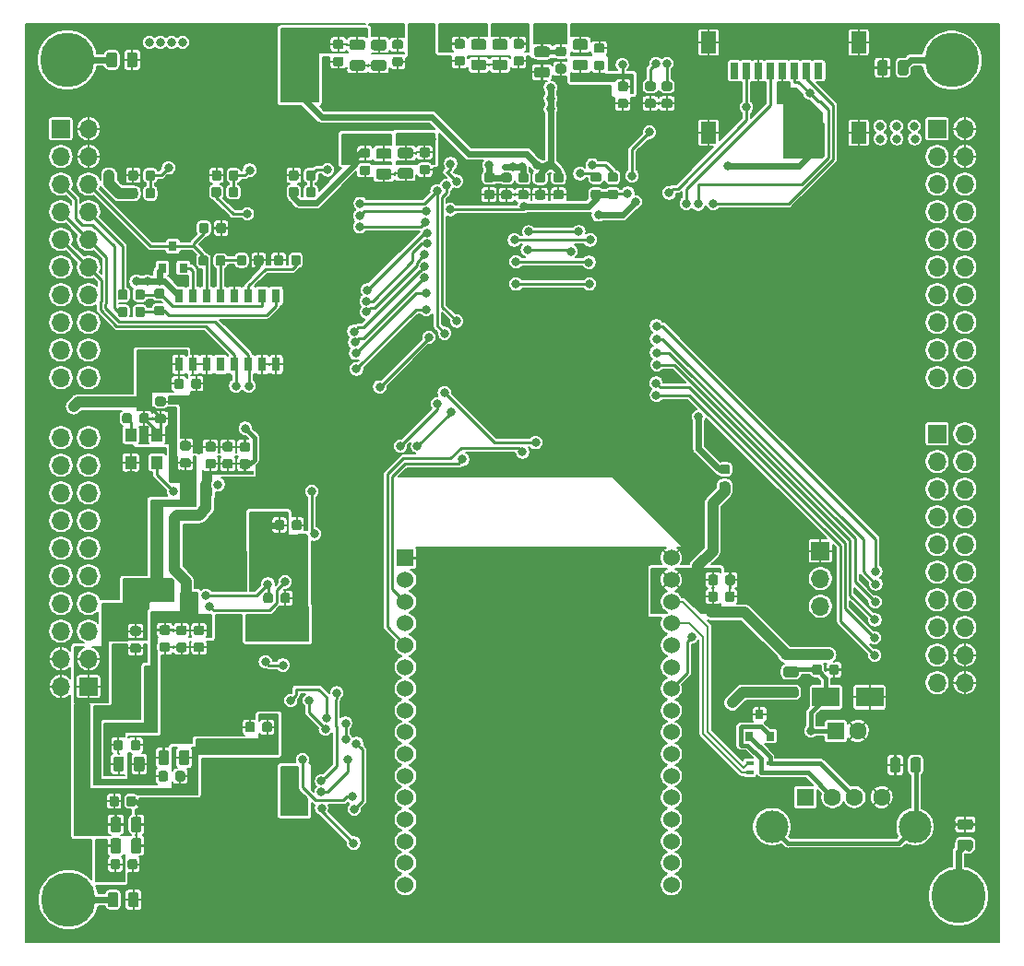
<source format=gbr>
G04 #@! TF.GenerationSoftware,KiCad,Pcbnew,5.1.5-52549c5~86~ubuntu18.04.1*
G04 #@! TF.CreationDate,2020-05-19T23:49:33-05:00*
G04 #@! TF.ProjectId,AICE,41494345-2e6b-4696-9361-645f70636258,rev?*
G04 #@! TF.SameCoordinates,Original*
G04 #@! TF.FileFunction,Copper,L2,Bot*
G04 #@! TF.FilePolarity,Positive*
%FSLAX46Y46*%
G04 Gerber Fmt 4.6, Leading zero omitted, Abs format (unit mm)*
G04 Created by KiCad (PCBNEW 5.1.5-52549c5~86~ubuntu18.04.1) date 2020-05-19 23:49:33*
%MOMM*%
%LPD*%
G04 APERTURE LIST*
%ADD10C,0.100000*%
%ADD11C,1.600000*%
%ADD12R,1.600000X1.600000*%
%ADD13R,0.800000X1.300000*%
%ADD14R,2.500000X1.800000*%
%ADD15R,0.800000X0.900000*%
%ADD16C,5.000000*%
%ADD17O,1.700000X1.700000*%
%ADD18R,1.700000X1.700000*%
%ADD19C,3.000000*%
%ADD20R,1.450000X2.000000*%
%ADD21R,0.800000X1.500000*%
%ADD22R,1.100000X1.200000*%
%ADD23C,1.524000*%
%ADD24R,1.524000X1.524000*%
%ADD25R,0.750000X0.400000*%
%ADD26C,0.800000*%
%ADD27C,1.000000*%
%ADD28C,0.400000*%
%ADD29C,0.250000*%
%ADD30C,0.600000*%
%ADD31C,0.200000*%
G04 APERTURE END LIST*
G04 #@! TA.AperFunction,SMDPad,CuDef*
D10*
G36*
X76170331Y-79590853D02*
G01*
X76191566Y-79594003D01*
X76212390Y-79599219D01*
X76232602Y-79606451D01*
X76252008Y-79615630D01*
X76270421Y-79626666D01*
X76287664Y-79639454D01*
X76303570Y-79653870D01*
X76317986Y-79669776D01*
X76330774Y-79687019D01*
X76341810Y-79705432D01*
X76350989Y-79724838D01*
X76358221Y-79745050D01*
X76363437Y-79765874D01*
X76366587Y-79787109D01*
X76367640Y-79808550D01*
X76367640Y-80246050D01*
X76366587Y-80267491D01*
X76363437Y-80288726D01*
X76358221Y-80309550D01*
X76350989Y-80329762D01*
X76341810Y-80349168D01*
X76330774Y-80367581D01*
X76317986Y-80384824D01*
X76303570Y-80400730D01*
X76287664Y-80415146D01*
X76270421Y-80427934D01*
X76252008Y-80438970D01*
X76232602Y-80448149D01*
X76212390Y-80455381D01*
X76191566Y-80460597D01*
X76170331Y-80463747D01*
X76148890Y-80464800D01*
X75636390Y-80464800D01*
X75614949Y-80463747D01*
X75593714Y-80460597D01*
X75572890Y-80455381D01*
X75552678Y-80448149D01*
X75533272Y-80438970D01*
X75514859Y-80427934D01*
X75497616Y-80415146D01*
X75481710Y-80400730D01*
X75467294Y-80384824D01*
X75454506Y-80367581D01*
X75443470Y-80349168D01*
X75434291Y-80329762D01*
X75427059Y-80309550D01*
X75421843Y-80288726D01*
X75418693Y-80267491D01*
X75417640Y-80246050D01*
X75417640Y-79808550D01*
X75418693Y-79787109D01*
X75421843Y-79765874D01*
X75427059Y-79745050D01*
X75434291Y-79724838D01*
X75443470Y-79705432D01*
X75454506Y-79687019D01*
X75467294Y-79669776D01*
X75481710Y-79653870D01*
X75497616Y-79639454D01*
X75514859Y-79626666D01*
X75533272Y-79615630D01*
X75552678Y-79606451D01*
X75572890Y-79599219D01*
X75593714Y-79594003D01*
X75614949Y-79590853D01*
X75636390Y-79589800D01*
X76148890Y-79589800D01*
X76170331Y-79590853D01*
G37*
G04 #@! TD.AperFunction*
G04 #@! TA.AperFunction,SMDPad,CuDef*
G36*
X76170331Y-78015853D02*
G01*
X76191566Y-78019003D01*
X76212390Y-78024219D01*
X76232602Y-78031451D01*
X76252008Y-78040630D01*
X76270421Y-78051666D01*
X76287664Y-78064454D01*
X76303570Y-78078870D01*
X76317986Y-78094776D01*
X76330774Y-78112019D01*
X76341810Y-78130432D01*
X76350989Y-78149838D01*
X76358221Y-78170050D01*
X76363437Y-78190874D01*
X76366587Y-78212109D01*
X76367640Y-78233550D01*
X76367640Y-78671050D01*
X76366587Y-78692491D01*
X76363437Y-78713726D01*
X76358221Y-78734550D01*
X76350989Y-78754762D01*
X76341810Y-78774168D01*
X76330774Y-78792581D01*
X76317986Y-78809824D01*
X76303570Y-78825730D01*
X76287664Y-78840146D01*
X76270421Y-78852934D01*
X76252008Y-78863970D01*
X76232602Y-78873149D01*
X76212390Y-78880381D01*
X76191566Y-78885597D01*
X76170331Y-78888747D01*
X76148890Y-78889800D01*
X75636390Y-78889800D01*
X75614949Y-78888747D01*
X75593714Y-78885597D01*
X75572890Y-78880381D01*
X75552678Y-78873149D01*
X75533272Y-78863970D01*
X75514859Y-78852934D01*
X75497616Y-78840146D01*
X75481710Y-78825730D01*
X75467294Y-78809824D01*
X75454506Y-78792581D01*
X75443470Y-78774168D01*
X75434291Y-78754762D01*
X75427059Y-78734550D01*
X75421843Y-78713726D01*
X75418693Y-78692491D01*
X75417640Y-78671050D01*
X75417640Y-78233550D01*
X75418693Y-78212109D01*
X75421843Y-78190874D01*
X75427059Y-78170050D01*
X75434291Y-78149838D01*
X75443470Y-78130432D01*
X75454506Y-78112019D01*
X75467294Y-78094776D01*
X75481710Y-78078870D01*
X75497616Y-78064454D01*
X75514859Y-78051666D01*
X75533272Y-78040630D01*
X75552678Y-78031451D01*
X75572890Y-78024219D01*
X75593714Y-78019003D01*
X75614949Y-78015853D01*
X75636390Y-78014800D01*
X76148890Y-78014800D01*
X76170331Y-78015853D01*
G37*
G04 #@! TD.AperFunction*
D11*
X109700000Y-129300000D03*
D12*
X107700000Y-129300000D03*
D13*
X47430000Y-89328000D03*
X48710000Y-89328000D03*
X49970000Y-89328000D03*
X51240000Y-89328000D03*
X52520000Y-89328000D03*
X53790000Y-89328000D03*
X55050000Y-89328000D03*
X56330000Y-89328000D03*
X56330000Y-95628000D03*
X55050000Y-95628000D03*
X53790000Y-95628000D03*
X52520000Y-95628000D03*
X51240000Y-95628000D03*
X49970000Y-95628000D03*
X48710000Y-95628000D03*
X47430000Y-95628000D03*
G04 #@! TA.AperFunction,SMDPad,CuDef*
D10*
G36*
X85967131Y-77996113D02*
G01*
X85988366Y-77999263D01*
X86009190Y-78004479D01*
X86029402Y-78011711D01*
X86048808Y-78020890D01*
X86067221Y-78031926D01*
X86084464Y-78044714D01*
X86100370Y-78059130D01*
X86114786Y-78075036D01*
X86127574Y-78092279D01*
X86138610Y-78110692D01*
X86147789Y-78130098D01*
X86155021Y-78150310D01*
X86160237Y-78171134D01*
X86163387Y-78192369D01*
X86164440Y-78213810D01*
X86164440Y-78651310D01*
X86163387Y-78672751D01*
X86160237Y-78693986D01*
X86155021Y-78714810D01*
X86147789Y-78735022D01*
X86138610Y-78754428D01*
X86127574Y-78772841D01*
X86114786Y-78790084D01*
X86100370Y-78805990D01*
X86084464Y-78820406D01*
X86067221Y-78833194D01*
X86048808Y-78844230D01*
X86029402Y-78853409D01*
X86009190Y-78860641D01*
X85988366Y-78865857D01*
X85967131Y-78869007D01*
X85945690Y-78870060D01*
X85433190Y-78870060D01*
X85411749Y-78869007D01*
X85390514Y-78865857D01*
X85369690Y-78860641D01*
X85349478Y-78853409D01*
X85330072Y-78844230D01*
X85311659Y-78833194D01*
X85294416Y-78820406D01*
X85278510Y-78805990D01*
X85264094Y-78790084D01*
X85251306Y-78772841D01*
X85240270Y-78754428D01*
X85231091Y-78735022D01*
X85223859Y-78714810D01*
X85218643Y-78693986D01*
X85215493Y-78672751D01*
X85214440Y-78651310D01*
X85214440Y-78213810D01*
X85215493Y-78192369D01*
X85218643Y-78171134D01*
X85223859Y-78150310D01*
X85231091Y-78130098D01*
X85240270Y-78110692D01*
X85251306Y-78092279D01*
X85264094Y-78075036D01*
X85278510Y-78059130D01*
X85294416Y-78044714D01*
X85311659Y-78031926D01*
X85330072Y-78020890D01*
X85349478Y-78011711D01*
X85369690Y-78004479D01*
X85390514Y-77999263D01*
X85411749Y-77996113D01*
X85433190Y-77995060D01*
X85945690Y-77995060D01*
X85967131Y-77996113D01*
G37*
G04 #@! TD.AperFunction*
G04 #@! TA.AperFunction,SMDPad,CuDef*
G36*
X85967131Y-79571113D02*
G01*
X85988366Y-79574263D01*
X86009190Y-79579479D01*
X86029402Y-79586711D01*
X86048808Y-79595890D01*
X86067221Y-79606926D01*
X86084464Y-79619714D01*
X86100370Y-79634130D01*
X86114786Y-79650036D01*
X86127574Y-79667279D01*
X86138610Y-79685692D01*
X86147789Y-79705098D01*
X86155021Y-79725310D01*
X86160237Y-79746134D01*
X86163387Y-79767369D01*
X86164440Y-79788810D01*
X86164440Y-80226310D01*
X86163387Y-80247751D01*
X86160237Y-80268986D01*
X86155021Y-80289810D01*
X86147789Y-80310022D01*
X86138610Y-80329428D01*
X86127574Y-80347841D01*
X86114786Y-80365084D01*
X86100370Y-80380990D01*
X86084464Y-80395406D01*
X86067221Y-80408194D01*
X86048808Y-80419230D01*
X86029402Y-80428409D01*
X86009190Y-80435641D01*
X85988366Y-80440857D01*
X85967131Y-80444007D01*
X85945690Y-80445060D01*
X85433190Y-80445060D01*
X85411749Y-80444007D01*
X85390514Y-80440857D01*
X85369690Y-80435641D01*
X85349478Y-80428409D01*
X85330072Y-80419230D01*
X85311659Y-80408194D01*
X85294416Y-80395406D01*
X85278510Y-80380990D01*
X85264094Y-80365084D01*
X85251306Y-80347841D01*
X85240270Y-80329428D01*
X85231091Y-80310022D01*
X85223859Y-80289810D01*
X85218643Y-80268986D01*
X85215493Y-80247751D01*
X85214440Y-80226310D01*
X85214440Y-79788810D01*
X85215493Y-79767369D01*
X85218643Y-79746134D01*
X85223859Y-79725310D01*
X85231091Y-79705098D01*
X85240270Y-79685692D01*
X85251306Y-79667279D01*
X85264094Y-79650036D01*
X85278510Y-79634130D01*
X85294416Y-79619714D01*
X85311659Y-79606926D01*
X85330072Y-79595890D01*
X85349478Y-79586711D01*
X85369690Y-79579479D01*
X85390514Y-79574263D01*
X85411749Y-79571113D01*
X85433190Y-79570060D01*
X85945690Y-79570060D01*
X85967131Y-79571113D01*
G37*
G04 #@! TD.AperFunction*
G04 #@! TA.AperFunction,SMDPad,CuDef*
G36*
X87503831Y-78001193D02*
G01*
X87525066Y-78004343D01*
X87545890Y-78009559D01*
X87566102Y-78016791D01*
X87585508Y-78025970D01*
X87603921Y-78037006D01*
X87621164Y-78049794D01*
X87637070Y-78064210D01*
X87651486Y-78080116D01*
X87664274Y-78097359D01*
X87675310Y-78115772D01*
X87684489Y-78135178D01*
X87691721Y-78155390D01*
X87696937Y-78176214D01*
X87700087Y-78197449D01*
X87701140Y-78218890D01*
X87701140Y-78656390D01*
X87700087Y-78677831D01*
X87696937Y-78699066D01*
X87691721Y-78719890D01*
X87684489Y-78740102D01*
X87675310Y-78759508D01*
X87664274Y-78777921D01*
X87651486Y-78795164D01*
X87637070Y-78811070D01*
X87621164Y-78825486D01*
X87603921Y-78838274D01*
X87585508Y-78849310D01*
X87566102Y-78858489D01*
X87545890Y-78865721D01*
X87525066Y-78870937D01*
X87503831Y-78874087D01*
X87482390Y-78875140D01*
X86969890Y-78875140D01*
X86948449Y-78874087D01*
X86927214Y-78870937D01*
X86906390Y-78865721D01*
X86886178Y-78858489D01*
X86866772Y-78849310D01*
X86848359Y-78838274D01*
X86831116Y-78825486D01*
X86815210Y-78811070D01*
X86800794Y-78795164D01*
X86788006Y-78777921D01*
X86776970Y-78759508D01*
X86767791Y-78740102D01*
X86760559Y-78719890D01*
X86755343Y-78699066D01*
X86752193Y-78677831D01*
X86751140Y-78656390D01*
X86751140Y-78218890D01*
X86752193Y-78197449D01*
X86755343Y-78176214D01*
X86760559Y-78155390D01*
X86767791Y-78135178D01*
X86776970Y-78115772D01*
X86788006Y-78097359D01*
X86800794Y-78080116D01*
X86815210Y-78064210D01*
X86831116Y-78049794D01*
X86848359Y-78037006D01*
X86866772Y-78025970D01*
X86886178Y-78016791D01*
X86906390Y-78009559D01*
X86927214Y-78004343D01*
X86948449Y-78001193D01*
X86969890Y-78000140D01*
X87482390Y-78000140D01*
X87503831Y-78001193D01*
G37*
G04 #@! TD.AperFunction*
G04 #@! TA.AperFunction,SMDPad,CuDef*
G36*
X87503831Y-79576193D02*
G01*
X87525066Y-79579343D01*
X87545890Y-79584559D01*
X87566102Y-79591791D01*
X87585508Y-79600970D01*
X87603921Y-79612006D01*
X87621164Y-79624794D01*
X87637070Y-79639210D01*
X87651486Y-79655116D01*
X87664274Y-79672359D01*
X87675310Y-79690772D01*
X87684489Y-79710178D01*
X87691721Y-79730390D01*
X87696937Y-79751214D01*
X87700087Y-79772449D01*
X87701140Y-79793890D01*
X87701140Y-80231390D01*
X87700087Y-80252831D01*
X87696937Y-80274066D01*
X87691721Y-80294890D01*
X87684489Y-80315102D01*
X87675310Y-80334508D01*
X87664274Y-80352921D01*
X87651486Y-80370164D01*
X87637070Y-80386070D01*
X87621164Y-80400486D01*
X87603921Y-80413274D01*
X87585508Y-80424310D01*
X87566102Y-80433489D01*
X87545890Y-80440721D01*
X87525066Y-80445937D01*
X87503831Y-80449087D01*
X87482390Y-80450140D01*
X86969890Y-80450140D01*
X86948449Y-80449087D01*
X86927214Y-80445937D01*
X86906390Y-80440721D01*
X86886178Y-80433489D01*
X86866772Y-80424310D01*
X86848359Y-80413274D01*
X86831116Y-80400486D01*
X86815210Y-80386070D01*
X86800794Y-80370164D01*
X86788006Y-80352921D01*
X86776970Y-80334508D01*
X86767791Y-80315102D01*
X86760559Y-80294890D01*
X86755343Y-80274066D01*
X86752193Y-80252831D01*
X86751140Y-80231390D01*
X86751140Y-79793890D01*
X86752193Y-79772449D01*
X86755343Y-79751214D01*
X86760559Y-79730390D01*
X86767791Y-79710178D01*
X86776970Y-79690772D01*
X86788006Y-79672359D01*
X86800794Y-79655116D01*
X86815210Y-79639210D01*
X86831116Y-79624794D01*
X86848359Y-79612006D01*
X86866772Y-79600970D01*
X86886178Y-79591791D01*
X86906390Y-79584559D01*
X86927214Y-79579343D01*
X86948449Y-79576193D01*
X86969890Y-79575140D01*
X87482390Y-79575140D01*
X87503831Y-79576193D01*
G37*
G04 #@! TD.AperFunction*
G04 #@! TA.AperFunction,SMDPad,CuDef*
G36*
X51078691Y-79316053D02*
G01*
X51099926Y-79319203D01*
X51120750Y-79324419D01*
X51140962Y-79331651D01*
X51160368Y-79340830D01*
X51178781Y-79351866D01*
X51196024Y-79364654D01*
X51211930Y-79379070D01*
X51226346Y-79394976D01*
X51239134Y-79412219D01*
X51250170Y-79430632D01*
X51259349Y-79450038D01*
X51266581Y-79470250D01*
X51271797Y-79491074D01*
X51274947Y-79512309D01*
X51276000Y-79533750D01*
X51276000Y-80046250D01*
X51274947Y-80067691D01*
X51271797Y-80088926D01*
X51266581Y-80109750D01*
X51259349Y-80129962D01*
X51250170Y-80149368D01*
X51239134Y-80167781D01*
X51226346Y-80185024D01*
X51211930Y-80200930D01*
X51196024Y-80215346D01*
X51178781Y-80228134D01*
X51160368Y-80239170D01*
X51140962Y-80248349D01*
X51120750Y-80255581D01*
X51099926Y-80260797D01*
X51078691Y-80263947D01*
X51057250Y-80265000D01*
X50619750Y-80265000D01*
X50598309Y-80263947D01*
X50577074Y-80260797D01*
X50556250Y-80255581D01*
X50536038Y-80248349D01*
X50516632Y-80239170D01*
X50498219Y-80228134D01*
X50480976Y-80215346D01*
X50465070Y-80200930D01*
X50450654Y-80185024D01*
X50437866Y-80167781D01*
X50426830Y-80149368D01*
X50417651Y-80129962D01*
X50410419Y-80109750D01*
X50405203Y-80088926D01*
X50402053Y-80067691D01*
X50401000Y-80046250D01*
X50401000Y-79533750D01*
X50402053Y-79512309D01*
X50405203Y-79491074D01*
X50410419Y-79470250D01*
X50417651Y-79450038D01*
X50426830Y-79430632D01*
X50437866Y-79412219D01*
X50450654Y-79394976D01*
X50465070Y-79379070D01*
X50480976Y-79364654D01*
X50498219Y-79351866D01*
X50516632Y-79340830D01*
X50536038Y-79331651D01*
X50556250Y-79324419D01*
X50577074Y-79319203D01*
X50598309Y-79316053D01*
X50619750Y-79315000D01*
X51057250Y-79315000D01*
X51078691Y-79316053D01*
G37*
G04 #@! TD.AperFunction*
G04 #@! TA.AperFunction,SMDPad,CuDef*
G36*
X52653691Y-79316053D02*
G01*
X52674926Y-79319203D01*
X52695750Y-79324419D01*
X52715962Y-79331651D01*
X52735368Y-79340830D01*
X52753781Y-79351866D01*
X52771024Y-79364654D01*
X52786930Y-79379070D01*
X52801346Y-79394976D01*
X52814134Y-79412219D01*
X52825170Y-79430632D01*
X52834349Y-79450038D01*
X52841581Y-79470250D01*
X52846797Y-79491074D01*
X52849947Y-79512309D01*
X52851000Y-79533750D01*
X52851000Y-80046250D01*
X52849947Y-80067691D01*
X52846797Y-80088926D01*
X52841581Y-80109750D01*
X52834349Y-80129962D01*
X52825170Y-80149368D01*
X52814134Y-80167781D01*
X52801346Y-80185024D01*
X52786930Y-80200930D01*
X52771024Y-80215346D01*
X52753781Y-80228134D01*
X52735368Y-80239170D01*
X52715962Y-80248349D01*
X52695750Y-80255581D01*
X52674926Y-80260797D01*
X52653691Y-80263947D01*
X52632250Y-80265000D01*
X52194750Y-80265000D01*
X52173309Y-80263947D01*
X52152074Y-80260797D01*
X52131250Y-80255581D01*
X52111038Y-80248349D01*
X52091632Y-80239170D01*
X52073219Y-80228134D01*
X52055976Y-80215346D01*
X52040070Y-80200930D01*
X52025654Y-80185024D01*
X52012866Y-80167781D01*
X52001830Y-80149368D01*
X51992651Y-80129962D01*
X51985419Y-80109750D01*
X51980203Y-80088926D01*
X51977053Y-80067691D01*
X51976000Y-80046250D01*
X51976000Y-79533750D01*
X51977053Y-79512309D01*
X51980203Y-79491074D01*
X51985419Y-79470250D01*
X51992651Y-79450038D01*
X52001830Y-79430632D01*
X52012866Y-79412219D01*
X52025654Y-79394976D01*
X52040070Y-79379070D01*
X52055976Y-79364654D01*
X52073219Y-79351866D01*
X52091632Y-79340830D01*
X52111038Y-79331651D01*
X52131250Y-79324419D01*
X52152074Y-79319203D01*
X52173309Y-79316053D01*
X52194750Y-79315000D01*
X52632250Y-79315000D01*
X52653691Y-79316053D01*
G37*
G04 #@! TD.AperFunction*
G04 #@! TA.AperFunction,SMDPad,CuDef*
G36*
X97777691Y-106401053D02*
G01*
X97798926Y-106404203D01*
X97819750Y-106409419D01*
X97839962Y-106416651D01*
X97859368Y-106425830D01*
X97877781Y-106436866D01*
X97895024Y-106449654D01*
X97910930Y-106464070D01*
X97925346Y-106479976D01*
X97938134Y-106497219D01*
X97949170Y-106515632D01*
X97958349Y-106535038D01*
X97965581Y-106555250D01*
X97970797Y-106576074D01*
X97973947Y-106597309D01*
X97975000Y-106618750D01*
X97975000Y-107056250D01*
X97973947Y-107077691D01*
X97970797Y-107098926D01*
X97965581Y-107119750D01*
X97958349Y-107139962D01*
X97949170Y-107159368D01*
X97938134Y-107177781D01*
X97925346Y-107195024D01*
X97910930Y-107210930D01*
X97895024Y-107225346D01*
X97877781Y-107238134D01*
X97859368Y-107249170D01*
X97839962Y-107258349D01*
X97819750Y-107265581D01*
X97798926Y-107270797D01*
X97777691Y-107273947D01*
X97756250Y-107275000D01*
X97243750Y-107275000D01*
X97222309Y-107273947D01*
X97201074Y-107270797D01*
X97180250Y-107265581D01*
X97160038Y-107258349D01*
X97140632Y-107249170D01*
X97122219Y-107238134D01*
X97104976Y-107225346D01*
X97089070Y-107210930D01*
X97074654Y-107195024D01*
X97061866Y-107177781D01*
X97050830Y-107159368D01*
X97041651Y-107139962D01*
X97034419Y-107119750D01*
X97029203Y-107098926D01*
X97026053Y-107077691D01*
X97025000Y-107056250D01*
X97025000Y-106618750D01*
X97026053Y-106597309D01*
X97029203Y-106576074D01*
X97034419Y-106555250D01*
X97041651Y-106535038D01*
X97050830Y-106515632D01*
X97061866Y-106497219D01*
X97074654Y-106479976D01*
X97089070Y-106464070D01*
X97104976Y-106449654D01*
X97122219Y-106436866D01*
X97140632Y-106425830D01*
X97160038Y-106416651D01*
X97180250Y-106409419D01*
X97201074Y-106404203D01*
X97222309Y-106401053D01*
X97243750Y-106400000D01*
X97756250Y-106400000D01*
X97777691Y-106401053D01*
G37*
G04 #@! TD.AperFunction*
G04 #@! TA.AperFunction,SMDPad,CuDef*
G36*
X97777691Y-104826053D02*
G01*
X97798926Y-104829203D01*
X97819750Y-104834419D01*
X97839962Y-104841651D01*
X97859368Y-104850830D01*
X97877781Y-104861866D01*
X97895024Y-104874654D01*
X97910930Y-104889070D01*
X97925346Y-104904976D01*
X97938134Y-104922219D01*
X97949170Y-104940632D01*
X97958349Y-104960038D01*
X97965581Y-104980250D01*
X97970797Y-105001074D01*
X97973947Y-105022309D01*
X97975000Y-105043750D01*
X97975000Y-105481250D01*
X97973947Y-105502691D01*
X97970797Y-105523926D01*
X97965581Y-105544750D01*
X97958349Y-105564962D01*
X97949170Y-105584368D01*
X97938134Y-105602781D01*
X97925346Y-105620024D01*
X97910930Y-105635930D01*
X97895024Y-105650346D01*
X97877781Y-105663134D01*
X97859368Y-105674170D01*
X97839962Y-105683349D01*
X97819750Y-105690581D01*
X97798926Y-105695797D01*
X97777691Y-105698947D01*
X97756250Y-105700000D01*
X97243750Y-105700000D01*
X97222309Y-105698947D01*
X97201074Y-105695797D01*
X97180250Y-105690581D01*
X97160038Y-105683349D01*
X97140632Y-105674170D01*
X97122219Y-105663134D01*
X97104976Y-105650346D01*
X97089070Y-105635930D01*
X97074654Y-105620024D01*
X97061866Y-105602781D01*
X97050830Y-105584368D01*
X97041651Y-105564962D01*
X97034419Y-105544750D01*
X97029203Y-105523926D01*
X97026053Y-105502691D01*
X97025000Y-105481250D01*
X97025000Y-105043750D01*
X97026053Y-105022309D01*
X97029203Y-105001074D01*
X97034419Y-104980250D01*
X97041651Y-104960038D01*
X97050830Y-104940632D01*
X97061866Y-104922219D01*
X97074654Y-104904976D01*
X97089070Y-104889070D01*
X97104976Y-104874654D01*
X97122219Y-104861866D01*
X97140632Y-104850830D01*
X97160038Y-104841651D01*
X97180250Y-104834419D01*
X97201074Y-104829203D01*
X97222309Y-104826053D01*
X97243750Y-104825000D01*
X97756250Y-104825000D01*
X97777691Y-104826053D01*
G37*
G04 #@! TD.AperFunction*
G04 #@! TA.AperFunction,SMDPad,CuDef*
G36*
X58190691Y-79316053D02*
G01*
X58211926Y-79319203D01*
X58232750Y-79324419D01*
X58252962Y-79331651D01*
X58272368Y-79340830D01*
X58290781Y-79351866D01*
X58308024Y-79364654D01*
X58323930Y-79379070D01*
X58338346Y-79394976D01*
X58351134Y-79412219D01*
X58362170Y-79430632D01*
X58371349Y-79450038D01*
X58378581Y-79470250D01*
X58383797Y-79491074D01*
X58386947Y-79512309D01*
X58388000Y-79533750D01*
X58388000Y-80046250D01*
X58386947Y-80067691D01*
X58383797Y-80088926D01*
X58378581Y-80109750D01*
X58371349Y-80129962D01*
X58362170Y-80149368D01*
X58351134Y-80167781D01*
X58338346Y-80185024D01*
X58323930Y-80200930D01*
X58308024Y-80215346D01*
X58290781Y-80228134D01*
X58272368Y-80239170D01*
X58252962Y-80248349D01*
X58232750Y-80255581D01*
X58211926Y-80260797D01*
X58190691Y-80263947D01*
X58169250Y-80265000D01*
X57731750Y-80265000D01*
X57710309Y-80263947D01*
X57689074Y-80260797D01*
X57668250Y-80255581D01*
X57648038Y-80248349D01*
X57628632Y-80239170D01*
X57610219Y-80228134D01*
X57592976Y-80215346D01*
X57577070Y-80200930D01*
X57562654Y-80185024D01*
X57549866Y-80167781D01*
X57538830Y-80149368D01*
X57529651Y-80129962D01*
X57522419Y-80109750D01*
X57517203Y-80088926D01*
X57514053Y-80067691D01*
X57513000Y-80046250D01*
X57513000Y-79533750D01*
X57514053Y-79512309D01*
X57517203Y-79491074D01*
X57522419Y-79470250D01*
X57529651Y-79450038D01*
X57538830Y-79430632D01*
X57549866Y-79412219D01*
X57562654Y-79394976D01*
X57577070Y-79379070D01*
X57592976Y-79364654D01*
X57610219Y-79351866D01*
X57628632Y-79340830D01*
X57648038Y-79331651D01*
X57668250Y-79324419D01*
X57689074Y-79319203D01*
X57710309Y-79316053D01*
X57731750Y-79315000D01*
X58169250Y-79315000D01*
X58190691Y-79316053D01*
G37*
G04 #@! TD.AperFunction*
G04 #@! TA.AperFunction,SMDPad,CuDef*
G36*
X59765691Y-79316053D02*
G01*
X59786926Y-79319203D01*
X59807750Y-79324419D01*
X59827962Y-79331651D01*
X59847368Y-79340830D01*
X59865781Y-79351866D01*
X59883024Y-79364654D01*
X59898930Y-79379070D01*
X59913346Y-79394976D01*
X59926134Y-79412219D01*
X59937170Y-79430632D01*
X59946349Y-79450038D01*
X59953581Y-79470250D01*
X59958797Y-79491074D01*
X59961947Y-79512309D01*
X59963000Y-79533750D01*
X59963000Y-80046250D01*
X59961947Y-80067691D01*
X59958797Y-80088926D01*
X59953581Y-80109750D01*
X59946349Y-80129962D01*
X59937170Y-80149368D01*
X59926134Y-80167781D01*
X59913346Y-80185024D01*
X59898930Y-80200930D01*
X59883024Y-80215346D01*
X59865781Y-80228134D01*
X59847368Y-80239170D01*
X59827962Y-80248349D01*
X59807750Y-80255581D01*
X59786926Y-80260797D01*
X59765691Y-80263947D01*
X59744250Y-80265000D01*
X59306750Y-80265000D01*
X59285309Y-80263947D01*
X59264074Y-80260797D01*
X59243250Y-80255581D01*
X59223038Y-80248349D01*
X59203632Y-80239170D01*
X59185219Y-80228134D01*
X59167976Y-80215346D01*
X59152070Y-80200930D01*
X59137654Y-80185024D01*
X59124866Y-80167781D01*
X59113830Y-80149368D01*
X59104651Y-80129962D01*
X59097419Y-80109750D01*
X59092203Y-80088926D01*
X59089053Y-80067691D01*
X59088000Y-80046250D01*
X59088000Y-79533750D01*
X59089053Y-79512309D01*
X59092203Y-79491074D01*
X59097419Y-79470250D01*
X59104651Y-79450038D01*
X59113830Y-79430632D01*
X59124866Y-79412219D01*
X59137654Y-79394976D01*
X59152070Y-79379070D01*
X59167976Y-79364654D01*
X59185219Y-79351866D01*
X59203632Y-79340830D01*
X59223038Y-79331651D01*
X59243250Y-79324419D01*
X59264074Y-79319203D01*
X59285309Y-79316053D01*
X59306750Y-79315000D01*
X59744250Y-79315000D01*
X59765691Y-79316053D01*
G37*
G04 #@! TD.AperFunction*
G04 #@! TA.AperFunction,SMDPad,CuDef*
G36*
X54972691Y-85594053D02*
G01*
X54993926Y-85597203D01*
X55014750Y-85602419D01*
X55034962Y-85609651D01*
X55054368Y-85618830D01*
X55072781Y-85629866D01*
X55090024Y-85642654D01*
X55105930Y-85657070D01*
X55120346Y-85672976D01*
X55133134Y-85690219D01*
X55144170Y-85708632D01*
X55153349Y-85728038D01*
X55160581Y-85748250D01*
X55165797Y-85769074D01*
X55168947Y-85790309D01*
X55170000Y-85811750D01*
X55170000Y-86324250D01*
X55168947Y-86345691D01*
X55165797Y-86366926D01*
X55160581Y-86387750D01*
X55153349Y-86407962D01*
X55144170Y-86427368D01*
X55133134Y-86445781D01*
X55120346Y-86463024D01*
X55105930Y-86478930D01*
X55090024Y-86493346D01*
X55072781Y-86506134D01*
X55054368Y-86517170D01*
X55034962Y-86526349D01*
X55014750Y-86533581D01*
X54993926Y-86538797D01*
X54972691Y-86541947D01*
X54951250Y-86543000D01*
X54513750Y-86543000D01*
X54492309Y-86541947D01*
X54471074Y-86538797D01*
X54450250Y-86533581D01*
X54430038Y-86526349D01*
X54410632Y-86517170D01*
X54392219Y-86506134D01*
X54374976Y-86493346D01*
X54359070Y-86478930D01*
X54344654Y-86463024D01*
X54331866Y-86445781D01*
X54320830Y-86427368D01*
X54311651Y-86407962D01*
X54304419Y-86387750D01*
X54299203Y-86366926D01*
X54296053Y-86345691D01*
X54295000Y-86324250D01*
X54295000Y-85811750D01*
X54296053Y-85790309D01*
X54299203Y-85769074D01*
X54304419Y-85748250D01*
X54311651Y-85728038D01*
X54320830Y-85708632D01*
X54331866Y-85690219D01*
X54344654Y-85672976D01*
X54359070Y-85657070D01*
X54374976Y-85642654D01*
X54392219Y-85629866D01*
X54410632Y-85618830D01*
X54430038Y-85609651D01*
X54450250Y-85602419D01*
X54471074Y-85597203D01*
X54492309Y-85594053D01*
X54513750Y-85593000D01*
X54951250Y-85593000D01*
X54972691Y-85594053D01*
G37*
G04 #@! TD.AperFunction*
G04 #@! TA.AperFunction,SMDPad,CuDef*
G36*
X53397691Y-85594053D02*
G01*
X53418926Y-85597203D01*
X53439750Y-85602419D01*
X53459962Y-85609651D01*
X53479368Y-85618830D01*
X53497781Y-85629866D01*
X53515024Y-85642654D01*
X53530930Y-85657070D01*
X53545346Y-85672976D01*
X53558134Y-85690219D01*
X53569170Y-85708632D01*
X53578349Y-85728038D01*
X53585581Y-85748250D01*
X53590797Y-85769074D01*
X53593947Y-85790309D01*
X53595000Y-85811750D01*
X53595000Y-86324250D01*
X53593947Y-86345691D01*
X53590797Y-86366926D01*
X53585581Y-86387750D01*
X53578349Y-86407962D01*
X53569170Y-86427368D01*
X53558134Y-86445781D01*
X53545346Y-86463024D01*
X53530930Y-86478930D01*
X53515024Y-86493346D01*
X53497781Y-86506134D01*
X53479368Y-86517170D01*
X53459962Y-86526349D01*
X53439750Y-86533581D01*
X53418926Y-86538797D01*
X53397691Y-86541947D01*
X53376250Y-86543000D01*
X52938750Y-86543000D01*
X52917309Y-86541947D01*
X52896074Y-86538797D01*
X52875250Y-86533581D01*
X52855038Y-86526349D01*
X52835632Y-86517170D01*
X52817219Y-86506134D01*
X52799976Y-86493346D01*
X52784070Y-86478930D01*
X52769654Y-86463024D01*
X52756866Y-86445781D01*
X52745830Y-86427368D01*
X52736651Y-86407962D01*
X52729419Y-86387750D01*
X52724203Y-86366926D01*
X52721053Y-86345691D01*
X52720000Y-86324250D01*
X52720000Y-85811750D01*
X52721053Y-85790309D01*
X52724203Y-85769074D01*
X52729419Y-85748250D01*
X52736651Y-85728038D01*
X52745830Y-85708632D01*
X52756866Y-85690219D01*
X52769654Y-85672976D01*
X52784070Y-85657070D01*
X52799976Y-85642654D01*
X52817219Y-85629866D01*
X52835632Y-85618830D01*
X52855038Y-85609651D01*
X52875250Y-85602419D01*
X52896074Y-85597203D01*
X52917309Y-85594053D01*
X52938750Y-85593000D01*
X53376250Y-85593000D01*
X53397691Y-85594053D01*
G37*
G04 #@! TD.AperFunction*
G04 #@! TA.AperFunction,SMDPad,CuDef*
G36*
X51472691Y-85634053D02*
G01*
X51493926Y-85637203D01*
X51514750Y-85642419D01*
X51534962Y-85649651D01*
X51554368Y-85658830D01*
X51572781Y-85669866D01*
X51590024Y-85682654D01*
X51605930Y-85697070D01*
X51620346Y-85712976D01*
X51633134Y-85730219D01*
X51644170Y-85748632D01*
X51653349Y-85768038D01*
X51660581Y-85788250D01*
X51665797Y-85809074D01*
X51668947Y-85830309D01*
X51670000Y-85851750D01*
X51670000Y-86364250D01*
X51668947Y-86385691D01*
X51665797Y-86406926D01*
X51660581Y-86427750D01*
X51653349Y-86447962D01*
X51644170Y-86467368D01*
X51633134Y-86485781D01*
X51620346Y-86503024D01*
X51605930Y-86518930D01*
X51590024Y-86533346D01*
X51572781Y-86546134D01*
X51554368Y-86557170D01*
X51534962Y-86566349D01*
X51514750Y-86573581D01*
X51493926Y-86578797D01*
X51472691Y-86581947D01*
X51451250Y-86583000D01*
X51013750Y-86583000D01*
X50992309Y-86581947D01*
X50971074Y-86578797D01*
X50950250Y-86573581D01*
X50930038Y-86566349D01*
X50910632Y-86557170D01*
X50892219Y-86546134D01*
X50874976Y-86533346D01*
X50859070Y-86518930D01*
X50844654Y-86503024D01*
X50831866Y-86485781D01*
X50820830Y-86467368D01*
X50811651Y-86447962D01*
X50804419Y-86427750D01*
X50799203Y-86406926D01*
X50796053Y-86385691D01*
X50795000Y-86364250D01*
X50795000Y-85851750D01*
X50796053Y-85830309D01*
X50799203Y-85809074D01*
X50804419Y-85788250D01*
X50811651Y-85768038D01*
X50820830Y-85748632D01*
X50831866Y-85730219D01*
X50844654Y-85712976D01*
X50859070Y-85697070D01*
X50874976Y-85682654D01*
X50892219Y-85669866D01*
X50910632Y-85658830D01*
X50930038Y-85649651D01*
X50950250Y-85642419D01*
X50971074Y-85637203D01*
X50992309Y-85634053D01*
X51013750Y-85633000D01*
X51451250Y-85633000D01*
X51472691Y-85634053D01*
G37*
G04 #@! TD.AperFunction*
G04 #@! TA.AperFunction,SMDPad,CuDef*
G36*
X49897691Y-85634053D02*
G01*
X49918926Y-85637203D01*
X49939750Y-85642419D01*
X49959962Y-85649651D01*
X49979368Y-85658830D01*
X49997781Y-85669866D01*
X50015024Y-85682654D01*
X50030930Y-85697070D01*
X50045346Y-85712976D01*
X50058134Y-85730219D01*
X50069170Y-85748632D01*
X50078349Y-85768038D01*
X50085581Y-85788250D01*
X50090797Y-85809074D01*
X50093947Y-85830309D01*
X50095000Y-85851750D01*
X50095000Y-86364250D01*
X50093947Y-86385691D01*
X50090797Y-86406926D01*
X50085581Y-86427750D01*
X50078349Y-86447962D01*
X50069170Y-86467368D01*
X50058134Y-86485781D01*
X50045346Y-86503024D01*
X50030930Y-86518930D01*
X50015024Y-86533346D01*
X49997781Y-86546134D01*
X49979368Y-86557170D01*
X49959962Y-86566349D01*
X49939750Y-86573581D01*
X49918926Y-86578797D01*
X49897691Y-86581947D01*
X49876250Y-86583000D01*
X49438750Y-86583000D01*
X49417309Y-86581947D01*
X49396074Y-86578797D01*
X49375250Y-86573581D01*
X49355038Y-86566349D01*
X49335632Y-86557170D01*
X49317219Y-86546134D01*
X49299976Y-86533346D01*
X49284070Y-86518930D01*
X49269654Y-86503024D01*
X49256866Y-86485781D01*
X49245830Y-86467368D01*
X49236651Y-86447962D01*
X49229419Y-86427750D01*
X49224203Y-86406926D01*
X49221053Y-86385691D01*
X49220000Y-86364250D01*
X49220000Y-85851750D01*
X49221053Y-85830309D01*
X49224203Y-85809074D01*
X49229419Y-85788250D01*
X49236651Y-85768038D01*
X49245830Y-85748632D01*
X49256866Y-85730219D01*
X49269654Y-85712976D01*
X49284070Y-85697070D01*
X49299976Y-85682654D01*
X49317219Y-85669866D01*
X49335632Y-85658830D01*
X49355038Y-85649651D01*
X49375250Y-85642419D01*
X49396074Y-85637203D01*
X49417309Y-85634053D01*
X49438750Y-85633000D01*
X49876250Y-85633000D01*
X49897691Y-85634053D01*
G37*
G04 #@! TD.AperFunction*
G04 #@! TA.AperFunction,SMDPad,CuDef*
G36*
X42498691Y-90322053D02*
G01*
X42519926Y-90325203D01*
X42540750Y-90330419D01*
X42560962Y-90337651D01*
X42580368Y-90346830D01*
X42598781Y-90357866D01*
X42616024Y-90370654D01*
X42631930Y-90385070D01*
X42646346Y-90400976D01*
X42659134Y-90418219D01*
X42670170Y-90436632D01*
X42679349Y-90456038D01*
X42686581Y-90476250D01*
X42691797Y-90497074D01*
X42694947Y-90518309D01*
X42696000Y-90539750D01*
X42696000Y-91052250D01*
X42694947Y-91073691D01*
X42691797Y-91094926D01*
X42686581Y-91115750D01*
X42679349Y-91135962D01*
X42670170Y-91155368D01*
X42659134Y-91173781D01*
X42646346Y-91191024D01*
X42631930Y-91206930D01*
X42616024Y-91221346D01*
X42598781Y-91234134D01*
X42580368Y-91245170D01*
X42560962Y-91254349D01*
X42540750Y-91261581D01*
X42519926Y-91266797D01*
X42498691Y-91269947D01*
X42477250Y-91271000D01*
X42039750Y-91271000D01*
X42018309Y-91269947D01*
X41997074Y-91266797D01*
X41976250Y-91261581D01*
X41956038Y-91254349D01*
X41936632Y-91245170D01*
X41918219Y-91234134D01*
X41900976Y-91221346D01*
X41885070Y-91206930D01*
X41870654Y-91191024D01*
X41857866Y-91173781D01*
X41846830Y-91155368D01*
X41837651Y-91135962D01*
X41830419Y-91115750D01*
X41825203Y-91094926D01*
X41822053Y-91073691D01*
X41821000Y-91052250D01*
X41821000Y-90539750D01*
X41822053Y-90518309D01*
X41825203Y-90497074D01*
X41830419Y-90476250D01*
X41837651Y-90456038D01*
X41846830Y-90436632D01*
X41857866Y-90418219D01*
X41870654Y-90400976D01*
X41885070Y-90385070D01*
X41900976Y-90370654D01*
X41918219Y-90357866D01*
X41936632Y-90346830D01*
X41956038Y-90337651D01*
X41976250Y-90330419D01*
X41997074Y-90325203D01*
X42018309Y-90322053D01*
X42039750Y-90321000D01*
X42477250Y-90321000D01*
X42498691Y-90322053D01*
G37*
G04 #@! TD.AperFunction*
G04 #@! TA.AperFunction,SMDPad,CuDef*
G36*
X44073691Y-90322053D02*
G01*
X44094926Y-90325203D01*
X44115750Y-90330419D01*
X44135962Y-90337651D01*
X44155368Y-90346830D01*
X44173781Y-90357866D01*
X44191024Y-90370654D01*
X44206930Y-90385070D01*
X44221346Y-90400976D01*
X44234134Y-90418219D01*
X44245170Y-90436632D01*
X44254349Y-90456038D01*
X44261581Y-90476250D01*
X44266797Y-90497074D01*
X44269947Y-90518309D01*
X44271000Y-90539750D01*
X44271000Y-91052250D01*
X44269947Y-91073691D01*
X44266797Y-91094926D01*
X44261581Y-91115750D01*
X44254349Y-91135962D01*
X44245170Y-91155368D01*
X44234134Y-91173781D01*
X44221346Y-91191024D01*
X44206930Y-91206930D01*
X44191024Y-91221346D01*
X44173781Y-91234134D01*
X44155368Y-91245170D01*
X44135962Y-91254349D01*
X44115750Y-91261581D01*
X44094926Y-91266797D01*
X44073691Y-91269947D01*
X44052250Y-91271000D01*
X43614750Y-91271000D01*
X43593309Y-91269947D01*
X43572074Y-91266797D01*
X43551250Y-91261581D01*
X43531038Y-91254349D01*
X43511632Y-91245170D01*
X43493219Y-91234134D01*
X43475976Y-91221346D01*
X43460070Y-91206930D01*
X43445654Y-91191024D01*
X43432866Y-91173781D01*
X43421830Y-91155368D01*
X43412651Y-91135962D01*
X43405419Y-91115750D01*
X43400203Y-91094926D01*
X43397053Y-91073691D01*
X43396000Y-91052250D01*
X43396000Y-90539750D01*
X43397053Y-90518309D01*
X43400203Y-90497074D01*
X43405419Y-90476250D01*
X43412651Y-90456038D01*
X43421830Y-90436632D01*
X43432866Y-90418219D01*
X43445654Y-90400976D01*
X43460070Y-90385070D01*
X43475976Y-90370654D01*
X43493219Y-90357866D01*
X43511632Y-90346830D01*
X43531038Y-90337651D01*
X43551250Y-90330419D01*
X43572074Y-90325203D01*
X43593309Y-90322053D01*
X43614750Y-90321000D01*
X44052250Y-90321000D01*
X44073691Y-90322053D01*
G37*
G04 #@! TD.AperFunction*
G04 #@! TA.AperFunction,SMDPad,CuDef*
G36*
X42498691Y-88752053D02*
G01*
X42519926Y-88755203D01*
X42540750Y-88760419D01*
X42560962Y-88767651D01*
X42580368Y-88776830D01*
X42598781Y-88787866D01*
X42616024Y-88800654D01*
X42631930Y-88815070D01*
X42646346Y-88830976D01*
X42659134Y-88848219D01*
X42670170Y-88866632D01*
X42679349Y-88886038D01*
X42686581Y-88906250D01*
X42691797Y-88927074D01*
X42694947Y-88948309D01*
X42696000Y-88969750D01*
X42696000Y-89482250D01*
X42694947Y-89503691D01*
X42691797Y-89524926D01*
X42686581Y-89545750D01*
X42679349Y-89565962D01*
X42670170Y-89585368D01*
X42659134Y-89603781D01*
X42646346Y-89621024D01*
X42631930Y-89636930D01*
X42616024Y-89651346D01*
X42598781Y-89664134D01*
X42580368Y-89675170D01*
X42560962Y-89684349D01*
X42540750Y-89691581D01*
X42519926Y-89696797D01*
X42498691Y-89699947D01*
X42477250Y-89701000D01*
X42039750Y-89701000D01*
X42018309Y-89699947D01*
X41997074Y-89696797D01*
X41976250Y-89691581D01*
X41956038Y-89684349D01*
X41936632Y-89675170D01*
X41918219Y-89664134D01*
X41900976Y-89651346D01*
X41885070Y-89636930D01*
X41870654Y-89621024D01*
X41857866Y-89603781D01*
X41846830Y-89585368D01*
X41837651Y-89565962D01*
X41830419Y-89545750D01*
X41825203Y-89524926D01*
X41822053Y-89503691D01*
X41821000Y-89482250D01*
X41821000Y-88969750D01*
X41822053Y-88948309D01*
X41825203Y-88927074D01*
X41830419Y-88906250D01*
X41837651Y-88886038D01*
X41846830Y-88866632D01*
X41857866Y-88848219D01*
X41870654Y-88830976D01*
X41885070Y-88815070D01*
X41900976Y-88800654D01*
X41918219Y-88787866D01*
X41936632Y-88776830D01*
X41956038Y-88767651D01*
X41976250Y-88760419D01*
X41997074Y-88755203D01*
X42018309Y-88752053D01*
X42039750Y-88751000D01*
X42477250Y-88751000D01*
X42498691Y-88752053D01*
G37*
G04 #@! TD.AperFunction*
G04 #@! TA.AperFunction,SMDPad,CuDef*
G36*
X44073691Y-88752053D02*
G01*
X44094926Y-88755203D01*
X44115750Y-88760419D01*
X44135962Y-88767651D01*
X44155368Y-88776830D01*
X44173781Y-88787866D01*
X44191024Y-88800654D01*
X44206930Y-88815070D01*
X44221346Y-88830976D01*
X44234134Y-88848219D01*
X44245170Y-88866632D01*
X44254349Y-88886038D01*
X44261581Y-88906250D01*
X44266797Y-88927074D01*
X44269947Y-88948309D01*
X44271000Y-88969750D01*
X44271000Y-89482250D01*
X44269947Y-89503691D01*
X44266797Y-89524926D01*
X44261581Y-89545750D01*
X44254349Y-89565962D01*
X44245170Y-89585368D01*
X44234134Y-89603781D01*
X44221346Y-89621024D01*
X44206930Y-89636930D01*
X44191024Y-89651346D01*
X44173781Y-89664134D01*
X44155368Y-89675170D01*
X44135962Y-89684349D01*
X44115750Y-89691581D01*
X44094926Y-89696797D01*
X44073691Y-89699947D01*
X44052250Y-89701000D01*
X43614750Y-89701000D01*
X43593309Y-89699947D01*
X43572074Y-89696797D01*
X43551250Y-89691581D01*
X43531038Y-89684349D01*
X43511632Y-89675170D01*
X43493219Y-89664134D01*
X43475976Y-89651346D01*
X43460070Y-89636930D01*
X43445654Y-89621024D01*
X43432866Y-89603781D01*
X43421830Y-89585368D01*
X43412651Y-89565962D01*
X43405419Y-89545750D01*
X43400203Y-89524926D01*
X43397053Y-89503691D01*
X43396000Y-89482250D01*
X43396000Y-88969750D01*
X43397053Y-88948309D01*
X43400203Y-88927074D01*
X43405419Y-88906250D01*
X43412651Y-88886038D01*
X43421830Y-88866632D01*
X43432866Y-88848219D01*
X43445654Y-88830976D01*
X43460070Y-88815070D01*
X43475976Y-88800654D01*
X43493219Y-88787866D01*
X43511632Y-88776830D01*
X43531038Y-88767651D01*
X43551250Y-88760419D01*
X43572074Y-88755203D01*
X43593309Y-88752053D01*
X43614750Y-88751000D01*
X44052250Y-88751000D01*
X44073691Y-88752053D01*
G37*
G04 #@! TD.AperFunction*
G04 #@! TA.AperFunction,SMDPad,CuDef*
G36*
X43446691Y-79440053D02*
G01*
X43467926Y-79443203D01*
X43488750Y-79448419D01*
X43508962Y-79455651D01*
X43528368Y-79464830D01*
X43546781Y-79475866D01*
X43564024Y-79488654D01*
X43579930Y-79503070D01*
X43594346Y-79518976D01*
X43607134Y-79536219D01*
X43618170Y-79554632D01*
X43627349Y-79574038D01*
X43634581Y-79594250D01*
X43639797Y-79615074D01*
X43642947Y-79636309D01*
X43644000Y-79657750D01*
X43644000Y-80170250D01*
X43642947Y-80191691D01*
X43639797Y-80212926D01*
X43634581Y-80233750D01*
X43627349Y-80253962D01*
X43618170Y-80273368D01*
X43607134Y-80291781D01*
X43594346Y-80309024D01*
X43579930Y-80324930D01*
X43564024Y-80339346D01*
X43546781Y-80352134D01*
X43528368Y-80363170D01*
X43508962Y-80372349D01*
X43488750Y-80379581D01*
X43467926Y-80384797D01*
X43446691Y-80387947D01*
X43425250Y-80389000D01*
X42987750Y-80389000D01*
X42966309Y-80387947D01*
X42945074Y-80384797D01*
X42924250Y-80379581D01*
X42904038Y-80372349D01*
X42884632Y-80363170D01*
X42866219Y-80352134D01*
X42848976Y-80339346D01*
X42833070Y-80324930D01*
X42818654Y-80309024D01*
X42805866Y-80291781D01*
X42794830Y-80273368D01*
X42785651Y-80253962D01*
X42778419Y-80233750D01*
X42773203Y-80212926D01*
X42770053Y-80191691D01*
X42769000Y-80170250D01*
X42769000Y-79657750D01*
X42770053Y-79636309D01*
X42773203Y-79615074D01*
X42778419Y-79594250D01*
X42785651Y-79574038D01*
X42794830Y-79554632D01*
X42805866Y-79536219D01*
X42818654Y-79518976D01*
X42833070Y-79503070D01*
X42848976Y-79488654D01*
X42866219Y-79475866D01*
X42884632Y-79464830D01*
X42904038Y-79455651D01*
X42924250Y-79448419D01*
X42945074Y-79443203D01*
X42966309Y-79440053D01*
X42987750Y-79439000D01*
X43425250Y-79439000D01*
X43446691Y-79440053D01*
G37*
G04 #@! TD.AperFunction*
G04 #@! TA.AperFunction,SMDPad,CuDef*
G36*
X45021691Y-79440053D02*
G01*
X45042926Y-79443203D01*
X45063750Y-79448419D01*
X45083962Y-79455651D01*
X45103368Y-79464830D01*
X45121781Y-79475866D01*
X45139024Y-79488654D01*
X45154930Y-79503070D01*
X45169346Y-79518976D01*
X45182134Y-79536219D01*
X45193170Y-79554632D01*
X45202349Y-79574038D01*
X45209581Y-79594250D01*
X45214797Y-79615074D01*
X45217947Y-79636309D01*
X45219000Y-79657750D01*
X45219000Y-80170250D01*
X45217947Y-80191691D01*
X45214797Y-80212926D01*
X45209581Y-80233750D01*
X45202349Y-80253962D01*
X45193170Y-80273368D01*
X45182134Y-80291781D01*
X45169346Y-80309024D01*
X45154930Y-80324930D01*
X45139024Y-80339346D01*
X45121781Y-80352134D01*
X45103368Y-80363170D01*
X45083962Y-80372349D01*
X45063750Y-80379581D01*
X45042926Y-80384797D01*
X45021691Y-80387947D01*
X45000250Y-80389000D01*
X44562750Y-80389000D01*
X44541309Y-80387947D01*
X44520074Y-80384797D01*
X44499250Y-80379581D01*
X44479038Y-80372349D01*
X44459632Y-80363170D01*
X44441219Y-80352134D01*
X44423976Y-80339346D01*
X44408070Y-80324930D01*
X44393654Y-80309024D01*
X44380866Y-80291781D01*
X44369830Y-80273368D01*
X44360651Y-80253962D01*
X44353419Y-80233750D01*
X44348203Y-80212926D01*
X44345053Y-80191691D01*
X44344000Y-80170250D01*
X44344000Y-79657750D01*
X44345053Y-79636309D01*
X44348203Y-79615074D01*
X44353419Y-79594250D01*
X44360651Y-79574038D01*
X44369830Y-79554632D01*
X44380866Y-79536219D01*
X44393654Y-79518976D01*
X44408070Y-79503070D01*
X44423976Y-79488654D01*
X44441219Y-79475866D01*
X44459632Y-79464830D01*
X44479038Y-79455651D01*
X44499250Y-79448419D01*
X44520074Y-79443203D01*
X44541309Y-79440053D01*
X44562750Y-79439000D01*
X45000250Y-79439000D01*
X45021691Y-79440053D01*
G37*
G04 #@! TD.AperFunction*
G04 #@! TA.AperFunction,SMDPad,CuDef*
G36*
X44461691Y-100110053D02*
G01*
X44482926Y-100113203D01*
X44503750Y-100118419D01*
X44523962Y-100125651D01*
X44543368Y-100134830D01*
X44561781Y-100145866D01*
X44579024Y-100158654D01*
X44594930Y-100173070D01*
X44609346Y-100188976D01*
X44622134Y-100206219D01*
X44633170Y-100224632D01*
X44642349Y-100244038D01*
X44649581Y-100264250D01*
X44654797Y-100285074D01*
X44657947Y-100306309D01*
X44659000Y-100327750D01*
X44659000Y-100840250D01*
X44657947Y-100861691D01*
X44654797Y-100882926D01*
X44649581Y-100903750D01*
X44642349Y-100923962D01*
X44633170Y-100943368D01*
X44622134Y-100961781D01*
X44609346Y-100979024D01*
X44594930Y-100994930D01*
X44579024Y-101009346D01*
X44561781Y-101022134D01*
X44543368Y-101033170D01*
X44523962Y-101042349D01*
X44503750Y-101049581D01*
X44482926Y-101054797D01*
X44461691Y-101057947D01*
X44440250Y-101059000D01*
X44002750Y-101059000D01*
X43981309Y-101057947D01*
X43960074Y-101054797D01*
X43939250Y-101049581D01*
X43919038Y-101042349D01*
X43899632Y-101033170D01*
X43881219Y-101022134D01*
X43863976Y-101009346D01*
X43848070Y-100994930D01*
X43833654Y-100979024D01*
X43820866Y-100961781D01*
X43809830Y-100943368D01*
X43800651Y-100923962D01*
X43793419Y-100903750D01*
X43788203Y-100882926D01*
X43785053Y-100861691D01*
X43784000Y-100840250D01*
X43784000Y-100327750D01*
X43785053Y-100306309D01*
X43788203Y-100285074D01*
X43793419Y-100264250D01*
X43800651Y-100244038D01*
X43809830Y-100224632D01*
X43820866Y-100206219D01*
X43833654Y-100188976D01*
X43848070Y-100173070D01*
X43863976Y-100158654D01*
X43881219Y-100145866D01*
X43899632Y-100134830D01*
X43919038Y-100125651D01*
X43939250Y-100118419D01*
X43960074Y-100113203D01*
X43981309Y-100110053D01*
X44002750Y-100109000D01*
X44440250Y-100109000D01*
X44461691Y-100110053D01*
G37*
G04 #@! TD.AperFunction*
G04 #@! TA.AperFunction,SMDPad,CuDef*
G36*
X42886691Y-100110053D02*
G01*
X42907926Y-100113203D01*
X42928750Y-100118419D01*
X42948962Y-100125651D01*
X42968368Y-100134830D01*
X42986781Y-100145866D01*
X43004024Y-100158654D01*
X43019930Y-100173070D01*
X43034346Y-100188976D01*
X43047134Y-100206219D01*
X43058170Y-100224632D01*
X43067349Y-100244038D01*
X43074581Y-100264250D01*
X43079797Y-100285074D01*
X43082947Y-100306309D01*
X43084000Y-100327750D01*
X43084000Y-100840250D01*
X43082947Y-100861691D01*
X43079797Y-100882926D01*
X43074581Y-100903750D01*
X43067349Y-100923962D01*
X43058170Y-100943368D01*
X43047134Y-100961781D01*
X43034346Y-100979024D01*
X43019930Y-100994930D01*
X43004024Y-101009346D01*
X42986781Y-101022134D01*
X42968368Y-101033170D01*
X42948962Y-101042349D01*
X42928750Y-101049581D01*
X42907926Y-101054797D01*
X42886691Y-101057947D01*
X42865250Y-101059000D01*
X42427750Y-101059000D01*
X42406309Y-101057947D01*
X42385074Y-101054797D01*
X42364250Y-101049581D01*
X42344038Y-101042349D01*
X42324632Y-101033170D01*
X42306219Y-101022134D01*
X42288976Y-101009346D01*
X42273070Y-100994930D01*
X42258654Y-100979024D01*
X42245866Y-100961781D01*
X42234830Y-100943368D01*
X42225651Y-100923962D01*
X42218419Y-100903750D01*
X42213203Y-100882926D01*
X42210053Y-100861691D01*
X42209000Y-100840250D01*
X42209000Y-100327750D01*
X42210053Y-100306309D01*
X42213203Y-100285074D01*
X42218419Y-100264250D01*
X42225651Y-100244038D01*
X42234830Y-100224632D01*
X42245866Y-100206219D01*
X42258654Y-100188976D01*
X42273070Y-100173070D01*
X42288976Y-100158654D01*
X42306219Y-100145866D01*
X42324632Y-100134830D01*
X42344038Y-100125651D01*
X42364250Y-100118419D01*
X42385074Y-100113203D01*
X42406309Y-100110053D01*
X42427750Y-100109000D01*
X42865250Y-100109000D01*
X42886691Y-100110053D01*
G37*
G04 #@! TD.AperFunction*
G04 #@! TA.AperFunction,SMDPad,CuDef*
G36*
X55840691Y-116620053D02*
G01*
X55861926Y-116623203D01*
X55882750Y-116628419D01*
X55902962Y-116635651D01*
X55922368Y-116644830D01*
X55940781Y-116655866D01*
X55958024Y-116668654D01*
X55973930Y-116683070D01*
X55988346Y-116698976D01*
X56001134Y-116716219D01*
X56012170Y-116734632D01*
X56021349Y-116754038D01*
X56028581Y-116774250D01*
X56033797Y-116795074D01*
X56036947Y-116816309D01*
X56038000Y-116837750D01*
X56038000Y-117350250D01*
X56036947Y-117371691D01*
X56033797Y-117392926D01*
X56028581Y-117413750D01*
X56021349Y-117433962D01*
X56012170Y-117453368D01*
X56001134Y-117471781D01*
X55988346Y-117489024D01*
X55973930Y-117504930D01*
X55958024Y-117519346D01*
X55940781Y-117532134D01*
X55922368Y-117543170D01*
X55902962Y-117552349D01*
X55882750Y-117559581D01*
X55861926Y-117564797D01*
X55840691Y-117567947D01*
X55819250Y-117569000D01*
X55381750Y-117569000D01*
X55360309Y-117567947D01*
X55339074Y-117564797D01*
X55318250Y-117559581D01*
X55298038Y-117552349D01*
X55278632Y-117543170D01*
X55260219Y-117532134D01*
X55242976Y-117519346D01*
X55227070Y-117504930D01*
X55212654Y-117489024D01*
X55199866Y-117471781D01*
X55188830Y-117453368D01*
X55179651Y-117433962D01*
X55172419Y-117413750D01*
X55167203Y-117392926D01*
X55164053Y-117371691D01*
X55163000Y-117350250D01*
X55163000Y-116837750D01*
X55164053Y-116816309D01*
X55167203Y-116795074D01*
X55172419Y-116774250D01*
X55179651Y-116754038D01*
X55188830Y-116734632D01*
X55199866Y-116716219D01*
X55212654Y-116698976D01*
X55227070Y-116683070D01*
X55242976Y-116668654D01*
X55260219Y-116655866D01*
X55278632Y-116644830D01*
X55298038Y-116635651D01*
X55318250Y-116628419D01*
X55339074Y-116623203D01*
X55360309Y-116620053D01*
X55381750Y-116619000D01*
X55819250Y-116619000D01*
X55840691Y-116620053D01*
G37*
G04 #@! TD.AperFunction*
G04 #@! TA.AperFunction,SMDPad,CuDef*
G36*
X57415691Y-116620053D02*
G01*
X57436926Y-116623203D01*
X57457750Y-116628419D01*
X57477962Y-116635651D01*
X57497368Y-116644830D01*
X57515781Y-116655866D01*
X57533024Y-116668654D01*
X57548930Y-116683070D01*
X57563346Y-116698976D01*
X57576134Y-116716219D01*
X57587170Y-116734632D01*
X57596349Y-116754038D01*
X57603581Y-116774250D01*
X57608797Y-116795074D01*
X57611947Y-116816309D01*
X57613000Y-116837750D01*
X57613000Y-117350250D01*
X57611947Y-117371691D01*
X57608797Y-117392926D01*
X57603581Y-117413750D01*
X57596349Y-117433962D01*
X57587170Y-117453368D01*
X57576134Y-117471781D01*
X57563346Y-117489024D01*
X57548930Y-117504930D01*
X57533024Y-117519346D01*
X57515781Y-117532134D01*
X57497368Y-117543170D01*
X57477962Y-117552349D01*
X57457750Y-117559581D01*
X57436926Y-117564797D01*
X57415691Y-117567947D01*
X57394250Y-117569000D01*
X56956750Y-117569000D01*
X56935309Y-117567947D01*
X56914074Y-117564797D01*
X56893250Y-117559581D01*
X56873038Y-117552349D01*
X56853632Y-117543170D01*
X56835219Y-117532134D01*
X56817976Y-117519346D01*
X56802070Y-117504930D01*
X56787654Y-117489024D01*
X56774866Y-117471781D01*
X56763830Y-117453368D01*
X56754651Y-117433962D01*
X56747419Y-117413750D01*
X56742203Y-117392926D01*
X56739053Y-117371691D01*
X56738000Y-117350250D01*
X56738000Y-116837750D01*
X56739053Y-116816309D01*
X56742203Y-116795074D01*
X56747419Y-116774250D01*
X56754651Y-116754038D01*
X56763830Y-116734632D01*
X56774866Y-116716219D01*
X56787654Y-116698976D01*
X56802070Y-116683070D01*
X56817976Y-116668654D01*
X56835219Y-116655866D01*
X56853632Y-116644830D01*
X56873038Y-116635651D01*
X56893250Y-116628419D01*
X56914074Y-116623203D01*
X56935309Y-116620053D01*
X56956750Y-116619000D01*
X57394250Y-116619000D01*
X57415691Y-116620053D01*
G37*
G04 #@! TD.AperFunction*
G04 #@! TA.AperFunction,SMDPad,CuDef*
G36*
X115305142Y-131711174D02*
G01*
X115328803Y-131714684D01*
X115352007Y-131720496D01*
X115374529Y-131728554D01*
X115396153Y-131738782D01*
X115416670Y-131751079D01*
X115435883Y-131765329D01*
X115453607Y-131781393D01*
X115469671Y-131799117D01*
X115483921Y-131818330D01*
X115496218Y-131838847D01*
X115506446Y-131860471D01*
X115514504Y-131882993D01*
X115520316Y-131906197D01*
X115523826Y-131929858D01*
X115525000Y-131953750D01*
X115525000Y-132866250D01*
X115523826Y-132890142D01*
X115520316Y-132913803D01*
X115514504Y-132937007D01*
X115506446Y-132959529D01*
X115496218Y-132981153D01*
X115483921Y-133001670D01*
X115469671Y-133020883D01*
X115453607Y-133038607D01*
X115435883Y-133054671D01*
X115416670Y-133068921D01*
X115396153Y-133081218D01*
X115374529Y-133091446D01*
X115352007Y-133099504D01*
X115328803Y-133105316D01*
X115305142Y-133108826D01*
X115281250Y-133110000D01*
X114793750Y-133110000D01*
X114769858Y-133108826D01*
X114746197Y-133105316D01*
X114722993Y-133099504D01*
X114700471Y-133091446D01*
X114678847Y-133081218D01*
X114658330Y-133068921D01*
X114639117Y-133054671D01*
X114621393Y-133038607D01*
X114605329Y-133020883D01*
X114591079Y-133001670D01*
X114578782Y-132981153D01*
X114568554Y-132959529D01*
X114560496Y-132937007D01*
X114554684Y-132913803D01*
X114551174Y-132890142D01*
X114550000Y-132866250D01*
X114550000Y-131953750D01*
X114551174Y-131929858D01*
X114554684Y-131906197D01*
X114560496Y-131882993D01*
X114568554Y-131860471D01*
X114578782Y-131838847D01*
X114591079Y-131818330D01*
X114605329Y-131799117D01*
X114621393Y-131781393D01*
X114639117Y-131765329D01*
X114658330Y-131751079D01*
X114678847Y-131738782D01*
X114700471Y-131728554D01*
X114722993Y-131720496D01*
X114746197Y-131714684D01*
X114769858Y-131711174D01*
X114793750Y-131710000D01*
X115281250Y-131710000D01*
X115305142Y-131711174D01*
G37*
G04 #@! TD.AperFunction*
G04 #@! TA.AperFunction,SMDPad,CuDef*
G36*
X113430142Y-131711174D02*
G01*
X113453803Y-131714684D01*
X113477007Y-131720496D01*
X113499529Y-131728554D01*
X113521153Y-131738782D01*
X113541670Y-131751079D01*
X113560883Y-131765329D01*
X113578607Y-131781393D01*
X113594671Y-131799117D01*
X113608921Y-131818330D01*
X113621218Y-131838847D01*
X113631446Y-131860471D01*
X113639504Y-131882993D01*
X113645316Y-131906197D01*
X113648826Y-131929858D01*
X113650000Y-131953750D01*
X113650000Y-132866250D01*
X113648826Y-132890142D01*
X113645316Y-132913803D01*
X113639504Y-132937007D01*
X113631446Y-132959529D01*
X113621218Y-132981153D01*
X113608921Y-133001670D01*
X113594671Y-133020883D01*
X113578607Y-133038607D01*
X113560883Y-133054671D01*
X113541670Y-133068921D01*
X113521153Y-133081218D01*
X113499529Y-133091446D01*
X113477007Y-133099504D01*
X113453803Y-133105316D01*
X113430142Y-133108826D01*
X113406250Y-133110000D01*
X112918750Y-133110000D01*
X112894858Y-133108826D01*
X112871197Y-133105316D01*
X112847993Y-133099504D01*
X112825471Y-133091446D01*
X112803847Y-133081218D01*
X112783330Y-133068921D01*
X112764117Y-133054671D01*
X112746393Y-133038607D01*
X112730329Y-133020883D01*
X112716079Y-133001670D01*
X112703782Y-132981153D01*
X112693554Y-132959529D01*
X112685496Y-132937007D01*
X112679684Y-132913803D01*
X112676174Y-132890142D01*
X112675000Y-132866250D01*
X112675000Y-131953750D01*
X112676174Y-131929858D01*
X112679684Y-131906197D01*
X112685496Y-131882993D01*
X112693554Y-131860471D01*
X112703782Y-131838847D01*
X112716079Y-131818330D01*
X112730329Y-131799117D01*
X112746393Y-131781393D01*
X112764117Y-131765329D01*
X112783330Y-131751079D01*
X112803847Y-131738782D01*
X112825471Y-131728554D01*
X112847993Y-131720496D01*
X112871197Y-131714684D01*
X112894858Y-131711174D01*
X112918750Y-131710000D01*
X113406250Y-131710000D01*
X113430142Y-131711174D01*
G37*
G04 #@! TD.AperFunction*
G04 #@! TA.AperFunction,SMDPad,CuDef*
G36*
X112260142Y-67681174D02*
G01*
X112283803Y-67684684D01*
X112307007Y-67690496D01*
X112329529Y-67698554D01*
X112351153Y-67708782D01*
X112371670Y-67721079D01*
X112390883Y-67735329D01*
X112408607Y-67751393D01*
X112424671Y-67769117D01*
X112438921Y-67788330D01*
X112451218Y-67808847D01*
X112461446Y-67830471D01*
X112469504Y-67852993D01*
X112475316Y-67876197D01*
X112478826Y-67899858D01*
X112480000Y-67923750D01*
X112480000Y-68836250D01*
X112478826Y-68860142D01*
X112475316Y-68883803D01*
X112469504Y-68907007D01*
X112461446Y-68929529D01*
X112451218Y-68951153D01*
X112438921Y-68971670D01*
X112424671Y-68990883D01*
X112408607Y-69008607D01*
X112390883Y-69024671D01*
X112371670Y-69038921D01*
X112351153Y-69051218D01*
X112329529Y-69061446D01*
X112307007Y-69069504D01*
X112283803Y-69075316D01*
X112260142Y-69078826D01*
X112236250Y-69080000D01*
X111748750Y-69080000D01*
X111724858Y-69078826D01*
X111701197Y-69075316D01*
X111677993Y-69069504D01*
X111655471Y-69061446D01*
X111633847Y-69051218D01*
X111613330Y-69038921D01*
X111594117Y-69024671D01*
X111576393Y-69008607D01*
X111560329Y-68990883D01*
X111546079Y-68971670D01*
X111533782Y-68951153D01*
X111523554Y-68929529D01*
X111515496Y-68907007D01*
X111509684Y-68883803D01*
X111506174Y-68860142D01*
X111505000Y-68836250D01*
X111505000Y-67923750D01*
X111506174Y-67899858D01*
X111509684Y-67876197D01*
X111515496Y-67852993D01*
X111523554Y-67830471D01*
X111533782Y-67808847D01*
X111546079Y-67788330D01*
X111560329Y-67769117D01*
X111576393Y-67751393D01*
X111594117Y-67735329D01*
X111613330Y-67721079D01*
X111633847Y-67708782D01*
X111655471Y-67698554D01*
X111677993Y-67690496D01*
X111701197Y-67684684D01*
X111724858Y-67681174D01*
X111748750Y-67680000D01*
X112236250Y-67680000D01*
X112260142Y-67681174D01*
G37*
G04 #@! TD.AperFunction*
G04 #@! TA.AperFunction,SMDPad,CuDef*
G36*
X114135142Y-67681174D02*
G01*
X114158803Y-67684684D01*
X114182007Y-67690496D01*
X114204529Y-67698554D01*
X114226153Y-67708782D01*
X114246670Y-67721079D01*
X114265883Y-67735329D01*
X114283607Y-67751393D01*
X114299671Y-67769117D01*
X114313921Y-67788330D01*
X114326218Y-67808847D01*
X114336446Y-67830471D01*
X114344504Y-67852993D01*
X114350316Y-67876197D01*
X114353826Y-67899858D01*
X114355000Y-67923750D01*
X114355000Y-68836250D01*
X114353826Y-68860142D01*
X114350316Y-68883803D01*
X114344504Y-68907007D01*
X114336446Y-68929529D01*
X114326218Y-68951153D01*
X114313921Y-68971670D01*
X114299671Y-68990883D01*
X114283607Y-69008607D01*
X114265883Y-69024671D01*
X114246670Y-69038921D01*
X114226153Y-69051218D01*
X114204529Y-69061446D01*
X114182007Y-69069504D01*
X114158803Y-69075316D01*
X114135142Y-69078826D01*
X114111250Y-69080000D01*
X113623750Y-69080000D01*
X113599858Y-69078826D01*
X113576197Y-69075316D01*
X113552993Y-69069504D01*
X113530471Y-69061446D01*
X113508847Y-69051218D01*
X113488330Y-69038921D01*
X113469117Y-69024671D01*
X113451393Y-69008607D01*
X113435329Y-68990883D01*
X113421079Y-68971670D01*
X113408782Y-68951153D01*
X113398554Y-68929529D01*
X113390496Y-68907007D01*
X113384684Y-68883803D01*
X113381174Y-68860142D01*
X113380000Y-68836250D01*
X113380000Y-67923750D01*
X113381174Y-67899858D01*
X113384684Y-67876197D01*
X113390496Y-67852993D01*
X113398554Y-67830471D01*
X113408782Y-67808847D01*
X113421079Y-67788330D01*
X113435329Y-67769117D01*
X113451393Y-67751393D01*
X113469117Y-67735329D01*
X113488330Y-67721079D01*
X113508847Y-67708782D01*
X113530471Y-67698554D01*
X113552993Y-67690496D01*
X113576197Y-67684684D01*
X113599858Y-67681174D01*
X113623750Y-67680000D01*
X114111250Y-67680000D01*
X114135142Y-67681174D01*
G37*
G04 #@! TD.AperFunction*
G04 #@! TA.AperFunction,SMDPad,CuDef*
G36*
X120060142Y-137406174D02*
G01*
X120083803Y-137409684D01*
X120107007Y-137415496D01*
X120129529Y-137423554D01*
X120151153Y-137433782D01*
X120171670Y-137446079D01*
X120190883Y-137460329D01*
X120208607Y-137476393D01*
X120224671Y-137494117D01*
X120238921Y-137513330D01*
X120251218Y-137533847D01*
X120261446Y-137555471D01*
X120269504Y-137577993D01*
X120275316Y-137601197D01*
X120278826Y-137624858D01*
X120280000Y-137648750D01*
X120280000Y-138136250D01*
X120278826Y-138160142D01*
X120275316Y-138183803D01*
X120269504Y-138207007D01*
X120261446Y-138229529D01*
X120251218Y-138251153D01*
X120238921Y-138271670D01*
X120224671Y-138290883D01*
X120208607Y-138308607D01*
X120190883Y-138324671D01*
X120171670Y-138338921D01*
X120151153Y-138351218D01*
X120129529Y-138361446D01*
X120107007Y-138369504D01*
X120083803Y-138375316D01*
X120060142Y-138378826D01*
X120036250Y-138380000D01*
X119123750Y-138380000D01*
X119099858Y-138378826D01*
X119076197Y-138375316D01*
X119052993Y-138369504D01*
X119030471Y-138361446D01*
X119008847Y-138351218D01*
X118988330Y-138338921D01*
X118969117Y-138324671D01*
X118951393Y-138308607D01*
X118935329Y-138290883D01*
X118921079Y-138271670D01*
X118908782Y-138251153D01*
X118898554Y-138229529D01*
X118890496Y-138207007D01*
X118884684Y-138183803D01*
X118881174Y-138160142D01*
X118880000Y-138136250D01*
X118880000Y-137648750D01*
X118881174Y-137624858D01*
X118884684Y-137601197D01*
X118890496Y-137577993D01*
X118898554Y-137555471D01*
X118908782Y-137533847D01*
X118921079Y-137513330D01*
X118935329Y-137494117D01*
X118951393Y-137476393D01*
X118969117Y-137460329D01*
X118988330Y-137446079D01*
X119008847Y-137433782D01*
X119030471Y-137423554D01*
X119052993Y-137415496D01*
X119076197Y-137409684D01*
X119099858Y-137406174D01*
X119123750Y-137405000D01*
X120036250Y-137405000D01*
X120060142Y-137406174D01*
G37*
G04 #@! TD.AperFunction*
G04 #@! TA.AperFunction,SMDPad,CuDef*
G36*
X120060142Y-139281174D02*
G01*
X120083803Y-139284684D01*
X120107007Y-139290496D01*
X120129529Y-139298554D01*
X120151153Y-139308782D01*
X120171670Y-139321079D01*
X120190883Y-139335329D01*
X120208607Y-139351393D01*
X120224671Y-139369117D01*
X120238921Y-139388330D01*
X120251218Y-139408847D01*
X120261446Y-139430471D01*
X120269504Y-139452993D01*
X120275316Y-139476197D01*
X120278826Y-139499858D01*
X120280000Y-139523750D01*
X120280000Y-140011250D01*
X120278826Y-140035142D01*
X120275316Y-140058803D01*
X120269504Y-140082007D01*
X120261446Y-140104529D01*
X120251218Y-140126153D01*
X120238921Y-140146670D01*
X120224671Y-140165883D01*
X120208607Y-140183607D01*
X120190883Y-140199671D01*
X120171670Y-140213921D01*
X120151153Y-140226218D01*
X120129529Y-140236446D01*
X120107007Y-140244504D01*
X120083803Y-140250316D01*
X120060142Y-140253826D01*
X120036250Y-140255000D01*
X119123750Y-140255000D01*
X119099858Y-140253826D01*
X119076197Y-140250316D01*
X119052993Y-140244504D01*
X119030471Y-140236446D01*
X119008847Y-140226218D01*
X118988330Y-140213921D01*
X118969117Y-140199671D01*
X118951393Y-140183607D01*
X118935329Y-140165883D01*
X118921079Y-140146670D01*
X118908782Y-140126153D01*
X118898554Y-140104529D01*
X118890496Y-140082007D01*
X118884684Y-140058803D01*
X118881174Y-140035142D01*
X118880000Y-140011250D01*
X118880000Y-139523750D01*
X118881174Y-139499858D01*
X118884684Y-139476197D01*
X118890496Y-139452993D01*
X118898554Y-139430471D01*
X118908782Y-139408847D01*
X118921079Y-139388330D01*
X118935329Y-139369117D01*
X118951393Y-139351393D01*
X118969117Y-139335329D01*
X118988330Y-139321079D01*
X119008847Y-139308782D01*
X119030471Y-139298554D01*
X119052993Y-139290496D01*
X119076197Y-139284684D01*
X119099858Y-139281174D01*
X119123750Y-139280000D01*
X120036250Y-139280000D01*
X120060142Y-139281174D01*
G37*
G04 #@! TD.AperFunction*
G04 #@! TA.AperFunction,SMDPad,CuDef*
G36*
X43396142Y-66953174D02*
G01*
X43419803Y-66956684D01*
X43443007Y-66962496D01*
X43465529Y-66970554D01*
X43487153Y-66980782D01*
X43507670Y-66993079D01*
X43526883Y-67007329D01*
X43544607Y-67023393D01*
X43560671Y-67041117D01*
X43574921Y-67060330D01*
X43587218Y-67080847D01*
X43597446Y-67102471D01*
X43605504Y-67124993D01*
X43611316Y-67148197D01*
X43614826Y-67171858D01*
X43616000Y-67195750D01*
X43616000Y-68108250D01*
X43614826Y-68132142D01*
X43611316Y-68155803D01*
X43605504Y-68179007D01*
X43597446Y-68201529D01*
X43587218Y-68223153D01*
X43574921Y-68243670D01*
X43560671Y-68262883D01*
X43544607Y-68280607D01*
X43526883Y-68296671D01*
X43507670Y-68310921D01*
X43487153Y-68323218D01*
X43465529Y-68333446D01*
X43443007Y-68341504D01*
X43419803Y-68347316D01*
X43396142Y-68350826D01*
X43372250Y-68352000D01*
X42884750Y-68352000D01*
X42860858Y-68350826D01*
X42837197Y-68347316D01*
X42813993Y-68341504D01*
X42791471Y-68333446D01*
X42769847Y-68323218D01*
X42749330Y-68310921D01*
X42730117Y-68296671D01*
X42712393Y-68280607D01*
X42696329Y-68262883D01*
X42682079Y-68243670D01*
X42669782Y-68223153D01*
X42659554Y-68201529D01*
X42651496Y-68179007D01*
X42645684Y-68155803D01*
X42642174Y-68132142D01*
X42641000Y-68108250D01*
X42641000Y-67195750D01*
X42642174Y-67171858D01*
X42645684Y-67148197D01*
X42651496Y-67124993D01*
X42659554Y-67102471D01*
X42669782Y-67080847D01*
X42682079Y-67060330D01*
X42696329Y-67041117D01*
X42712393Y-67023393D01*
X42730117Y-67007329D01*
X42749330Y-66993079D01*
X42769847Y-66980782D01*
X42791471Y-66970554D01*
X42813993Y-66962496D01*
X42837197Y-66956684D01*
X42860858Y-66953174D01*
X42884750Y-66952000D01*
X43372250Y-66952000D01*
X43396142Y-66953174D01*
G37*
G04 #@! TD.AperFunction*
G04 #@! TA.AperFunction,SMDPad,CuDef*
G36*
X41521142Y-66953174D02*
G01*
X41544803Y-66956684D01*
X41568007Y-66962496D01*
X41590529Y-66970554D01*
X41612153Y-66980782D01*
X41632670Y-66993079D01*
X41651883Y-67007329D01*
X41669607Y-67023393D01*
X41685671Y-67041117D01*
X41699921Y-67060330D01*
X41712218Y-67080847D01*
X41722446Y-67102471D01*
X41730504Y-67124993D01*
X41736316Y-67148197D01*
X41739826Y-67171858D01*
X41741000Y-67195750D01*
X41741000Y-68108250D01*
X41739826Y-68132142D01*
X41736316Y-68155803D01*
X41730504Y-68179007D01*
X41722446Y-68201529D01*
X41712218Y-68223153D01*
X41699921Y-68243670D01*
X41685671Y-68262883D01*
X41669607Y-68280607D01*
X41651883Y-68296671D01*
X41632670Y-68310921D01*
X41612153Y-68323218D01*
X41590529Y-68333446D01*
X41568007Y-68341504D01*
X41544803Y-68347316D01*
X41521142Y-68350826D01*
X41497250Y-68352000D01*
X41009750Y-68352000D01*
X40985858Y-68350826D01*
X40962197Y-68347316D01*
X40938993Y-68341504D01*
X40916471Y-68333446D01*
X40894847Y-68323218D01*
X40874330Y-68310921D01*
X40855117Y-68296671D01*
X40837393Y-68280607D01*
X40821329Y-68262883D01*
X40807079Y-68243670D01*
X40794782Y-68223153D01*
X40784554Y-68201529D01*
X40776496Y-68179007D01*
X40770684Y-68155803D01*
X40767174Y-68132142D01*
X40766000Y-68108250D01*
X40766000Y-67195750D01*
X40767174Y-67171858D01*
X40770684Y-67148197D01*
X40776496Y-67124993D01*
X40784554Y-67102471D01*
X40794782Y-67080847D01*
X40807079Y-67060330D01*
X40821329Y-67041117D01*
X40837393Y-67023393D01*
X40855117Y-67007329D01*
X40874330Y-66993079D01*
X40894847Y-66980782D01*
X40916471Y-66970554D01*
X40938993Y-66962496D01*
X40962197Y-66956684D01*
X40985858Y-66953174D01*
X41009750Y-66952000D01*
X41497250Y-66952000D01*
X41521142Y-66953174D01*
G37*
G04 #@! TD.AperFunction*
G04 #@! TA.AperFunction,SMDPad,CuDef*
G36*
X43510142Y-144101174D02*
G01*
X43533803Y-144104684D01*
X43557007Y-144110496D01*
X43579529Y-144118554D01*
X43601153Y-144128782D01*
X43621670Y-144141079D01*
X43640883Y-144155329D01*
X43658607Y-144171393D01*
X43674671Y-144189117D01*
X43688921Y-144208330D01*
X43701218Y-144228847D01*
X43711446Y-144250471D01*
X43719504Y-144272993D01*
X43725316Y-144296197D01*
X43728826Y-144319858D01*
X43730000Y-144343750D01*
X43730000Y-145256250D01*
X43728826Y-145280142D01*
X43725316Y-145303803D01*
X43719504Y-145327007D01*
X43711446Y-145349529D01*
X43701218Y-145371153D01*
X43688921Y-145391670D01*
X43674671Y-145410883D01*
X43658607Y-145428607D01*
X43640883Y-145444671D01*
X43621670Y-145458921D01*
X43601153Y-145471218D01*
X43579529Y-145481446D01*
X43557007Y-145489504D01*
X43533803Y-145495316D01*
X43510142Y-145498826D01*
X43486250Y-145500000D01*
X42998750Y-145500000D01*
X42974858Y-145498826D01*
X42951197Y-145495316D01*
X42927993Y-145489504D01*
X42905471Y-145481446D01*
X42883847Y-145471218D01*
X42863330Y-145458921D01*
X42844117Y-145444671D01*
X42826393Y-145428607D01*
X42810329Y-145410883D01*
X42796079Y-145391670D01*
X42783782Y-145371153D01*
X42773554Y-145349529D01*
X42765496Y-145327007D01*
X42759684Y-145303803D01*
X42756174Y-145280142D01*
X42755000Y-145256250D01*
X42755000Y-144343750D01*
X42756174Y-144319858D01*
X42759684Y-144296197D01*
X42765496Y-144272993D01*
X42773554Y-144250471D01*
X42783782Y-144228847D01*
X42796079Y-144208330D01*
X42810329Y-144189117D01*
X42826393Y-144171393D01*
X42844117Y-144155329D01*
X42863330Y-144141079D01*
X42883847Y-144128782D01*
X42905471Y-144118554D01*
X42927993Y-144110496D01*
X42951197Y-144104684D01*
X42974858Y-144101174D01*
X42998750Y-144100000D01*
X43486250Y-144100000D01*
X43510142Y-144101174D01*
G37*
G04 #@! TD.AperFunction*
G04 #@! TA.AperFunction,SMDPad,CuDef*
G36*
X41635142Y-144101174D02*
G01*
X41658803Y-144104684D01*
X41682007Y-144110496D01*
X41704529Y-144118554D01*
X41726153Y-144128782D01*
X41746670Y-144141079D01*
X41765883Y-144155329D01*
X41783607Y-144171393D01*
X41799671Y-144189117D01*
X41813921Y-144208330D01*
X41826218Y-144228847D01*
X41836446Y-144250471D01*
X41844504Y-144272993D01*
X41850316Y-144296197D01*
X41853826Y-144319858D01*
X41855000Y-144343750D01*
X41855000Y-145256250D01*
X41853826Y-145280142D01*
X41850316Y-145303803D01*
X41844504Y-145327007D01*
X41836446Y-145349529D01*
X41826218Y-145371153D01*
X41813921Y-145391670D01*
X41799671Y-145410883D01*
X41783607Y-145428607D01*
X41765883Y-145444671D01*
X41746670Y-145458921D01*
X41726153Y-145471218D01*
X41704529Y-145481446D01*
X41682007Y-145489504D01*
X41658803Y-145495316D01*
X41635142Y-145498826D01*
X41611250Y-145500000D01*
X41123750Y-145500000D01*
X41099858Y-145498826D01*
X41076197Y-145495316D01*
X41052993Y-145489504D01*
X41030471Y-145481446D01*
X41008847Y-145471218D01*
X40988330Y-145458921D01*
X40969117Y-145444671D01*
X40951393Y-145428607D01*
X40935329Y-145410883D01*
X40921079Y-145391670D01*
X40908782Y-145371153D01*
X40898554Y-145349529D01*
X40890496Y-145327007D01*
X40884684Y-145303803D01*
X40881174Y-145280142D01*
X40880000Y-145256250D01*
X40880000Y-144343750D01*
X40881174Y-144319858D01*
X40884684Y-144296197D01*
X40890496Y-144272993D01*
X40898554Y-144250471D01*
X40908782Y-144228847D01*
X40921079Y-144208330D01*
X40935329Y-144189117D01*
X40951393Y-144171393D01*
X40969117Y-144155329D01*
X40988330Y-144141079D01*
X41008847Y-144128782D01*
X41030471Y-144118554D01*
X41052993Y-144110496D01*
X41076197Y-144104684D01*
X41099858Y-144101174D01*
X41123750Y-144100000D01*
X41611250Y-144100000D01*
X41635142Y-144101174D01*
G37*
G04 #@! TD.AperFunction*
G04 #@! TA.AperFunction,SMDPad,CuDef*
G36*
X104058142Y-125255174D02*
G01*
X104081803Y-125258684D01*
X104105007Y-125264496D01*
X104127529Y-125272554D01*
X104149153Y-125282782D01*
X104169670Y-125295079D01*
X104188883Y-125309329D01*
X104206607Y-125325393D01*
X104222671Y-125343117D01*
X104236921Y-125362330D01*
X104249218Y-125382847D01*
X104259446Y-125404471D01*
X104267504Y-125426993D01*
X104273316Y-125450197D01*
X104276826Y-125473858D01*
X104278000Y-125497750D01*
X104278000Y-125985250D01*
X104276826Y-126009142D01*
X104273316Y-126032803D01*
X104267504Y-126056007D01*
X104259446Y-126078529D01*
X104249218Y-126100153D01*
X104236921Y-126120670D01*
X104222671Y-126139883D01*
X104206607Y-126157607D01*
X104188883Y-126173671D01*
X104169670Y-126187921D01*
X104149153Y-126200218D01*
X104127529Y-126210446D01*
X104105007Y-126218504D01*
X104081803Y-126224316D01*
X104058142Y-126227826D01*
X104034250Y-126229000D01*
X103121750Y-126229000D01*
X103097858Y-126227826D01*
X103074197Y-126224316D01*
X103050993Y-126218504D01*
X103028471Y-126210446D01*
X103006847Y-126200218D01*
X102986330Y-126187921D01*
X102967117Y-126173671D01*
X102949393Y-126157607D01*
X102933329Y-126139883D01*
X102919079Y-126120670D01*
X102906782Y-126100153D01*
X102896554Y-126078529D01*
X102888496Y-126056007D01*
X102882684Y-126032803D01*
X102879174Y-126009142D01*
X102878000Y-125985250D01*
X102878000Y-125497750D01*
X102879174Y-125473858D01*
X102882684Y-125450197D01*
X102888496Y-125426993D01*
X102896554Y-125404471D01*
X102906782Y-125382847D01*
X102919079Y-125362330D01*
X102933329Y-125343117D01*
X102949393Y-125325393D01*
X102967117Y-125309329D01*
X102986330Y-125295079D01*
X103006847Y-125282782D01*
X103028471Y-125272554D01*
X103050993Y-125264496D01*
X103074197Y-125258684D01*
X103097858Y-125255174D01*
X103121750Y-125254000D01*
X104034250Y-125254000D01*
X104058142Y-125255174D01*
G37*
G04 #@! TD.AperFunction*
G04 #@! TA.AperFunction,SMDPad,CuDef*
G36*
X104058142Y-123380174D02*
G01*
X104081803Y-123383684D01*
X104105007Y-123389496D01*
X104127529Y-123397554D01*
X104149153Y-123407782D01*
X104169670Y-123420079D01*
X104188883Y-123434329D01*
X104206607Y-123450393D01*
X104222671Y-123468117D01*
X104236921Y-123487330D01*
X104249218Y-123507847D01*
X104259446Y-123529471D01*
X104267504Y-123551993D01*
X104273316Y-123575197D01*
X104276826Y-123598858D01*
X104278000Y-123622750D01*
X104278000Y-124110250D01*
X104276826Y-124134142D01*
X104273316Y-124157803D01*
X104267504Y-124181007D01*
X104259446Y-124203529D01*
X104249218Y-124225153D01*
X104236921Y-124245670D01*
X104222671Y-124264883D01*
X104206607Y-124282607D01*
X104188883Y-124298671D01*
X104169670Y-124312921D01*
X104149153Y-124325218D01*
X104127529Y-124335446D01*
X104105007Y-124343504D01*
X104081803Y-124349316D01*
X104058142Y-124352826D01*
X104034250Y-124354000D01*
X103121750Y-124354000D01*
X103097858Y-124352826D01*
X103074197Y-124349316D01*
X103050993Y-124343504D01*
X103028471Y-124335446D01*
X103006847Y-124325218D01*
X102986330Y-124312921D01*
X102967117Y-124298671D01*
X102949393Y-124282607D01*
X102933329Y-124264883D01*
X102919079Y-124245670D01*
X102906782Y-124225153D01*
X102896554Y-124203529D01*
X102888496Y-124181007D01*
X102882684Y-124157803D01*
X102879174Y-124134142D01*
X102878000Y-124110250D01*
X102878000Y-123622750D01*
X102879174Y-123598858D01*
X102882684Y-123575197D01*
X102888496Y-123551993D01*
X102896554Y-123529471D01*
X102906782Y-123507847D01*
X102919079Y-123487330D01*
X102933329Y-123468117D01*
X102949393Y-123450393D01*
X102967117Y-123434329D01*
X102986330Y-123420079D01*
X103006847Y-123407782D01*
X103028471Y-123397554D01*
X103050993Y-123389496D01*
X103074197Y-123383684D01*
X103097858Y-123380174D01*
X103121750Y-123379000D01*
X104034250Y-123379000D01*
X104058142Y-123380174D01*
G37*
G04 #@! TD.AperFunction*
D14*
X110800000Y-126200000D03*
X106800000Y-126200000D03*
G04 #@! TA.AperFunction,SMDPad,CuDef*
D10*
G36*
X92479691Y-71217053D02*
G01*
X92500926Y-71220203D01*
X92521750Y-71225419D01*
X92541962Y-71232651D01*
X92561368Y-71241830D01*
X92579781Y-71252866D01*
X92597024Y-71265654D01*
X92612930Y-71280070D01*
X92627346Y-71295976D01*
X92640134Y-71313219D01*
X92651170Y-71331632D01*
X92660349Y-71351038D01*
X92667581Y-71371250D01*
X92672797Y-71392074D01*
X92675947Y-71413309D01*
X92677000Y-71434750D01*
X92677000Y-71872250D01*
X92675947Y-71893691D01*
X92672797Y-71914926D01*
X92667581Y-71935750D01*
X92660349Y-71955962D01*
X92651170Y-71975368D01*
X92640134Y-71993781D01*
X92627346Y-72011024D01*
X92612930Y-72026930D01*
X92597024Y-72041346D01*
X92579781Y-72054134D01*
X92561368Y-72065170D01*
X92541962Y-72074349D01*
X92521750Y-72081581D01*
X92500926Y-72086797D01*
X92479691Y-72089947D01*
X92458250Y-72091000D01*
X91945750Y-72091000D01*
X91924309Y-72089947D01*
X91903074Y-72086797D01*
X91882250Y-72081581D01*
X91862038Y-72074349D01*
X91842632Y-72065170D01*
X91824219Y-72054134D01*
X91806976Y-72041346D01*
X91791070Y-72026930D01*
X91776654Y-72011024D01*
X91763866Y-71993781D01*
X91752830Y-71975368D01*
X91743651Y-71955962D01*
X91736419Y-71935750D01*
X91731203Y-71914926D01*
X91728053Y-71893691D01*
X91727000Y-71872250D01*
X91727000Y-71434750D01*
X91728053Y-71413309D01*
X91731203Y-71392074D01*
X91736419Y-71371250D01*
X91743651Y-71351038D01*
X91752830Y-71331632D01*
X91763866Y-71313219D01*
X91776654Y-71295976D01*
X91791070Y-71280070D01*
X91806976Y-71265654D01*
X91824219Y-71252866D01*
X91842632Y-71241830D01*
X91862038Y-71232651D01*
X91882250Y-71225419D01*
X91903074Y-71220203D01*
X91924309Y-71217053D01*
X91945750Y-71216000D01*
X92458250Y-71216000D01*
X92479691Y-71217053D01*
G37*
G04 #@! TD.AperFunction*
G04 #@! TA.AperFunction,SMDPad,CuDef*
G36*
X92479691Y-69642053D02*
G01*
X92500926Y-69645203D01*
X92521750Y-69650419D01*
X92541962Y-69657651D01*
X92561368Y-69666830D01*
X92579781Y-69677866D01*
X92597024Y-69690654D01*
X92612930Y-69705070D01*
X92627346Y-69720976D01*
X92640134Y-69738219D01*
X92651170Y-69756632D01*
X92660349Y-69776038D01*
X92667581Y-69796250D01*
X92672797Y-69817074D01*
X92675947Y-69838309D01*
X92677000Y-69859750D01*
X92677000Y-70297250D01*
X92675947Y-70318691D01*
X92672797Y-70339926D01*
X92667581Y-70360750D01*
X92660349Y-70380962D01*
X92651170Y-70400368D01*
X92640134Y-70418781D01*
X92627346Y-70436024D01*
X92612930Y-70451930D01*
X92597024Y-70466346D01*
X92579781Y-70479134D01*
X92561368Y-70490170D01*
X92541962Y-70499349D01*
X92521750Y-70506581D01*
X92500926Y-70511797D01*
X92479691Y-70514947D01*
X92458250Y-70516000D01*
X91945750Y-70516000D01*
X91924309Y-70514947D01*
X91903074Y-70511797D01*
X91882250Y-70506581D01*
X91862038Y-70499349D01*
X91842632Y-70490170D01*
X91824219Y-70479134D01*
X91806976Y-70466346D01*
X91791070Y-70451930D01*
X91776654Y-70436024D01*
X91763866Y-70418781D01*
X91752830Y-70400368D01*
X91743651Y-70380962D01*
X91736419Y-70360750D01*
X91731203Y-70339926D01*
X91728053Y-70318691D01*
X91727000Y-70297250D01*
X91727000Y-69859750D01*
X91728053Y-69838309D01*
X91731203Y-69817074D01*
X91736419Y-69796250D01*
X91743651Y-69776038D01*
X91752830Y-69756632D01*
X91763866Y-69738219D01*
X91776654Y-69720976D01*
X91791070Y-69705070D01*
X91806976Y-69690654D01*
X91824219Y-69677866D01*
X91842632Y-69666830D01*
X91862038Y-69657651D01*
X91882250Y-69650419D01*
X91903074Y-69645203D01*
X91924309Y-69642053D01*
X91945750Y-69641000D01*
X92458250Y-69641000D01*
X92479691Y-69642053D01*
G37*
G04 #@! TD.AperFunction*
G04 #@! TA.AperFunction,SMDPad,CuDef*
G36*
X70247071Y-77295273D02*
G01*
X70268306Y-77298423D01*
X70289130Y-77303639D01*
X70309342Y-77310871D01*
X70328748Y-77320050D01*
X70347161Y-77331086D01*
X70364404Y-77343874D01*
X70380310Y-77358290D01*
X70394726Y-77374196D01*
X70407514Y-77391439D01*
X70418550Y-77409852D01*
X70427729Y-77429258D01*
X70434961Y-77449470D01*
X70440177Y-77470294D01*
X70443327Y-77491529D01*
X70444380Y-77512970D01*
X70444380Y-77950470D01*
X70443327Y-77971911D01*
X70440177Y-77993146D01*
X70434961Y-78013970D01*
X70427729Y-78034182D01*
X70418550Y-78053588D01*
X70407514Y-78072001D01*
X70394726Y-78089244D01*
X70380310Y-78105150D01*
X70364404Y-78119566D01*
X70347161Y-78132354D01*
X70328748Y-78143390D01*
X70309342Y-78152569D01*
X70289130Y-78159801D01*
X70268306Y-78165017D01*
X70247071Y-78168167D01*
X70225630Y-78169220D01*
X69713130Y-78169220D01*
X69691689Y-78168167D01*
X69670454Y-78165017D01*
X69649630Y-78159801D01*
X69629418Y-78152569D01*
X69610012Y-78143390D01*
X69591599Y-78132354D01*
X69574356Y-78119566D01*
X69558450Y-78105150D01*
X69544034Y-78089244D01*
X69531246Y-78072001D01*
X69520210Y-78053588D01*
X69511031Y-78034182D01*
X69503799Y-78013970D01*
X69498583Y-77993146D01*
X69495433Y-77971911D01*
X69494380Y-77950470D01*
X69494380Y-77512970D01*
X69495433Y-77491529D01*
X69498583Y-77470294D01*
X69503799Y-77449470D01*
X69511031Y-77429258D01*
X69520210Y-77409852D01*
X69531246Y-77391439D01*
X69544034Y-77374196D01*
X69558450Y-77358290D01*
X69574356Y-77343874D01*
X69591599Y-77331086D01*
X69610012Y-77320050D01*
X69629418Y-77310871D01*
X69649630Y-77303639D01*
X69670454Y-77298423D01*
X69691689Y-77295273D01*
X69713130Y-77294220D01*
X70225630Y-77294220D01*
X70247071Y-77295273D01*
G37*
G04 #@! TD.AperFunction*
G04 #@! TA.AperFunction,SMDPad,CuDef*
G36*
X70247071Y-75720273D02*
G01*
X70268306Y-75723423D01*
X70289130Y-75728639D01*
X70309342Y-75735871D01*
X70328748Y-75745050D01*
X70347161Y-75756086D01*
X70364404Y-75768874D01*
X70380310Y-75783290D01*
X70394726Y-75799196D01*
X70407514Y-75816439D01*
X70418550Y-75834852D01*
X70427729Y-75854258D01*
X70434961Y-75874470D01*
X70440177Y-75895294D01*
X70443327Y-75916529D01*
X70444380Y-75937970D01*
X70444380Y-76375470D01*
X70443327Y-76396911D01*
X70440177Y-76418146D01*
X70434961Y-76438970D01*
X70427729Y-76459182D01*
X70418550Y-76478588D01*
X70407514Y-76497001D01*
X70394726Y-76514244D01*
X70380310Y-76530150D01*
X70364404Y-76544566D01*
X70347161Y-76557354D01*
X70328748Y-76568390D01*
X70309342Y-76577569D01*
X70289130Y-76584801D01*
X70268306Y-76590017D01*
X70247071Y-76593167D01*
X70225630Y-76594220D01*
X69713130Y-76594220D01*
X69691689Y-76593167D01*
X69670454Y-76590017D01*
X69649630Y-76584801D01*
X69629418Y-76577569D01*
X69610012Y-76568390D01*
X69591599Y-76557354D01*
X69574356Y-76544566D01*
X69558450Y-76530150D01*
X69544034Y-76514244D01*
X69531246Y-76497001D01*
X69520210Y-76478588D01*
X69511031Y-76459182D01*
X69503799Y-76438970D01*
X69498583Y-76418146D01*
X69495433Y-76396911D01*
X69494380Y-76375470D01*
X69494380Y-75937970D01*
X69495433Y-75916529D01*
X69498583Y-75895294D01*
X69503799Y-75874470D01*
X69511031Y-75854258D01*
X69520210Y-75834852D01*
X69531246Y-75816439D01*
X69544034Y-75799196D01*
X69558450Y-75783290D01*
X69574356Y-75768874D01*
X69591599Y-75756086D01*
X69610012Y-75745050D01*
X69629418Y-75735871D01*
X69649630Y-75728639D01*
X69670454Y-75723423D01*
X69691689Y-75720273D01*
X69713130Y-75719220D01*
X70225630Y-75719220D01*
X70247071Y-75720273D01*
G37*
G04 #@! TD.AperFunction*
G04 #@! TA.AperFunction,SMDPad,CuDef*
G36*
X86266871Y-66150153D02*
G01*
X86288106Y-66153303D01*
X86308930Y-66158519D01*
X86329142Y-66165751D01*
X86348548Y-66174930D01*
X86366961Y-66185966D01*
X86384204Y-66198754D01*
X86400110Y-66213170D01*
X86414526Y-66229076D01*
X86427314Y-66246319D01*
X86438350Y-66264732D01*
X86447529Y-66284138D01*
X86454761Y-66304350D01*
X86459977Y-66325174D01*
X86463127Y-66346409D01*
X86464180Y-66367850D01*
X86464180Y-66805350D01*
X86463127Y-66826791D01*
X86459977Y-66848026D01*
X86454761Y-66868850D01*
X86447529Y-66889062D01*
X86438350Y-66908468D01*
X86427314Y-66926881D01*
X86414526Y-66944124D01*
X86400110Y-66960030D01*
X86384204Y-66974446D01*
X86366961Y-66987234D01*
X86348548Y-66998270D01*
X86329142Y-67007449D01*
X86308930Y-67014681D01*
X86288106Y-67019897D01*
X86266871Y-67023047D01*
X86245430Y-67024100D01*
X85732930Y-67024100D01*
X85711489Y-67023047D01*
X85690254Y-67019897D01*
X85669430Y-67014681D01*
X85649218Y-67007449D01*
X85629812Y-66998270D01*
X85611399Y-66987234D01*
X85594156Y-66974446D01*
X85578250Y-66960030D01*
X85563834Y-66944124D01*
X85551046Y-66926881D01*
X85540010Y-66908468D01*
X85530831Y-66889062D01*
X85523599Y-66868850D01*
X85518383Y-66848026D01*
X85515233Y-66826791D01*
X85514180Y-66805350D01*
X85514180Y-66367850D01*
X85515233Y-66346409D01*
X85518383Y-66325174D01*
X85523599Y-66304350D01*
X85530831Y-66284138D01*
X85540010Y-66264732D01*
X85551046Y-66246319D01*
X85563834Y-66229076D01*
X85578250Y-66213170D01*
X85594156Y-66198754D01*
X85611399Y-66185966D01*
X85629812Y-66174930D01*
X85649218Y-66165751D01*
X85669430Y-66158519D01*
X85690254Y-66153303D01*
X85711489Y-66150153D01*
X85732930Y-66149100D01*
X86245430Y-66149100D01*
X86266871Y-66150153D01*
G37*
G04 #@! TD.AperFunction*
G04 #@! TA.AperFunction,SMDPad,CuDef*
G36*
X86266871Y-67725153D02*
G01*
X86288106Y-67728303D01*
X86308930Y-67733519D01*
X86329142Y-67740751D01*
X86348548Y-67749930D01*
X86366961Y-67760966D01*
X86384204Y-67773754D01*
X86400110Y-67788170D01*
X86414526Y-67804076D01*
X86427314Y-67821319D01*
X86438350Y-67839732D01*
X86447529Y-67859138D01*
X86454761Y-67879350D01*
X86459977Y-67900174D01*
X86463127Y-67921409D01*
X86464180Y-67942850D01*
X86464180Y-68380350D01*
X86463127Y-68401791D01*
X86459977Y-68423026D01*
X86454761Y-68443850D01*
X86447529Y-68464062D01*
X86438350Y-68483468D01*
X86427314Y-68501881D01*
X86414526Y-68519124D01*
X86400110Y-68535030D01*
X86384204Y-68549446D01*
X86366961Y-68562234D01*
X86348548Y-68573270D01*
X86329142Y-68582449D01*
X86308930Y-68589681D01*
X86288106Y-68594897D01*
X86266871Y-68598047D01*
X86245430Y-68599100D01*
X85732930Y-68599100D01*
X85711489Y-68598047D01*
X85690254Y-68594897D01*
X85669430Y-68589681D01*
X85649218Y-68582449D01*
X85629812Y-68573270D01*
X85611399Y-68562234D01*
X85594156Y-68549446D01*
X85578250Y-68535030D01*
X85563834Y-68519124D01*
X85551046Y-68501881D01*
X85540010Y-68483468D01*
X85530831Y-68464062D01*
X85523599Y-68443850D01*
X85518383Y-68423026D01*
X85515233Y-68401791D01*
X85514180Y-68380350D01*
X85514180Y-67942850D01*
X85515233Y-67921409D01*
X85518383Y-67900174D01*
X85523599Y-67879350D01*
X85530831Y-67859138D01*
X85540010Y-67839732D01*
X85551046Y-67821319D01*
X85563834Y-67804076D01*
X85578250Y-67788170D01*
X85594156Y-67773754D01*
X85611399Y-67760966D01*
X85629812Y-67749930D01*
X85649218Y-67740751D01*
X85669430Y-67733519D01*
X85690254Y-67728303D01*
X85711489Y-67725153D01*
X85732930Y-67724100D01*
X86245430Y-67724100D01*
X86266871Y-67725153D01*
G37*
G04 #@! TD.AperFunction*
G04 #@! TA.AperFunction,SMDPad,CuDef*
G36*
X68691842Y-77596054D02*
G01*
X68715503Y-77599564D01*
X68738707Y-77605376D01*
X68761229Y-77613434D01*
X68782853Y-77623662D01*
X68803370Y-77635959D01*
X68822583Y-77650209D01*
X68840307Y-77666273D01*
X68856371Y-77683997D01*
X68870621Y-77703210D01*
X68882918Y-77723727D01*
X68893146Y-77745351D01*
X68901204Y-77767873D01*
X68907016Y-77791077D01*
X68910526Y-77814738D01*
X68911700Y-77838630D01*
X68911700Y-78326130D01*
X68910526Y-78350022D01*
X68907016Y-78373683D01*
X68901204Y-78396887D01*
X68893146Y-78419409D01*
X68882918Y-78441033D01*
X68870621Y-78461550D01*
X68856371Y-78480763D01*
X68840307Y-78498487D01*
X68822583Y-78514551D01*
X68803370Y-78528801D01*
X68782853Y-78541098D01*
X68761229Y-78551326D01*
X68738707Y-78559384D01*
X68715503Y-78565196D01*
X68691842Y-78568706D01*
X68667950Y-78569880D01*
X67755450Y-78569880D01*
X67731558Y-78568706D01*
X67707897Y-78565196D01*
X67684693Y-78559384D01*
X67662171Y-78551326D01*
X67640547Y-78541098D01*
X67620030Y-78528801D01*
X67600817Y-78514551D01*
X67583093Y-78498487D01*
X67567029Y-78480763D01*
X67552779Y-78461550D01*
X67540482Y-78441033D01*
X67530254Y-78419409D01*
X67522196Y-78396887D01*
X67516384Y-78373683D01*
X67512874Y-78350022D01*
X67511700Y-78326130D01*
X67511700Y-77838630D01*
X67512874Y-77814738D01*
X67516384Y-77791077D01*
X67522196Y-77767873D01*
X67530254Y-77745351D01*
X67540482Y-77723727D01*
X67552779Y-77703210D01*
X67567029Y-77683997D01*
X67583093Y-77666273D01*
X67600817Y-77650209D01*
X67620030Y-77635959D01*
X67640547Y-77623662D01*
X67662171Y-77613434D01*
X67684693Y-77605376D01*
X67707897Y-77599564D01*
X67731558Y-77596054D01*
X67755450Y-77594880D01*
X68667950Y-77594880D01*
X68691842Y-77596054D01*
G37*
G04 #@! TD.AperFunction*
G04 #@! TA.AperFunction,SMDPad,CuDef*
G36*
X68691842Y-75721054D02*
G01*
X68715503Y-75724564D01*
X68738707Y-75730376D01*
X68761229Y-75738434D01*
X68782853Y-75748662D01*
X68803370Y-75760959D01*
X68822583Y-75775209D01*
X68840307Y-75791273D01*
X68856371Y-75808997D01*
X68870621Y-75828210D01*
X68882918Y-75848727D01*
X68893146Y-75870351D01*
X68901204Y-75892873D01*
X68907016Y-75916077D01*
X68910526Y-75939738D01*
X68911700Y-75963630D01*
X68911700Y-76451130D01*
X68910526Y-76475022D01*
X68907016Y-76498683D01*
X68901204Y-76521887D01*
X68893146Y-76544409D01*
X68882918Y-76566033D01*
X68870621Y-76586550D01*
X68856371Y-76605763D01*
X68840307Y-76623487D01*
X68822583Y-76639551D01*
X68803370Y-76653801D01*
X68782853Y-76666098D01*
X68761229Y-76676326D01*
X68738707Y-76684384D01*
X68715503Y-76690196D01*
X68691842Y-76693706D01*
X68667950Y-76694880D01*
X67755450Y-76694880D01*
X67731558Y-76693706D01*
X67707897Y-76690196D01*
X67684693Y-76684384D01*
X67662171Y-76676326D01*
X67640547Y-76666098D01*
X67620030Y-76653801D01*
X67600817Y-76639551D01*
X67583093Y-76623487D01*
X67567029Y-76605763D01*
X67552779Y-76586550D01*
X67540482Y-76566033D01*
X67530254Y-76544409D01*
X67522196Y-76521887D01*
X67516384Y-76498683D01*
X67512874Y-76475022D01*
X67511700Y-76451130D01*
X67511700Y-75963630D01*
X67512874Y-75939738D01*
X67516384Y-75916077D01*
X67522196Y-75892873D01*
X67530254Y-75870351D01*
X67540482Y-75848727D01*
X67552779Y-75828210D01*
X67567029Y-75808997D01*
X67583093Y-75791273D01*
X67600817Y-75775209D01*
X67620030Y-75760959D01*
X67640547Y-75748662D01*
X67662171Y-75738434D01*
X67684693Y-75730376D01*
X67707897Y-75724564D01*
X67731558Y-75721054D01*
X67755450Y-75719880D01*
X68667950Y-75719880D01*
X68691842Y-75721054D01*
G37*
G04 #@! TD.AperFunction*
G04 #@! TA.AperFunction,SMDPad,CuDef*
G36*
X84729322Y-65754274D02*
G01*
X84752983Y-65757784D01*
X84776187Y-65763596D01*
X84798709Y-65771654D01*
X84820333Y-65781882D01*
X84840850Y-65794179D01*
X84860063Y-65808429D01*
X84877787Y-65824493D01*
X84893851Y-65842217D01*
X84908101Y-65861430D01*
X84920398Y-65881947D01*
X84930626Y-65903571D01*
X84938684Y-65926093D01*
X84944496Y-65949297D01*
X84948006Y-65972958D01*
X84949180Y-65996850D01*
X84949180Y-66484350D01*
X84948006Y-66508242D01*
X84944496Y-66531903D01*
X84938684Y-66555107D01*
X84930626Y-66577629D01*
X84920398Y-66599253D01*
X84908101Y-66619770D01*
X84893851Y-66638983D01*
X84877787Y-66656707D01*
X84860063Y-66672771D01*
X84840850Y-66687021D01*
X84820333Y-66699318D01*
X84798709Y-66709546D01*
X84776187Y-66717604D01*
X84752983Y-66723416D01*
X84729322Y-66726926D01*
X84705430Y-66728100D01*
X83792930Y-66728100D01*
X83769038Y-66726926D01*
X83745377Y-66723416D01*
X83722173Y-66717604D01*
X83699651Y-66709546D01*
X83678027Y-66699318D01*
X83657510Y-66687021D01*
X83638297Y-66672771D01*
X83620573Y-66656707D01*
X83604509Y-66638983D01*
X83590259Y-66619770D01*
X83577962Y-66599253D01*
X83567734Y-66577629D01*
X83559676Y-66555107D01*
X83553864Y-66531903D01*
X83550354Y-66508242D01*
X83549180Y-66484350D01*
X83549180Y-65996850D01*
X83550354Y-65972958D01*
X83553864Y-65949297D01*
X83559676Y-65926093D01*
X83567734Y-65903571D01*
X83577962Y-65881947D01*
X83590259Y-65861430D01*
X83604509Y-65842217D01*
X83620573Y-65824493D01*
X83638297Y-65808429D01*
X83657510Y-65794179D01*
X83678027Y-65781882D01*
X83699651Y-65771654D01*
X83722173Y-65763596D01*
X83745377Y-65757784D01*
X83769038Y-65754274D01*
X83792930Y-65753100D01*
X84705430Y-65753100D01*
X84729322Y-65754274D01*
G37*
G04 #@! TD.AperFunction*
G04 #@! TA.AperFunction,SMDPad,CuDef*
G36*
X84729322Y-67629274D02*
G01*
X84752983Y-67632784D01*
X84776187Y-67638596D01*
X84798709Y-67646654D01*
X84820333Y-67656882D01*
X84840850Y-67669179D01*
X84860063Y-67683429D01*
X84877787Y-67699493D01*
X84893851Y-67717217D01*
X84908101Y-67736430D01*
X84920398Y-67756947D01*
X84930626Y-67778571D01*
X84938684Y-67801093D01*
X84944496Y-67824297D01*
X84948006Y-67847958D01*
X84949180Y-67871850D01*
X84949180Y-68359350D01*
X84948006Y-68383242D01*
X84944496Y-68406903D01*
X84938684Y-68430107D01*
X84930626Y-68452629D01*
X84920398Y-68474253D01*
X84908101Y-68494770D01*
X84893851Y-68513983D01*
X84877787Y-68531707D01*
X84860063Y-68547771D01*
X84840850Y-68562021D01*
X84820333Y-68574318D01*
X84798709Y-68584546D01*
X84776187Y-68592604D01*
X84752983Y-68598416D01*
X84729322Y-68601926D01*
X84705430Y-68603100D01*
X83792930Y-68603100D01*
X83769038Y-68601926D01*
X83745377Y-68598416D01*
X83722173Y-68592604D01*
X83699651Y-68584546D01*
X83678027Y-68574318D01*
X83657510Y-68562021D01*
X83638297Y-68547771D01*
X83620573Y-68531707D01*
X83604509Y-68513983D01*
X83590259Y-68494770D01*
X83577962Y-68474253D01*
X83567734Y-68452629D01*
X83559676Y-68430107D01*
X83553864Y-68406903D01*
X83550354Y-68383242D01*
X83549180Y-68359350D01*
X83549180Y-67871850D01*
X83550354Y-67847958D01*
X83553864Y-67824297D01*
X83559676Y-67801093D01*
X83567734Y-67778571D01*
X83577962Y-67756947D01*
X83590259Y-67736430D01*
X83604509Y-67717217D01*
X83620573Y-67699493D01*
X83638297Y-67683429D01*
X83657510Y-67669179D01*
X83678027Y-67656882D01*
X83699651Y-67646654D01*
X83722173Y-67638596D01*
X83745377Y-67632784D01*
X83769038Y-67629274D01*
X83792930Y-67628100D01*
X84705430Y-67628100D01*
X84729322Y-67629274D01*
G37*
G04 #@! TD.AperFunction*
G04 #@! TA.AperFunction,SMDPad,CuDef*
G36*
X64762451Y-77356833D02*
G01*
X64783686Y-77359983D01*
X64804510Y-77365199D01*
X64824722Y-77372431D01*
X64844128Y-77381610D01*
X64862541Y-77392646D01*
X64879784Y-77405434D01*
X64895690Y-77419850D01*
X64910106Y-77435756D01*
X64922894Y-77452999D01*
X64933930Y-77471412D01*
X64943109Y-77490818D01*
X64950341Y-77511030D01*
X64955557Y-77531854D01*
X64958707Y-77553089D01*
X64959760Y-77574530D01*
X64959760Y-78012030D01*
X64958707Y-78033471D01*
X64955557Y-78054706D01*
X64950341Y-78075530D01*
X64943109Y-78095742D01*
X64933930Y-78115148D01*
X64922894Y-78133561D01*
X64910106Y-78150804D01*
X64895690Y-78166710D01*
X64879784Y-78181126D01*
X64862541Y-78193914D01*
X64844128Y-78204950D01*
X64824722Y-78214129D01*
X64804510Y-78221361D01*
X64783686Y-78226577D01*
X64762451Y-78229727D01*
X64741010Y-78230780D01*
X64228510Y-78230780D01*
X64207069Y-78229727D01*
X64185834Y-78226577D01*
X64165010Y-78221361D01*
X64144798Y-78214129D01*
X64125392Y-78204950D01*
X64106979Y-78193914D01*
X64089736Y-78181126D01*
X64073830Y-78166710D01*
X64059414Y-78150804D01*
X64046626Y-78133561D01*
X64035590Y-78115148D01*
X64026411Y-78095742D01*
X64019179Y-78075530D01*
X64013963Y-78054706D01*
X64010813Y-78033471D01*
X64009760Y-78012030D01*
X64009760Y-77574530D01*
X64010813Y-77553089D01*
X64013963Y-77531854D01*
X64019179Y-77511030D01*
X64026411Y-77490818D01*
X64035590Y-77471412D01*
X64046626Y-77452999D01*
X64059414Y-77435756D01*
X64073830Y-77419850D01*
X64089736Y-77405434D01*
X64106979Y-77392646D01*
X64125392Y-77381610D01*
X64144798Y-77372431D01*
X64165010Y-77365199D01*
X64185834Y-77359983D01*
X64207069Y-77356833D01*
X64228510Y-77355780D01*
X64741010Y-77355780D01*
X64762451Y-77356833D01*
G37*
G04 #@! TD.AperFunction*
G04 #@! TA.AperFunction,SMDPad,CuDef*
G36*
X64762451Y-75781833D02*
G01*
X64783686Y-75784983D01*
X64804510Y-75790199D01*
X64824722Y-75797431D01*
X64844128Y-75806610D01*
X64862541Y-75817646D01*
X64879784Y-75830434D01*
X64895690Y-75844850D01*
X64910106Y-75860756D01*
X64922894Y-75877999D01*
X64933930Y-75896412D01*
X64943109Y-75915818D01*
X64950341Y-75936030D01*
X64955557Y-75956854D01*
X64958707Y-75978089D01*
X64959760Y-75999530D01*
X64959760Y-76437030D01*
X64958707Y-76458471D01*
X64955557Y-76479706D01*
X64950341Y-76500530D01*
X64943109Y-76520742D01*
X64933930Y-76540148D01*
X64922894Y-76558561D01*
X64910106Y-76575804D01*
X64895690Y-76591710D01*
X64879784Y-76606126D01*
X64862541Y-76618914D01*
X64844128Y-76629950D01*
X64824722Y-76639129D01*
X64804510Y-76646361D01*
X64783686Y-76651577D01*
X64762451Y-76654727D01*
X64741010Y-76655780D01*
X64228510Y-76655780D01*
X64207069Y-76654727D01*
X64185834Y-76651577D01*
X64165010Y-76646361D01*
X64144798Y-76639129D01*
X64125392Y-76629950D01*
X64106979Y-76618914D01*
X64089736Y-76606126D01*
X64073830Y-76591710D01*
X64059414Y-76575804D01*
X64046626Y-76558561D01*
X64035590Y-76540148D01*
X64026411Y-76520742D01*
X64019179Y-76500530D01*
X64013963Y-76479706D01*
X64010813Y-76458471D01*
X64009760Y-76437030D01*
X64009760Y-75999530D01*
X64010813Y-75978089D01*
X64013963Y-75956854D01*
X64019179Y-75936030D01*
X64026411Y-75915818D01*
X64035590Y-75896412D01*
X64046626Y-75877999D01*
X64059414Y-75860756D01*
X64073830Y-75844850D01*
X64089736Y-75830434D01*
X64106979Y-75817646D01*
X64125392Y-75806610D01*
X64144798Y-75797431D01*
X64165010Y-75790199D01*
X64185834Y-75784983D01*
X64207069Y-75781833D01*
X64228510Y-75780780D01*
X64741010Y-75780780D01*
X64762451Y-75781833D01*
G37*
G04 #@! TD.AperFunction*
G04 #@! TA.AperFunction,SMDPad,CuDef*
G36*
X82740871Y-68033153D02*
G01*
X82762106Y-68036303D01*
X82782930Y-68041519D01*
X82803142Y-68048751D01*
X82822548Y-68057930D01*
X82840961Y-68068966D01*
X82858204Y-68081754D01*
X82874110Y-68096170D01*
X82888526Y-68112076D01*
X82901314Y-68129319D01*
X82912350Y-68147732D01*
X82921529Y-68167138D01*
X82928761Y-68187350D01*
X82933977Y-68208174D01*
X82937127Y-68229409D01*
X82938180Y-68250850D01*
X82938180Y-68688350D01*
X82937127Y-68709791D01*
X82933977Y-68731026D01*
X82928761Y-68751850D01*
X82921529Y-68772062D01*
X82912350Y-68791468D01*
X82901314Y-68809881D01*
X82888526Y-68827124D01*
X82874110Y-68843030D01*
X82858204Y-68857446D01*
X82840961Y-68870234D01*
X82822548Y-68881270D01*
X82803142Y-68890449D01*
X82782930Y-68897681D01*
X82762106Y-68902897D01*
X82740871Y-68906047D01*
X82719430Y-68907100D01*
X82206930Y-68907100D01*
X82185489Y-68906047D01*
X82164254Y-68902897D01*
X82143430Y-68897681D01*
X82123218Y-68890449D01*
X82103812Y-68881270D01*
X82085399Y-68870234D01*
X82068156Y-68857446D01*
X82052250Y-68843030D01*
X82037834Y-68827124D01*
X82025046Y-68809881D01*
X82014010Y-68791468D01*
X82004831Y-68772062D01*
X81997599Y-68751850D01*
X81992383Y-68731026D01*
X81989233Y-68709791D01*
X81988180Y-68688350D01*
X81988180Y-68250850D01*
X81989233Y-68229409D01*
X81992383Y-68208174D01*
X81997599Y-68187350D01*
X82004831Y-68167138D01*
X82014010Y-68147732D01*
X82025046Y-68129319D01*
X82037834Y-68112076D01*
X82052250Y-68096170D01*
X82068156Y-68081754D01*
X82085399Y-68068966D01*
X82103812Y-68057930D01*
X82123218Y-68048751D01*
X82143430Y-68041519D01*
X82164254Y-68036303D01*
X82185489Y-68033153D01*
X82206930Y-68032100D01*
X82719430Y-68032100D01*
X82740871Y-68033153D01*
G37*
G04 #@! TD.AperFunction*
G04 #@! TA.AperFunction,SMDPad,CuDef*
G36*
X82740871Y-66458153D02*
G01*
X82762106Y-66461303D01*
X82782930Y-66466519D01*
X82803142Y-66473751D01*
X82822548Y-66482930D01*
X82840961Y-66493966D01*
X82858204Y-66506754D01*
X82874110Y-66521170D01*
X82888526Y-66537076D01*
X82901314Y-66554319D01*
X82912350Y-66572732D01*
X82921529Y-66592138D01*
X82928761Y-66612350D01*
X82933977Y-66633174D01*
X82937127Y-66654409D01*
X82938180Y-66675850D01*
X82938180Y-67113350D01*
X82937127Y-67134791D01*
X82933977Y-67156026D01*
X82928761Y-67176850D01*
X82921529Y-67197062D01*
X82912350Y-67216468D01*
X82901314Y-67234881D01*
X82888526Y-67252124D01*
X82874110Y-67268030D01*
X82858204Y-67282446D01*
X82840961Y-67295234D01*
X82822548Y-67306270D01*
X82803142Y-67315449D01*
X82782930Y-67322681D01*
X82762106Y-67327897D01*
X82740871Y-67331047D01*
X82719430Y-67332100D01*
X82206930Y-67332100D01*
X82185489Y-67331047D01*
X82164254Y-67327897D01*
X82143430Y-67322681D01*
X82123218Y-67315449D01*
X82103812Y-67306270D01*
X82085399Y-67295234D01*
X82068156Y-67282446D01*
X82052250Y-67268030D01*
X82037834Y-67252124D01*
X82025046Y-67234881D01*
X82014010Y-67216468D01*
X82004831Y-67197062D01*
X81997599Y-67176850D01*
X81992383Y-67156026D01*
X81989233Y-67134791D01*
X81988180Y-67113350D01*
X81988180Y-66675850D01*
X81989233Y-66654409D01*
X81992383Y-66633174D01*
X81997599Y-66612350D01*
X82004831Y-66592138D01*
X82014010Y-66572732D01*
X82025046Y-66554319D01*
X82037834Y-66537076D01*
X82052250Y-66521170D01*
X82068156Y-66506754D01*
X82085399Y-66493966D01*
X82103812Y-66482930D01*
X82123218Y-66473751D01*
X82143430Y-66466519D01*
X82164254Y-66461303D01*
X82185489Y-66458153D01*
X82206930Y-66457100D01*
X82719430Y-66457100D01*
X82740871Y-66458153D01*
G37*
G04 #@! TD.AperFunction*
G04 #@! TA.AperFunction,SMDPad,CuDef*
G36*
X66694902Y-77656954D02*
G01*
X66718563Y-77660464D01*
X66741767Y-77666276D01*
X66764289Y-77674334D01*
X66785913Y-77684562D01*
X66806430Y-77696859D01*
X66825643Y-77711109D01*
X66843367Y-77727173D01*
X66859431Y-77744897D01*
X66873681Y-77764110D01*
X66885978Y-77784627D01*
X66896206Y-77806251D01*
X66904264Y-77828773D01*
X66910076Y-77851977D01*
X66913586Y-77875638D01*
X66914760Y-77899530D01*
X66914760Y-78387030D01*
X66913586Y-78410922D01*
X66910076Y-78434583D01*
X66904264Y-78457787D01*
X66896206Y-78480309D01*
X66885978Y-78501933D01*
X66873681Y-78522450D01*
X66859431Y-78541663D01*
X66843367Y-78559387D01*
X66825643Y-78575451D01*
X66806430Y-78589701D01*
X66785913Y-78601998D01*
X66764289Y-78612226D01*
X66741767Y-78620284D01*
X66718563Y-78626096D01*
X66694902Y-78629606D01*
X66671010Y-78630780D01*
X65758510Y-78630780D01*
X65734618Y-78629606D01*
X65710957Y-78626096D01*
X65687753Y-78620284D01*
X65665231Y-78612226D01*
X65643607Y-78601998D01*
X65623090Y-78589701D01*
X65603877Y-78575451D01*
X65586153Y-78559387D01*
X65570089Y-78541663D01*
X65555839Y-78522450D01*
X65543542Y-78501933D01*
X65533314Y-78480309D01*
X65525256Y-78457787D01*
X65519444Y-78434583D01*
X65515934Y-78410922D01*
X65514760Y-78387030D01*
X65514760Y-77899530D01*
X65515934Y-77875638D01*
X65519444Y-77851977D01*
X65525256Y-77828773D01*
X65533314Y-77806251D01*
X65543542Y-77784627D01*
X65555839Y-77764110D01*
X65570089Y-77744897D01*
X65586153Y-77727173D01*
X65603877Y-77711109D01*
X65623090Y-77696859D01*
X65643607Y-77684562D01*
X65665231Y-77674334D01*
X65687753Y-77666276D01*
X65710957Y-77660464D01*
X65734618Y-77656954D01*
X65758510Y-77655780D01*
X66671010Y-77655780D01*
X66694902Y-77656954D01*
G37*
G04 #@! TD.AperFunction*
G04 #@! TA.AperFunction,SMDPad,CuDef*
G36*
X66694902Y-75781954D02*
G01*
X66718563Y-75785464D01*
X66741767Y-75791276D01*
X66764289Y-75799334D01*
X66785913Y-75809562D01*
X66806430Y-75821859D01*
X66825643Y-75836109D01*
X66843367Y-75852173D01*
X66859431Y-75869897D01*
X66873681Y-75889110D01*
X66885978Y-75909627D01*
X66896206Y-75931251D01*
X66904264Y-75953773D01*
X66910076Y-75976977D01*
X66913586Y-76000638D01*
X66914760Y-76024530D01*
X66914760Y-76512030D01*
X66913586Y-76535922D01*
X66910076Y-76559583D01*
X66904264Y-76582787D01*
X66896206Y-76605309D01*
X66885978Y-76626933D01*
X66873681Y-76647450D01*
X66859431Y-76666663D01*
X66843367Y-76684387D01*
X66825643Y-76700451D01*
X66806430Y-76714701D01*
X66785913Y-76726998D01*
X66764289Y-76737226D01*
X66741767Y-76745284D01*
X66718563Y-76751096D01*
X66694902Y-76754606D01*
X66671010Y-76755780D01*
X65758510Y-76755780D01*
X65734618Y-76754606D01*
X65710957Y-76751096D01*
X65687753Y-76745284D01*
X65665231Y-76737226D01*
X65643607Y-76726998D01*
X65623090Y-76714701D01*
X65603877Y-76700451D01*
X65586153Y-76684387D01*
X65570089Y-76666663D01*
X65555839Y-76647450D01*
X65543542Y-76626933D01*
X65533314Y-76605309D01*
X65525256Y-76582787D01*
X65519444Y-76559583D01*
X65515934Y-76535922D01*
X65514760Y-76512030D01*
X65514760Y-76024530D01*
X65515934Y-76000638D01*
X65519444Y-75976977D01*
X65525256Y-75953773D01*
X65533314Y-75931251D01*
X65543542Y-75909627D01*
X65555839Y-75889110D01*
X65570089Y-75869897D01*
X65586153Y-75852173D01*
X65603877Y-75836109D01*
X65623090Y-75821859D01*
X65643607Y-75809562D01*
X65665231Y-75799334D01*
X65687753Y-75791276D01*
X65710957Y-75785464D01*
X65734618Y-75781954D01*
X65758510Y-75780780D01*
X66671010Y-75780780D01*
X66694902Y-75781954D01*
G37*
G04 #@! TD.AperFunction*
G04 #@! TA.AperFunction,SMDPad,CuDef*
G36*
X81209322Y-68308274D02*
G01*
X81232983Y-68311784D01*
X81256187Y-68317596D01*
X81278709Y-68325654D01*
X81300333Y-68335882D01*
X81320850Y-68348179D01*
X81340063Y-68362429D01*
X81357787Y-68378493D01*
X81373851Y-68396217D01*
X81388101Y-68415430D01*
X81400398Y-68435947D01*
X81410626Y-68457571D01*
X81418684Y-68480093D01*
X81424496Y-68503297D01*
X81428006Y-68526958D01*
X81429180Y-68550850D01*
X81429180Y-69038350D01*
X81428006Y-69062242D01*
X81424496Y-69085903D01*
X81418684Y-69109107D01*
X81410626Y-69131629D01*
X81400398Y-69153253D01*
X81388101Y-69173770D01*
X81373851Y-69192983D01*
X81357787Y-69210707D01*
X81340063Y-69226771D01*
X81320850Y-69241021D01*
X81300333Y-69253318D01*
X81278709Y-69263546D01*
X81256187Y-69271604D01*
X81232983Y-69277416D01*
X81209322Y-69280926D01*
X81185430Y-69282100D01*
X80272930Y-69282100D01*
X80249038Y-69280926D01*
X80225377Y-69277416D01*
X80202173Y-69271604D01*
X80179651Y-69263546D01*
X80158027Y-69253318D01*
X80137510Y-69241021D01*
X80118297Y-69226771D01*
X80100573Y-69210707D01*
X80084509Y-69192983D01*
X80070259Y-69173770D01*
X80057962Y-69153253D01*
X80047734Y-69131629D01*
X80039676Y-69109107D01*
X80033864Y-69085903D01*
X80030354Y-69062242D01*
X80029180Y-69038350D01*
X80029180Y-68550850D01*
X80030354Y-68526958D01*
X80033864Y-68503297D01*
X80039676Y-68480093D01*
X80047734Y-68457571D01*
X80057962Y-68435947D01*
X80070259Y-68415430D01*
X80084509Y-68396217D01*
X80100573Y-68378493D01*
X80118297Y-68362429D01*
X80137510Y-68348179D01*
X80158027Y-68335882D01*
X80179651Y-68325654D01*
X80202173Y-68317596D01*
X80225377Y-68311784D01*
X80249038Y-68308274D01*
X80272930Y-68307100D01*
X81185430Y-68307100D01*
X81209322Y-68308274D01*
G37*
G04 #@! TD.AperFunction*
G04 #@! TA.AperFunction,SMDPad,CuDef*
G36*
X81209322Y-66433274D02*
G01*
X81232983Y-66436784D01*
X81256187Y-66442596D01*
X81278709Y-66450654D01*
X81300333Y-66460882D01*
X81320850Y-66473179D01*
X81340063Y-66487429D01*
X81357787Y-66503493D01*
X81373851Y-66521217D01*
X81388101Y-66540430D01*
X81400398Y-66560947D01*
X81410626Y-66582571D01*
X81418684Y-66605093D01*
X81424496Y-66628297D01*
X81428006Y-66651958D01*
X81429180Y-66675850D01*
X81429180Y-67163350D01*
X81428006Y-67187242D01*
X81424496Y-67210903D01*
X81418684Y-67234107D01*
X81410626Y-67256629D01*
X81400398Y-67278253D01*
X81388101Y-67298770D01*
X81373851Y-67317983D01*
X81357787Y-67335707D01*
X81340063Y-67351771D01*
X81320850Y-67366021D01*
X81300333Y-67378318D01*
X81278709Y-67388546D01*
X81256187Y-67396604D01*
X81232983Y-67402416D01*
X81209322Y-67405926D01*
X81185430Y-67407100D01*
X80272930Y-67407100D01*
X80249038Y-67405926D01*
X80225377Y-67402416D01*
X80202173Y-67396604D01*
X80179651Y-67388546D01*
X80158027Y-67378318D01*
X80137510Y-67366021D01*
X80118297Y-67351771D01*
X80100573Y-67335707D01*
X80084509Y-67317983D01*
X80070259Y-67298770D01*
X80057962Y-67278253D01*
X80047734Y-67256629D01*
X80039676Y-67234107D01*
X80033864Y-67210903D01*
X80030354Y-67187242D01*
X80029180Y-67163350D01*
X80029180Y-66675850D01*
X80030354Y-66651958D01*
X80033864Y-66628297D01*
X80039676Y-66605093D01*
X80047734Y-66582571D01*
X80057962Y-66560947D01*
X80070259Y-66540430D01*
X80084509Y-66521217D01*
X80100573Y-66503493D01*
X80118297Y-66487429D01*
X80137510Y-66473179D01*
X80158027Y-66460882D01*
X80179651Y-66450654D01*
X80202173Y-66442596D01*
X80225377Y-66436784D01*
X80249038Y-66433274D01*
X80272930Y-66432100D01*
X81185430Y-66432100D01*
X81209322Y-66433274D01*
G37*
G04 #@! TD.AperFunction*
G04 #@! TA.AperFunction,SMDPad,CuDef*
G36*
X78872151Y-67319233D02*
G01*
X78893386Y-67322383D01*
X78914210Y-67327599D01*
X78934422Y-67334831D01*
X78953828Y-67344010D01*
X78972241Y-67355046D01*
X78989484Y-67367834D01*
X79005390Y-67382250D01*
X79019806Y-67398156D01*
X79032594Y-67415399D01*
X79043630Y-67433812D01*
X79052809Y-67453218D01*
X79060041Y-67473430D01*
X79065257Y-67494254D01*
X79068407Y-67515489D01*
X79069460Y-67536930D01*
X79069460Y-67974430D01*
X79068407Y-67995871D01*
X79065257Y-68017106D01*
X79060041Y-68037930D01*
X79052809Y-68058142D01*
X79043630Y-68077548D01*
X79032594Y-68095961D01*
X79019806Y-68113204D01*
X79005390Y-68129110D01*
X78989484Y-68143526D01*
X78972241Y-68156314D01*
X78953828Y-68167350D01*
X78934422Y-68176529D01*
X78914210Y-68183761D01*
X78893386Y-68188977D01*
X78872151Y-68192127D01*
X78850710Y-68193180D01*
X78338210Y-68193180D01*
X78316769Y-68192127D01*
X78295534Y-68188977D01*
X78274710Y-68183761D01*
X78254498Y-68176529D01*
X78235092Y-68167350D01*
X78216679Y-68156314D01*
X78199436Y-68143526D01*
X78183530Y-68129110D01*
X78169114Y-68113204D01*
X78156326Y-68095961D01*
X78145290Y-68077548D01*
X78136111Y-68058142D01*
X78128879Y-68037930D01*
X78123663Y-68017106D01*
X78120513Y-67995871D01*
X78119460Y-67974430D01*
X78119460Y-67536930D01*
X78120513Y-67515489D01*
X78123663Y-67494254D01*
X78128879Y-67473430D01*
X78136111Y-67453218D01*
X78145290Y-67433812D01*
X78156326Y-67415399D01*
X78169114Y-67398156D01*
X78183530Y-67382250D01*
X78199436Y-67367834D01*
X78216679Y-67355046D01*
X78235092Y-67344010D01*
X78254498Y-67334831D01*
X78274710Y-67327599D01*
X78295534Y-67322383D01*
X78316769Y-67319233D01*
X78338210Y-67318180D01*
X78850710Y-67318180D01*
X78872151Y-67319233D01*
G37*
G04 #@! TD.AperFunction*
G04 #@! TA.AperFunction,SMDPad,CuDef*
G36*
X78872151Y-65744233D02*
G01*
X78893386Y-65747383D01*
X78914210Y-65752599D01*
X78934422Y-65759831D01*
X78953828Y-65769010D01*
X78972241Y-65780046D01*
X78989484Y-65792834D01*
X79005390Y-65807250D01*
X79019806Y-65823156D01*
X79032594Y-65840399D01*
X79043630Y-65858812D01*
X79052809Y-65878218D01*
X79060041Y-65898430D01*
X79065257Y-65919254D01*
X79068407Y-65940489D01*
X79069460Y-65961930D01*
X79069460Y-66399430D01*
X79068407Y-66420871D01*
X79065257Y-66442106D01*
X79060041Y-66462930D01*
X79052809Y-66483142D01*
X79043630Y-66502548D01*
X79032594Y-66520961D01*
X79019806Y-66538204D01*
X79005390Y-66554110D01*
X78989484Y-66568526D01*
X78972241Y-66581314D01*
X78953828Y-66592350D01*
X78934422Y-66601529D01*
X78914210Y-66608761D01*
X78893386Y-66613977D01*
X78872151Y-66617127D01*
X78850710Y-66618180D01*
X78338210Y-66618180D01*
X78316769Y-66617127D01*
X78295534Y-66613977D01*
X78274710Y-66608761D01*
X78254498Y-66601529D01*
X78235092Y-66592350D01*
X78216679Y-66581314D01*
X78199436Y-66568526D01*
X78183530Y-66554110D01*
X78169114Y-66538204D01*
X78156326Y-66520961D01*
X78145290Y-66502548D01*
X78136111Y-66483142D01*
X78128879Y-66462930D01*
X78123663Y-66442106D01*
X78120513Y-66420871D01*
X78119460Y-66399430D01*
X78119460Y-65961930D01*
X78120513Y-65940489D01*
X78123663Y-65919254D01*
X78128879Y-65898430D01*
X78136111Y-65878218D01*
X78145290Y-65858812D01*
X78156326Y-65840399D01*
X78169114Y-65823156D01*
X78183530Y-65807250D01*
X78199436Y-65792834D01*
X78216679Y-65780046D01*
X78235092Y-65769010D01*
X78254498Y-65759831D01*
X78274710Y-65752599D01*
X78295534Y-65747383D01*
X78316769Y-65744233D01*
X78338210Y-65743180D01*
X78850710Y-65743180D01*
X78872151Y-65744233D01*
G37*
G04 #@! TD.AperFunction*
G04 #@! TA.AperFunction,SMDPad,CuDef*
G36*
X67762511Y-67382173D02*
G01*
X67783746Y-67385323D01*
X67804570Y-67390539D01*
X67824782Y-67397771D01*
X67844188Y-67406950D01*
X67862601Y-67417986D01*
X67879844Y-67430774D01*
X67895750Y-67445190D01*
X67910166Y-67461096D01*
X67922954Y-67478339D01*
X67933990Y-67496752D01*
X67943169Y-67516158D01*
X67950401Y-67536370D01*
X67955617Y-67557194D01*
X67958767Y-67578429D01*
X67959820Y-67599870D01*
X67959820Y-68037370D01*
X67958767Y-68058811D01*
X67955617Y-68080046D01*
X67950401Y-68100870D01*
X67943169Y-68121082D01*
X67933990Y-68140488D01*
X67922954Y-68158901D01*
X67910166Y-68176144D01*
X67895750Y-68192050D01*
X67879844Y-68206466D01*
X67862601Y-68219254D01*
X67844188Y-68230290D01*
X67824782Y-68239469D01*
X67804570Y-68246701D01*
X67783746Y-68251917D01*
X67762511Y-68255067D01*
X67741070Y-68256120D01*
X67228570Y-68256120D01*
X67207129Y-68255067D01*
X67185894Y-68251917D01*
X67165070Y-68246701D01*
X67144858Y-68239469D01*
X67125452Y-68230290D01*
X67107039Y-68219254D01*
X67089796Y-68206466D01*
X67073890Y-68192050D01*
X67059474Y-68176144D01*
X67046686Y-68158901D01*
X67035650Y-68140488D01*
X67026471Y-68121082D01*
X67019239Y-68100870D01*
X67014023Y-68080046D01*
X67010873Y-68058811D01*
X67009820Y-68037370D01*
X67009820Y-67599870D01*
X67010873Y-67578429D01*
X67014023Y-67557194D01*
X67019239Y-67536370D01*
X67026471Y-67516158D01*
X67035650Y-67496752D01*
X67046686Y-67478339D01*
X67059474Y-67461096D01*
X67073890Y-67445190D01*
X67089796Y-67430774D01*
X67107039Y-67417986D01*
X67125452Y-67406950D01*
X67144858Y-67397771D01*
X67165070Y-67390539D01*
X67185894Y-67385323D01*
X67207129Y-67382173D01*
X67228570Y-67381120D01*
X67741070Y-67381120D01*
X67762511Y-67382173D01*
G37*
G04 #@! TD.AperFunction*
G04 #@! TA.AperFunction,SMDPad,CuDef*
G36*
X67762511Y-65807173D02*
G01*
X67783746Y-65810323D01*
X67804570Y-65815539D01*
X67824782Y-65822771D01*
X67844188Y-65831950D01*
X67862601Y-65842986D01*
X67879844Y-65855774D01*
X67895750Y-65870190D01*
X67910166Y-65886096D01*
X67922954Y-65903339D01*
X67933990Y-65921752D01*
X67943169Y-65941158D01*
X67950401Y-65961370D01*
X67955617Y-65982194D01*
X67958767Y-66003429D01*
X67959820Y-66024870D01*
X67959820Y-66462370D01*
X67958767Y-66483811D01*
X67955617Y-66505046D01*
X67950401Y-66525870D01*
X67943169Y-66546082D01*
X67933990Y-66565488D01*
X67922954Y-66583901D01*
X67910166Y-66601144D01*
X67895750Y-66617050D01*
X67879844Y-66631466D01*
X67862601Y-66644254D01*
X67844188Y-66655290D01*
X67824782Y-66664469D01*
X67804570Y-66671701D01*
X67783746Y-66676917D01*
X67762511Y-66680067D01*
X67741070Y-66681120D01*
X67228570Y-66681120D01*
X67207129Y-66680067D01*
X67185894Y-66676917D01*
X67165070Y-66671701D01*
X67144858Y-66664469D01*
X67125452Y-66655290D01*
X67107039Y-66644254D01*
X67089796Y-66631466D01*
X67073890Y-66617050D01*
X67059474Y-66601144D01*
X67046686Y-66583901D01*
X67035650Y-66565488D01*
X67026471Y-66546082D01*
X67019239Y-66525870D01*
X67014023Y-66505046D01*
X67010873Y-66483811D01*
X67009820Y-66462370D01*
X67009820Y-66024870D01*
X67010873Y-66003429D01*
X67014023Y-65982194D01*
X67019239Y-65961370D01*
X67026471Y-65941158D01*
X67035650Y-65921752D01*
X67046686Y-65903339D01*
X67059474Y-65886096D01*
X67073890Y-65870190D01*
X67089796Y-65855774D01*
X67107039Y-65842986D01*
X67125452Y-65831950D01*
X67144858Y-65822771D01*
X67165070Y-65815539D01*
X67185894Y-65810323D01*
X67207129Y-65807173D01*
X67228570Y-65806120D01*
X67741070Y-65806120D01*
X67762511Y-65807173D01*
G37*
G04 #@! TD.AperFunction*
G04 #@! TA.AperFunction,SMDPad,CuDef*
G36*
X77344602Y-67619354D02*
G01*
X77368263Y-67622864D01*
X77391467Y-67628676D01*
X77413989Y-67636734D01*
X77435613Y-67646962D01*
X77456130Y-67659259D01*
X77475343Y-67673509D01*
X77493067Y-67689573D01*
X77509131Y-67707297D01*
X77523381Y-67726510D01*
X77535678Y-67747027D01*
X77545906Y-67768651D01*
X77553964Y-67791173D01*
X77559776Y-67814377D01*
X77563286Y-67838038D01*
X77564460Y-67861930D01*
X77564460Y-68349430D01*
X77563286Y-68373322D01*
X77559776Y-68396983D01*
X77553964Y-68420187D01*
X77545906Y-68442709D01*
X77535678Y-68464333D01*
X77523381Y-68484850D01*
X77509131Y-68504063D01*
X77493067Y-68521787D01*
X77475343Y-68537851D01*
X77456130Y-68552101D01*
X77435613Y-68564398D01*
X77413989Y-68574626D01*
X77391467Y-68582684D01*
X77368263Y-68588496D01*
X77344602Y-68592006D01*
X77320710Y-68593180D01*
X76408210Y-68593180D01*
X76384318Y-68592006D01*
X76360657Y-68588496D01*
X76337453Y-68582684D01*
X76314931Y-68574626D01*
X76293307Y-68564398D01*
X76272790Y-68552101D01*
X76253577Y-68537851D01*
X76235853Y-68521787D01*
X76219789Y-68504063D01*
X76205539Y-68484850D01*
X76193242Y-68464333D01*
X76183014Y-68442709D01*
X76174956Y-68420187D01*
X76169144Y-68396983D01*
X76165634Y-68373322D01*
X76164460Y-68349430D01*
X76164460Y-67861930D01*
X76165634Y-67838038D01*
X76169144Y-67814377D01*
X76174956Y-67791173D01*
X76183014Y-67768651D01*
X76193242Y-67747027D01*
X76205539Y-67726510D01*
X76219789Y-67707297D01*
X76235853Y-67689573D01*
X76253577Y-67673509D01*
X76272790Y-67659259D01*
X76293307Y-67646962D01*
X76314931Y-67636734D01*
X76337453Y-67628676D01*
X76360657Y-67622864D01*
X76384318Y-67619354D01*
X76408210Y-67618180D01*
X77320710Y-67618180D01*
X77344602Y-67619354D01*
G37*
G04 #@! TD.AperFunction*
G04 #@! TA.AperFunction,SMDPad,CuDef*
G36*
X77344602Y-65744354D02*
G01*
X77368263Y-65747864D01*
X77391467Y-65753676D01*
X77413989Y-65761734D01*
X77435613Y-65771962D01*
X77456130Y-65784259D01*
X77475343Y-65798509D01*
X77493067Y-65814573D01*
X77509131Y-65832297D01*
X77523381Y-65851510D01*
X77535678Y-65872027D01*
X77545906Y-65893651D01*
X77553964Y-65916173D01*
X77559776Y-65939377D01*
X77563286Y-65963038D01*
X77564460Y-65986930D01*
X77564460Y-66474430D01*
X77563286Y-66498322D01*
X77559776Y-66521983D01*
X77553964Y-66545187D01*
X77545906Y-66567709D01*
X77535678Y-66589333D01*
X77523381Y-66609850D01*
X77509131Y-66629063D01*
X77493067Y-66646787D01*
X77475343Y-66662851D01*
X77456130Y-66677101D01*
X77435613Y-66689398D01*
X77413989Y-66699626D01*
X77391467Y-66707684D01*
X77368263Y-66713496D01*
X77344602Y-66717006D01*
X77320710Y-66718180D01*
X76408210Y-66718180D01*
X76384318Y-66717006D01*
X76360657Y-66713496D01*
X76337453Y-66707684D01*
X76314931Y-66699626D01*
X76293307Y-66689398D01*
X76272790Y-66677101D01*
X76253577Y-66662851D01*
X76235853Y-66646787D01*
X76219789Y-66629063D01*
X76205539Y-66609850D01*
X76193242Y-66589333D01*
X76183014Y-66567709D01*
X76174956Y-66545187D01*
X76169144Y-66521983D01*
X76165634Y-66498322D01*
X76164460Y-66474430D01*
X76164460Y-65986930D01*
X76165634Y-65963038D01*
X76169144Y-65939377D01*
X76174956Y-65916173D01*
X76183014Y-65893651D01*
X76193242Y-65872027D01*
X76205539Y-65851510D01*
X76219789Y-65832297D01*
X76235853Y-65814573D01*
X76253577Y-65798509D01*
X76272790Y-65784259D01*
X76293307Y-65771962D01*
X76314931Y-65761734D01*
X76337453Y-65753676D01*
X76360657Y-65747864D01*
X76384318Y-65744354D01*
X76408210Y-65743180D01*
X77320710Y-65743180D01*
X77344602Y-65744354D01*
G37*
G04 #@! TD.AperFunction*
G04 #@! TA.AperFunction,SMDPad,CuDef*
G36*
X66234962Y-67674794D02*
G01*
X66258623Y-67678304D01*
X66281827Y-67684116D01*
X66304349Y-67692174D01*
X66325973Y-67702402D01*
X66346490Y-67714699D01*
X66365703Y-67728949D01*
X66383427Y-67745013D01*
X66399491Y-67762737D01*
X66413741Y-67781950D01*
X66426038Y-67802467D01*
X66436266Y-67824091D01*
X66444324Y-67846613D01*
X66450136Y-67869817D01*
X66453646Y-67893478D01*
X66454820Y-67917370D01*
X66454820Y-68404870D01*
X66453646Y-68428762D01*
X66450136Y-68452423D01*
X66444324Y-68475627D01*
X66436266Y-68498149D01*
X66426038Y-68519773D01*
X66413741Y-68540290D01*
X66399491Y-68559503D01*
X66383427Y-68577227D01*
X66365703Y-68593291D01*
X66346490Y-68607541D01*
X66325973Y-68619838D01*
X66304349Y-68630066D01*
X66281827Y-68638124D01*
X66258623Y-68643936D01*
X66234962Y-68647446D01*
X66211070Y-68648620D01*
X65298570Y-68648620D01*
X65274678Y-68647446D01*
X65251017Y-68643936D01*
X65227813Y-68638124D01*
X65205291Y-68630066D01*
X65183667Y-68619838D01*
X65163150Y-68607541D01*
X65143937Y-68593291D01*
X65126213Y-68577227D01*
X65110149Y-68559503D01*
X65095899Y-68540290D01*
X65083602Y-68519773D01*
X65073374Y-68498149D01*
X65065316Y-68475627D01*
X65059504Y-68452423D01*
X65055994Y-68428762D01*
X65054820Y-68404870D01*
X65054820Y-67917370D01*
X65055994Y-67893478D01*
X65059504Y-67869817D01*
X65065316Y-67846613D01*
X65073374Y-67824091D01*
X65083602Y-67802467D01*
X65095899Y-67781950D01*
X65110149Y-67762737D01*
X65126213Y-67745013D01*
X65143937Y-67728949D01*
X65163150Y-67714699D01*
X65183667Y-67702402D01*
X65205291Y-67692174D01*
X65227813Y-67684116D01*
X65251017Y-67678304D01*
X65274678Y-67674794D01*
X65298570Y-67673620D01*
X66211070Y-67673620D01*
X66234962Y-67674794D01*
G37*
G04 #@! TD.AperFunction*
G04 #@! TA.AperFunction,SMDPad,CuDef*
G36*
X66234962Y-65799794D02*
G01*
X66258623Y-65803304D01*
X66281827Y-65809116D01*
X66304349Y-65817174D01*
X66325973Y-65827402D01*
X66346490Y-65839699D01*
X66365703Y-65853949D01*
X66383427Y-65870013D01*
X66399491Y-65887737D01*
X66413741Y-65906950D01*
X66426038Y-65927467D01*
X66436266Y-65949091D01*
X66444324Y-65971613D01*
X66450136Y-65994817D01*
X66453646Y-66018478D01*
X66454820Y-66042370D01*
X66454820Y-66529870D01*
X66453646Y-66553762D01*
X66450136Y-66577423D01*
X66444324Y-66600627D01*
X66436266Y-66623149D01*
X66426038Y-66644773D01*
X66413741Y-66665290D01*
X66399491Y-66684503D01*
X66383427Y-66702227D01*
X66365703Y-66718291D01*
X66346490Y-66732541D01*
X66325973Y-66744838D01*
X66304349Y-66755066D01*
X66281827Y-66763124D01*
X66258623Y-66768936D01*
X66234962Y-66772446D01*
X66211070Y-66773620D01*
X65298570Y-66773620D01*
X65274678Y-66772446D01*
X65251017Y-66768936D01*
X65227813Y-66763124D01*
X65205291Y-66755066D01*
X65183667Y-66744838D01*
X65163150Y-66732541D01*
X65143937Y-66718291D01*
X65126213Y-66702227D01*
X65110149Y-66684503D01*
X65095899Y-66665290D01*
X65083602Y-66644773D01*
X65073374Y-66623149D01*
X65065316Y-66600627D01*
X65059504Y-66577423D01*
X65055994Y-66553762D01*
X65054820Y-66529870D01*
X65054820Y-66042370D01*
X65055994Y-66018478D01*
X65059504Y-65994817D01*
X65065316Y-65971613D01*
X65073374Y-65949091D01*
X65083602Y-65927467D01*
X65095899Y-65906950D01*
X65110149Y-65887737D01*
X65126213Y-65870013D01*
X65143937Y-65853949D01*
X65163150Y-65839699D01*
X65183667Y-65827402D01*
X65205291Y-65817174D01*
X65227813Y-65809116D01*
X65251017Y-65803304D01*
X65274678Y-65799794D01*
X65298570Y-65798620D01*
X66211070Y-65798620D01*
X66234962Y-65799794D01*
G37*
G04 #@! TD.AperFunction*
G04 #@! TA.AperFunction,SMDPad,CuDef*
G36*
X73452151Y-67319233D02*
G01*
X73473386Y-67322383D01*
X73494210Y-67327599D01*
X73514422Y-67334831D01*
X73533828Y-67344010D01*
X73552241Y-67355046D01*
X73569484Y-67367834D01*
X73585390Y-67382250D01*
X73599806Y-67398156D01*
X73612594Y-67415399D01*
X73623630Y-67433812D01*
X73632809Y-67453218D01*
X73640041Y-67473430D01*
X73645257Y-67494254D01*
X73648407Y-67515489D01*
X73649460Y-67536930D01*
X73649460Y-67974430D01*
X73648407Y-67995871D01*
X73645257Y-68017106D01*
X73640041Y-68037930D01*
X73632809Y-68058142D01*
X73623630Y-68077548D01*
X73612594Y-68095961D01*
X73599806Y-68113204D01*
X73585390Y-68129110D01*
X73569484Y-68143526D01*
X73552241Y-68156314D01*
X73533828Y-68167350D01*
X73514422Y-68176529D01*
X73494210Y-68183761D01*
X73473386Y-68188977D01*
X73452151Y-68192127D01*
X73430710Y-68193180D01*
X72918210Y-68193180D01*
X72896769Y-68192127D01*
X72875534Y-68188977D01*
X72854710Y-68183761D01*
X72834498Y-68176529D01*
X72815092Y-68167350D01*
X72796679Y-68156314D01*
X72779436Y-68143526D01*
X72763530Y-68129110D01*
X72749114Y-68113204D01*
X72736326Y-68095961D01*
X72725290Y-68077548D01*
X72716111Y-68058142D01*
X72708879Y-68037930D01*
X72703663Y-68017106D01*
X72700513Y-67995871D01*
X72699460Y-67974430D01*
X72699460Y-67536930D01*
X72700513Y-67515489D01*
X72703663Y-67494254D01*
X72708879Y-67473430D01*
X72716111Y-67453218D01*
X72725290Y-67433812D01*
X72736326Y-67415399D01*
X72749114Y-67398156D01*
X72763530Y-67382250D01*
X72779436Y-67367834D01*
X72796679Y-67355046D01*
X72815092Y-67344010D01*
X72834498Y-67334831D01*
X72854710Y-67327599D01*
X72875534Y-67322383D01*
X72896769Y-67319233D01*
X72918210Y-67318180D01*
X73430710Y-67318180D01*
X73452151Y-67319233D01*
G37*
G04 #@! TD.AperFunction*
G04 #@! TA.AperFunction,SMDPad,CuDef*
G36*
X73452151Y-65744233D02*
G01*
X73473386Y-65747383D01*
X73494210Y-65752599D01*
X73514422Y-65759831D01*
X73533828Y-65769010D01*
X73552241Y-65780046D01*
X73569484Y-65792834D01*
X73585390Y-65807250D01*
X73599806Y-65823156D01*
X73612594Y-65840399D01*
X73623630Y-65858812D01*
X73632809Y-65878218D01*
X73640041Y-65898430D01*
X73645257Y-65919254D01*
X73648407Y-65940489D01*
X73649460Y-65961930D01*
X73649460Y-66399430D01*
X73648407Y-66420871D01*
X73645257Y-66442106D01*
X73640041Y-66462930D01*
X73632809Y-66483142D01*
X73623630Y-66502548D01*
X73612594Y-66520961D01*
X73599806Y-66538204D01*
X73585390Y-66554110D01*
X73569484Y-66568526D01*
X73552241Y-66581314D01*
X73533828Y-66592350D01*
X73514422Y-66601529D01*
X73494210Y-66608761D01*
X73473386Y-66613977D01*
X73452151Y-66617127D01*
X73430710Y-66618180D01*
X72918210Y-66618180D01*
X72896769Y-66617127D01*
X72875534Y-66613977D01*
X72854710Y-66608761D01*
X72834498Y-66601529D01*
X72815092Y-66592350D01*
X72796679Y-66581314D01*
X72779436Y-66568526D01*
X72763530Y-66554110D01*
X72749114Y-66538204D01*
X72736326Y-66520961D01*
X72725290Y-66502548D01*
X72716111Y-66483142D01*
X72708879Y-66462930D01*
X72703663Y-66442106D01*
X72700513Y-66420871D01*
X72699460Y-66399430D01*
X72699460Y-65961930D01*
X72700513Y-65940489D01*
X72703663Y-65919254D01*
X72708879Y-65898430D01*
X72716111Y-65878218D01*
X72725290Y-65858812D01*
X72736326Y-65840399D01*
X72749114Y-65823156D01*
X72763530Y-65807250D01*
X72779436Y-65792834D01*
X72796679Y-65780046D01*
X72815092Y-65769010D01*
X72834498Y-65759831D01*
X72854710Y-65752599D01*
X72875534Y-65747383D01*
X72896769Y-65744233D01*
X72918210Y-65743180D01*
X73430710Y-65743180D01*
X73452151Y-65744233D01*
G37*
G04 #@! TD.AperFunction*
G04 #@! TA.AperFunction,SMDPad,CuDef*
G36*
X62312511Y-67367173D02*
G01*
X62333746Y-67370323D01*
X62354570Y-67375539D01*
X62374782Y-67382771D01*
X62394188Y-67391950D01*
X62412601Y-67402986D01*
X62429844Y-67415774D01*
X62445750Y-67430190D01*
X62460166Y-67446096D01*
X62472954Y-67463339D01*
X62483990Y-67481752D01*
X62493169Y-67501158D01*
X62500401Y-67521370D01*
X62505617Y-67542194D01*
X62508767Y-67563429D01*
X62509820Y-67584870D01*
X62509820Y-68022370D01*
X62508767Y-68043811D01*
X62505617Y-68065046D01*
X62500401Y-68085870D01*
X62493169Y-68106082D01*
X62483990Y-68125488D01*
X62472954Y-68143901D01*
X62460166Y-68161144D01*
X62445750Y-68177050D01*
X62429844Y-68191466D01*
X62412601Y-68204254D01*
X62394188Y-68215290D01*
X62374782Y-68224469D01*
X62354570Y-68231701D01*
X62333746Y-68236917D01*
X62312511Y-68240067D01*
X62291070Y-68241120D01*
X61778570Y-68241120D01*
X61757129Y-68240067D01*
X61735894Y-68236917D01*
X61715070Y-68231701D01*
X61694858Y-68224469D01*
X61675452Y-68215290D01*
X61657039Y-68204254D01*
X61639796Y-68191466D01*
X61623890Y-68177050D01*
X61609474Y-68161144D01*
X61596686Y-68143901D01*
X61585650Y-68125488D01*
X61576471Y-68106082D01*
X61569239Y-68085870D01*
X61564023Y-68065046D01*
X61560873Y-68043811D01*
X61559820Y-68022370D01*
X61559820Y-67584870D01*
X61560873Y-67563429D01*
X61564023Y-67542194D01*
X61569239Y-67521370D01*
X61576471Y-67501158D01*
X61585650Y-67481752D01*
X61596686Y-67463339D01*
X61609474Y-67446096D01*
X61623890Y-67430190D01*
X61639796Y-67415774D01*
X61657039Y-67402986D01*
X61675452Y-67391950D01*
X61694858Y-67382771D01*
X61715070Y-67375539D01*
X61735894Y-67370323D01*
X61757129Y-67367173D01*
X61778570Y-67366120D01*
X62291070Y-67366120D01*
X62312511Y-67367173D01*
G37*
G04 #@! TD.AperFunction*
G04 #@! TA.AperFunction,SMDPad,CuDef*
G36*
X62312511Y-65792173D02*
G01*
X62333746Y-65795323D01*
X62354570Y-65800539D01*
X62374782Y-65807771D01*
X62394188Y-65816950D01*
X62412601Y-65827986D01*
X62429844Y-65840774D01*
X62445750Y-65855190D01*
X62460166Y-65871096D01*
X62472954Y-65888339D01*
X62483990Y-65906752D01*
X62493169Y-65926158D01*
X62500401Y-65946370D01*
X62505617Y-65967194D01*
X62508767Y-65988429D01*
X62509820Y-66009870D01*
X62509820Y-66447370D01*
X62508767Y-66468811D01*
X62505617Y-66490046D01*
X62500401Y-66510870D01*
X62493169Y-66531082D01*
X62483990Y-66550488D01*
X62472954Y-66568901D01*
X62460166Y-66586144D01*
X62445750Y-66602050D01*
X62429844Y-66616466D01*
X62412601Y-66629254D01*
X62394188Y-66640290D01*
X62374782Y-66649469D01*
X62354570Y-66656701D01*
X62333746Y-66661917D01*
X62312511Y-66665067D01*
X62291070Y-66666120D01*
X61778570Y-66666120D01*
X61757129Y-66665067D01*
X61735894Y-66661917D01*
X61715070Y-66656701D01*
X61694858Y-66649469D01*
X61675452Y-66640290D01*
X61657039Y-66629254D01*
X61639796Y-66616466D01*
X61623890Y-66602050D01*
X61609474Y-66586144D01*
X61596686Y-66568901D01*
X61585650Y-66550488D01*
X61576471Y-66531082D01*
X61569239Y-66510870D01*
X61564023Y-66490046D01*
X61560873Y-66468811D01*
X61559820Y-66447370D01*
X61559820Y-66009870D01*
X61560873Y-65988429D01*
X61564023Y-65967194D01*
X61569239Y-65946370D01*
X61576471Y-65926158D01*
X61585650Y-65906752D01*
X61596686Y-65888339D01*
X61609474Y-65871096D01*
X61623890Y-65855190D01*
X61639796Y-65840774D01*
X61657039Y-65827986D01*
X61675452Y-65816950D01*
X61694858Y-65807771D01*
X61715070Y-65800539D01*
X61735894Y-65795323D01*
X61757129Y-65792173D01*
X61778570Y-65791120D01*
X62291070Y-65791120D01*
X62312511Y-65792173D01*
G37*
G04 #@! TD.AperFunction*
G04 #@! TA.AperFunction,SMDPad,CuDef*
G36*
X75394602Y-67619354D02*
G01*
X75418263Y-67622864D01*
X75441467Y-67628676D01*
X75463989Y-67636734D01*
X75485613Y-67646962D01*
X75506130Y-67659259D01*
X75525343Y-67673509D01*
X75543067Y-67689573D01*
X75559131Y-67707297D01*
X75573381Y-67726510D01*
X75585678Y-67747027D01*
X75595906Y-67768651D01*
X75603964Y-67791173D01*
X75609776Y-67814377D01*
X75613286Y-67838038D01*
X75614460Y-67861930D01*
X75614460Y-68349430D01*
X75613286Y-68373322D01*
X75609776Y-68396983D01*
X75603964Y-68420187D01*
X75595906Y-68442709D01*
X75585678Y-68464333D01*
X75573381Y-68484850D01*
X75559131Y-68504063D01*
X75543067Y-68521787D01*
X75525343Y-68537851D01*
X75506130Y-68552101D01*
X75485613Y-68564398D01*
X75463989Y-68574626D01*
X75441467Y-68582684D01*
X75418263Y-68588496D01*
X75394602Y-68592006D01*
X75370710Y-68593180D01*
X74458210Y-68593180D01*
X74434318Y-68592006D01*
X74410657Y-68588496D01*
X74387453Y-68582684D01*
X74364931Y-68574626D01*
X74343307Y-68564398D01*
X74322790Y-68552101D01*
X74303577Y-68537851D01*
X74285853Y-68521787D01*
X74269789Y-68504063D01*
X74255539Y-68484850D01*
X74243242Y-68464333D01*
X74233014Y-68442709D01*
X74224956Y-68420187D01*
X74219144Y-68396983D01*
X74215634Y-68373322D01*
X74214460Y-68349430D01*
X74214460Y-67861930D01*
X74215634Y-67838038D01*
X74219144Y-67814377D01*
X74224956Y-67791173D01*
X74233014Y-67768651D01*
X74243242Y-67747027D01*
X74255539Y-67726510D01*
X74269789Y-67707297D01*
X74285853Y-67689573D01*
X74303577Y-67673509D01*
X74322790Y-67659259D01*
X74343307Y-67646962D01*
X74364931Y-67636734D01*
X74387453Y-67628676D01*
X74410657Y-67622864D01*
X74434318Y-67619354D01*
X74458210Y-67618180D01*
X75370710Y-67618180D01*
X75394602Y-67619354D01*
G37*
G04 #@! TD.AperFunction*
G04 #@! TA.AperFunction,SMDPad,CuDef*
G36*
X75394602Y-65744354D02*
G01*
X75418263Y-65747864D01*
X75441467Y-65753676D01*
X75463989Y-65761734D01*
X75485613Y-65771962D01*
X75506130Y-65784259D01*
X75525343Y-65798509D01*
X75543067Y-65814573D01*
X75559131Y-65832297D01*
X75573381Y-65851510D01*
X75585678Y-65872027D01*
X75595906Y-65893651D01*
X75603964Y-65916173D01*
X75609776Y-65939377D01*
X75613286Y-65963038D01*
X75614460Y-65986930D01*
X75614460Y-66474430D01*
X75613286Y-66498322D01*
X75609776Y-66521983D01*
X75603964Y-66545187D01*
X75595906Y-66567709D01*
X75585678Y-66589333D01*
X75573381Y-66609850D01*
X75559131Y-66629063D01*
X75543067Y-66646787D01*
X75525343Y-66662851D01*
X75506130Y-66677101D01*
X75485613Y-66689398D01*
X75463989Y-66699626D01*
X75441467Y-66707684D01*
X75418263Y-66713496D01*
X75394602Y-66717006D01*
X75370710Y-66718180D01*
X74458210Y-66718180D01*
X74434318Y-66717006D01*
X74410657Y-66713496D01*
X74387453Y-66707684D01*
X74364931Y-66699626D01*
X74343307Y-66689398D01*
X74322790Y-66677101D01*
X74303577Y-66662851D01*
X74285853Y-66646787D01*
X74269789Y-66629063D01*
X74255539Y-66609850D01*
X74243242Y-66589333D01*
X74233014Y-66567709D01*
X74224956Y-66545187D01*
X74219144Y-66521983D01*
X74215634Y-66498322D01*
X74214460Y-66474430D01*
X74214460Y-65986930D01*
X74215634Y-65963038D01*
X74219144Y-65939377D01*
X74224956Y-65916173D01*
X74233014Y-65893651D01*
X74243242Y-65872027D01*
X74255539Y-65851510D01*
X74269789Y-65832297D01*
X74285853Y-65814573D01*
X74303577Y-65798509D01*
X74322790Y-65784259D01*
X74343307Y-65771962D01*
X74364931Y-65761734D01*
X74387453Y-65753676D01*
X74410657Y-65747864D01*
X74434318Y-65744354D01*
X74458210Y-65743180D01*
X75370710Y-65743180D01*
X75394602Y-65744354D01*
G37*
G04 #@! TD.AperFunction*
G04 #@! TA.AperFunction,SMDPad,CuDef*
G36*
X64264962Y-67667294D02*
G01*
X64288623Y-67670804D01*
X64311827Y-67676616D01*
X64334349Y-67684674D01*
X64355973Y-67694902D01*
X64376490Y-67707199D01*
X64395703Y-67721449D01*
X64413427Y-67737513D01*
X64429491Y-67755237D01*
X64443741Y-67774450D01*
X64456038Y-67794967D01*
X64466266Y-67816591D01*
X64474324Y-67839113D01*
X64480136Y-67862317D01*
X64483646Y-67885978D01*
X64484820Y-67909870D01*
X64484820Y-68397370D01*
X64483646Y-68421262D01*
X64480136Y-68444923D01*
X64474324Y-68468127D01*
X64466266Y-68490649D01*
X64456038Y-68512273D01*
X64443741Y-68532790D01*
X64429491Y-68552003D01*
X64413427Y-68569727D01*
X64395703Y-68585791D01*
X64376490Y-68600041D01*
X64355973Y-68612338D01*
X64334349Y-68622566D01*
X64311827Y-68630624D01*
X64288623Y-68636436D01*
X64264962Y-68639946D01*
X64241070Y-68641120D01*
X63328570Y-68641120D01*
X63304678Y-68639946D01*
X63281017Y-68636436D01*
X63257813Y-68630624D01*
X63235291Y-68622566D01*
X63213667Y-68612338D01*
X63193150Y-68600041D01*
X63173937Y-68585791D01*
X63156213Y-68569727D01*
X63140149Y-68552003D01*
X63125899Y-68532790D01*
X63113602Y-68512273D01*
X63103374Y-68490649D01*
X63095316Y-68468127D01*
X63089504Y-68444923D01*
X63085994Y-68421262D01*
X63084820Y-68397370D01*
X63084820Y-67909870D01*
X63085994Y-67885978D01*
X63089504Y-67862317D01*
X63095316Y-67839113D01*
X63103374Y-67816591D01*
X63113602Y-67794967D01*
X63125899Y-67774450D01*
X63140149Y-67755237D01*
X63156213Y-67737513D01*
X63173937Y-67721449D01*
X63193150Y-67707199D01*
X63213667Y-67694902D01*
X63235291Y-67684674D01*
X63257813Y-67676616D01*
X63281017Y-67670804D01*
X63304678Y-67667294D01*
X63328570Y-67666120D01*
X64241070Y-67666120D01*
X64264962Y-67667294D01*
G37*
G04 #@! TD.AperFunction*
G04 #@! TA.AperFunction,SMDPad,CuDef*
G36*
X64264962Y-65792294D02*
G01*
X64288623Y-65795804D01*
X64311827Y-65801616D01*
X64334349Y-65809674D01*
X64355973Y-65819902D01*
X64376490Y-65832199D01*
X64395703Y-65846449D01*
X64413427Y-65862513D01*
X64429491Y-65880237D01*
X64443741Y-65899450D01*
X64456038Y-65919967D01*
X64466266Y-65941591D01*
X64474324Y-65964113D01*
X64480136Y-65987317D01*
X64483646Y-66010978D01*
X64484820Y-66034870D01*
X64484820Y-66522370D01*
X64483646Y-66546262D01*
X64480136Y-66569923D01*
X64474324Y-66593127D01*
X64466266Y-66615649D01*
X64456038Y-66637273D01*
X64443741Y-66657790D01*
X64429491Y-66677003D01*
X64413427Y-66694727D01*
X64395703Y-66710791D01*
X64376490Y-66725041D01*
X64355973Y-66737338D01*
X64334349Y-66747566D01*
X64311827Y-66755624D01*
X64288623Y-66761436D01*
X64264962Y-66764946D01*
X64241070Y-66766120D01*
X63328570Y-66766120D01*
X63304678Y-66764946D01*
X63281017Y-66761436D01*
X63257813Y-66755624D01*
X63235291Y-66747566D01*
X63213667Y-66737338D01*
X63193150Y-66725041D01*
X63173937Y-66710791D01*
X63156213Y-66694727D01*
X63140149Y-66677003D01*
X63125899Y-66657790D01*
X63113602Y-66637273D01*
X63103374Y-66615649D01*
X63095316Y-66593127D01*
X63089504Y-66569923D01*
X63085994Y-66546262D01*
X63084820Y-66522370D01*
X63084820Y-66034870D01*
X63085994Y-66010978D01*
X63089504Y-65987317D01*
X63095316Y-65964113D01*
X63103374Y-65941591D01*
X63113602Y-65919967D01*
X63125899Y-65899450D01*
X63140149Y-65880237D01*
X63156213Y-65862513D01*
X63173937Y-65846449D01*
X63193150Y-65832199D01*
X63213667Y-65819902D01*
X63235291Y-65809674D01*
X63257813Y-65801616D01*
X63281017Y-65795804D01*
X63304678Y-65792294D01*
X63328570Y-65791120D01*
X64241070Y-65791120D01*
X64264962Y-65792294D01*
G37*
G04 #@! TD.AperFunction*
G04 #@! TA.AperFunction,SMDPad,CuDef*
G36*
X43667691Y-130126053D02*
G01*
X43688926Y-130129203D01*
X43709750Y-130134419D01*
X43729962Y-130141651D01*
X43749368Y-130150830D01*
X43767781Y-130161866D01*
X43785024Y-130174654D01*
X43800930Y-130189070D01*
X43815346Y-130204976D01*
X43828134Y-130222219D01*
X43839170Y-130240632D01*
X43848349Y-130260038D01*
X43855581Y-130280250D01*
X43860797Y-130301074D01*
X43863947Y-130322309D01*
X43865000Y-130343750D01*
X43865000Y-130856250D01*
X43863947Y-130877691D01*
X43860797Y-130898926D01*
X43855581Y-130919750D01*
X43848349Y-130939962D01*
X43839170Y-130959368D01*
X43828134Y-130977781D01*
X43815346Y-130995024D01*
X43800930Y-131010930D01*
X43785024Y-131025346D01*
X43767781Y-131038134D01*
X43749368Y-131049170D01*
X43729962Y-131058349D01*
X43709750Y-131065581D01*
X43688926Y-131070797D01*
X43667691Y-131073947D01*
X43646250Y-131075000D01*
X43208750Y-131075000D01*
X43187309Y-131073947D01*
X43166074Y-131070797D01*
X43145250Y-131065581D01*
X43125038Y-131058349D01*
X43105632Y-131049170D01*
X43087219Y-131038134D01*
X43069976Y-131025346D01*
X43054070Y-131010930D01*
X43039654Y-130995024D01*
X43026866Y-130977781D01*
X43015830Y-130959368D01*
X43006651Y-130939962D01*
X42999419Y-130919750D01*
X42994203Y-130898926D01*
X42991053Y-130877691D01*
X42990000Y-130856250D01*
X42990000Y-130343750D01*
X42991053Y-130322309D01*
X42994203Y-130301074D01*
X42999419Y-130280250D01*
X43006651Y-130260038D01*
X43015830Y-130240632D01*
X43026866Y-130222219D01*
X43039654Y-130204976D01*
X43054070Y-130189070D01*
X43069976Y-130174654D01*
X43087219Y-130161866D01*
X43105632Y-130150830D01*
X43125038Y-130141651D01*
X43145250Y-130134419D01*
X43166074Y-130129203D01*
X43187309Y-130126053D01*
X43208750Y-130125000D01*
X43646250Y-130125000D01*
X43667691Y-130126053D01*
G37*
G04 #@! TD.AperFunction*
G04 #@! TA.AperFunction,SMDPad,CuDef*
G36*
X42092691Y-130126053D02*
G01*
X42113926Y-130129203D01*
X42134750Y-130134419D01*
X42154962Y-130141651D01*
X42174368Y-130150830D01*
X42192781Y-130161866D01*
X42210024Y-130174654D01*
X42225930Y-130189070D01*
X42240346Y-130204976D01*
X42253134Y-130222219D01*
X42264170Y-130240632D01*
X42273349Y-130260038D01*
X42280581Y-130280250D01*
X42285797Y-130301074D01*
X42288947Y-130322309D01*
X42290000Y-130343750D01*
X42290000Y-130856250D01*
X42288947Y-130877691D01*
X42285797Y-130898926D01*
X42280581Y-130919750D01*
X42273349Y-130939962D01*
X42264170Y-130959368D01*
X42253134Y-130977781D01*
X42240346Y-130995024D01*
X42225930Y-131010930D01*
X42210024Y-131025346D01*
X42192781Y-131038134D01*
X42174368Y-131049170D01*
X42154962Y-131058349D01*
X42134750Y-131065581D01*
X42113926Y-131070797D01*
X42092691Y-131073947D01*
X42071250Y-131075000D01*
X41633750Y-131075000D01*
X41612309Y-131073947D01*
X41591074Y-131070797D01*
X41570250Y-131065581D01*
X41550038Y-131058349D01*
X41530632Y-131049170D01*
X41512219Y-131038134D01*
X41494976Y-131025346D01*
X41479070Y-131010930D01*
X41464654Y-130995024D01*
X41451866Y-130977781D01*
X41440830Y-130959368D01*
X41431651Y-130939962D01*
X41424419Y-130919750D01*
X41419203Y-130898926D01*
X41416053Y-130877691D01*
X41415000Y-130856250D01*
X41415000Y-130343750D01*
X41416053Y-130322309D01*
X41419203Y-130301074D01*
X41424419Y-130280250D01*
X41431651Y-130260038D01*
X41440830Y-130240632D01*
X41451866Y-130222219D01*
X41464654Y-130204976D01*
X41479070Y-130189070D01*
X41494976Y-130174654D01*
X41512219Y-130161866D01*
X41530632Y-130150830D01*
X41550038Y-130141651D01*
X41570250Y-130134419D01*
X41591074Y-130129203D01*
X41612309Y-130126053D01*
X41633750Y-130125000D01*
X42071250Y-130125000D01*
X42092691Y-130126053D01*
G37*
G04 #@! TD.AperFunction*
G04 #@! TA.AperFunction,SMDPad,CuDef*
G36*
X43277691Y-135276053D02*
G01*
X43298926Y-135279203D01*
X43319750Y-135284419D01*
X43339962Y-135291651D01*
X43359368Y-135300830D01*
X43377781Y-135311866D01*
X43395024Y-135324654D01*
X43410930Y-135339070D01*
X43425346Y-135354976D01*
X43438134Y-135372219D01*
X43449170Y-135390632D01*
X43458349Y-135410038D01*
X43465581Y-135430250D01*
X43470797Y-135451074D01*
X43473947Y-135472309D01*
X43475000Y-135493750D01*
X43475000Y-136006250D01*
X43473947Y-136027691D01*
X43470797Y-136048926D01*
X43465581Y-136069750D01*
X43458349Y-136089962D01*
X43449170Y-136109368D01*
X43438134Y-136127781D01*
X43425346Y-136145024D01*
X43410930Y-136160930D01*
X43395024Y-136175346D01*
X43377781Y-136188134D01*
X43359368Y-136199170D01*
X43339962Y-136208349D01*
X43319750Y-136215581D01*
X43298926Y-136220797D01*
X43277691Y-136223947D01*
X43256250Y-136225000D01*
X42818750Y-136225000D01*
X42797309Y-136223947D01*
X42776074Y-136220797D01*
X42755250Y-136215581D01*
X42735038Y-136208349D01*
X42715632Y-136199170D01*
X42697219Y-136188134D01*
X42679976Y-136175346D01*
X42664070Y-136160930D01*
X42649654Y-136145024D01*
X42636866Y-136127781D01*
X42625830Y-136109368D01*
X42616651Y-136089962D01*
X42609419Y-136069750D01*
X42604203Y-136048926D01*
X42601053Y-136027691D01*
X42600000Y-136006250D01*
X42600000Y-135493750D01*
X42601053Y-135472309D01*
X42604203Y-135451074D01*
X42609419Y-135430250D01*
X42616651Y-135410038D01*
X42625830Y-135390632D01*
X42636866Y-135372219D01*
X42649654Y-135354976D01*
X42664070Y-135339070D01*
X42679976Y-135324654D01*
X42697219Y-135311866D01*
X42715632Y-135300830D01*
X42735038Y-135291651D01*
X42755250Y-135284419D01*
X42776074Y-135279203D01*
X42797309Y-135276053D01*
X42818750Y-135275000D01*
X43256250Y-135275000D01*
X43277691Y-135276053D01*
G37*
G04 #@! TD.AperFunction*
G04 #@! TA.AperFunction,SMDPad,CuDef*
G36*
X41702691Y-135276053D02*
G01*
X41723926Y-135279203D01*
X41744750Y-135284419D01*
X41764962Y-135291651D01*
X41784368Y-135300830D01*
X41802781Y-135311866D01*
X41820024Y-135324654D01*
X41835930Y-135339070D01*
X41850346Y-135354976D01*
X41863134Y-135372219D01*
X41874170Y-135390632D01*
X41883349Y-135410038D01*
X41890581Y-135430250D01*
X41895797Y-135451074D01*
X41898947Y-135472309D01*
X41900000Y-135493750D01*
X41900000Y-136006250D01*
X41898947Y-136027691D01*
X41895797Y-136048926D01*
X41890581Y-136069750D01*
X41883349Y-136089962D01*
X41874170Y-136109368D01*
X41863134Y-136127781D01*
X41850346Y-136145024D01*
X41835930Y-136160930D01*
X41820024Y-136175346D01*
X41802781Y-136188134D01*
X41784368Y-136199170D01*
X41764962Y-136208349D01*
X41744750Y-136215581D01*
X41723926Y-136220797D01*
X41702691Y-136223947D01*
X41681250Y-136225000D01*
X41243750Y-136225000D01*
X41222309Y-136223947D01*
X41201074Y-136220797D01*
X41180250Y-136215581D01*
X41160038Y-136208349D01*
X41140632Y-136199170D01*
X41122219Y-136188134D01*
X41104976Y-136175346D01*
X41089070Y-136160930D01*
X41074654Y-136145024D01*
X41061866Y-136127781D01*
X41050830Y-136109368D01*
X41041651Y-136089962D01*
X41034419Y-136069750D01*
X41029203Y-136048926D01*
X41026053Y-136027691D01*
X41025000Y-136006250D01*
X41025000Y-135493750D01*
X41026053Y-135472309D01*
X41029203Y-135451074D01*
X41034419Y-135430250D01*
X41041651Y-135410038D01*
X41050830Y-135390632D01*
X41061866Y-135372219D01*
X41074654Y-135354976D01*
X41089070Y-135339070D01*
X41104976Y-135324654D01*
X41122219Y-135311866D01*
X41140632Y-135300830D01*
X41160038Y-135291651D01*
X41180250Y-135284419D01*
X41201074Y-135279203D01*
X41222309Y-135276053D01*
X41243750Y-135275000D01*
X41681250Y-135275000D01*
X41702691Y-135276053D01*
G37*
G04 #@! TD.AperFunction*
G04 #@! TA.AperFunction,SMDPad,CuDef*
G36*
X44030142Y-131631174D02*
G01*
X44053803Y-131634684D01*
X44077007Y-131640496D01*
X44099529Y-131648554D01*
X44121153Y-131658782D01*
X44141670Y-131671079D01*
X44160883Y-131685329D01*
X44178607Y-131701393D01*
X44194671Y-131719117D01*
X44208921Y-131738330D01*
X44221218Y-131758847D01*
X44231446Y-131780471D01*
X44239504Y-131802993D01*
X44245316Y-131826197D01*
X44248826Y-131849858D01*
X44250000Y-131873750D01*
X44250000Y-132786250D01*
X44248826Y-132810142D01*
X44245316Y-132833803D01*
X44239504Y-132857007D01*
X44231446Y-132879529D01*
X44221218Y-132901153D01*
X44208921Y-132921670D01*
X44194671Y-132940883D01*
X44178607Y-132958607D01*
X44160883Y-132974671D01*
X44141670Y-132988921D01*
X44121153Y-133001218D01*
X44099529Y-133011446D01*
X44077007Y-133019504D01*
X44053803Y-133025316D01*
X44030142Y-133028826D01*
X44006250Y-133030000D01*
X43518750Y-133030000D01*
X43494858Y-133028826D01*
X43471197Y-133025316D01*
X43447993Y-133019504D01*
X43425471Y-133011446D01*
X43403847Y-133001218D01*
X43383330Y-132988921D01*
X43364117Y-132974671D01*
X43346393Y-132958607D01*
X43330329Y-132940883D01*
X43316079Y-132921670D01*
X43303782Y-132901153D01*
X43293554Y-132879529D01*
X43285496Y-132857007D01*
X43279684Y-132833803D01*
X43276174Y-132810142D01*
X43275000Y-132786250D01*
X43275000Y-131873750D01*
X43276174Y-131849858D01*
X43279684Y-131826197D01*
X43285496Y-131802993D01*
X43293554Y-131780471D01*
X43303782Y-131758847D01*
X43316079Y-131738330D01*
X43330329Y-131719117D01*
X43346393Y-131701393D01*
X43364117Y-131685329D01*
X43383330Y-131671079D01*
X43403847Y-131658782D01*
X43425471Y-131648554D01*
X43447993Y-131640496D01*
X43471197Y-131634684D01*
X43494858Y-131631174D01*
X43518750Y-131630000D01*
X44006250Y-131630000D01*
X44030142Y-131631174D01*
G37*
G04 #@! TD.AperFunction*
G04 #@! TA.AperFunction,SMDPad,CuDef*
G36*
X42155142Y-131631174D02*
G01*
X42178803Y-131634684D01*
X42202007Y-131640496D01*
X42224529Y-131648554D01*
X42246153Y-131658782D01*
X42266670Y-131671079D01*
X42285883Y-131685329D01*
X42303607Y-131701393D01*
X42319671Y-131719117D01*
X42333921Y-131738330D01*
X42346218Y-131758847D01*
X42356446Y-131780471D01*
X42364504Y-131802993D01*
X42370316Y-131826197D01*
X42373826Y-131849858D01*
X42375000Y-131873750D01*
X42375000Y-132786250D01*
X42373826Y-132810142D01*
X42370316Y-132833803D01*
X42364504Y-132857007D01*
X42356446Y-132879529D01*
X42346218Y-132901153D01*
X42333921Y-132921670D01*
X42319671Y-132940883D01*
X42303607Y-132958607D01*
X42285883Y-132974671D01*
X42266670Y-132988921D01*
X42246153Y-133001218D01*
X42224529Y-133011446D01*
X42202007Y-133019504D01*
X42178803Y-133025316D01*
X42155142Y-133028826D01*
X42131250Y-133030000D01*
X41643750Y-133030000D01*
X41619858Y-133028826D01*
X41596197Y-133025316D01*
X41572993Y-133019504D01*
X41550471Y-133011446D01*
X41528847Y-133001218D01*
X41508330Y-132988921D01*
X41489117Y-132974671D01*
X41471393Y-132958607D01*
X41455329Y-132940883D01*
X41441079Y-132921670D01*
X41428782Y-132901153D01*
X41418554Y-132879529D01*
X41410496Y-132857007D01*
X41404684Y-132833803D01*
X41401174Y-132810142D01*
X41400000Y-132786250D01*
X41400000Y-131873750D01*
X41401174Y-131849858D01*
X41404684Y-131826197D01*
X41410496Y-131802993D01*
X41418554Y-131780471D01*
X41428782Y-131758847D01*
X41441079Y-131738330D01*
X41455329Y-131719117D01*
X41471393Y-131701393D01*
X41489117Y-131685329D01*
X41508330Y-131671079D01*
X41528847Y-131658782D01*
X41550471Y-131648554D01*
X41572993Y-131640496D01*
X41596197Y-131634684D01*
X41619858Y-131631174D01*
X41643750Y-131630000D01*
X42131250Y-131630000D01*
X42155142Y-131631174D01*
G37*
G04 #@! TD.AperFunction*
G04 #@! TA.AperFunction,SMDPad,CuDef*
G36*
X43760142Y-137191174D02*
G01*
X43783803Y-137194684D01*
X43807007Y-137200496D01*
X43829529Y-137208554D01*
X43851153Y-137218782D01*
X43871670Y-137231079D01*
X43890883Y-137245329D01*
X43908607Y-137261393D01*
X43924671Y-137279117D01*
X43938921Y-137298330D01*
X43951218Y-137318847D01*
X43961446Y-137340471D01*
X43969504Y-137362993D01*
X43975316Y-137386197D01*
X43978826Y-137409858D01*
X43980000Y-137433750D01*
X43980000Y-138346250D01*
X43978826Y-138370142D01*
X43975316Y-138393803D01*
X43969504Y-138417007D01*
X43961446Y-138439529D01*
X43951218Y-138461153D01*
X43938921Y-138481670D01*
X43924671Y-138500883D01*
X43908607Y-138518607D01*
X43890883Y-138534671D01*
X43871670Y-138548921D01*
X43851153Y-138561218D01*
X43829529Y-138571446D01*
X43807007Y-138579504D01*
X43783803Y-138585316D01*
X43760142Y-138588826D01*
X43736250Y-138590000D01*
X43248750Y-138590000D01*
X43224858Y-138588826D01*
X43201197Y-138585316D01*
X43177993Y-138579504D01*
X43155471Y-138571446D01*
X43133847Y-138561218D01*
X43113330Y-138548921D01*
X43094117Y-138534671D01*
X43076393Y-138518607D01*
X43060329Y-138500883D01*
X43046079Y-138481670D01*
X43033782Y-138461153D01*
X43023554Y-138439529D01*
X43015496Y-138417007D01*
X43009684Y-138393803D01*
X43006174Y-138370142D01*
X43005000Y-138346250D01*
X43005000Y-137433750D01*
X43006174Y-137409858D01*
X43009684Y-137386197D01*
X43015496Y-137362993D01*
X43023554Y-137340471D01*
X43033782Y-137318847D01*
X43046079Y-137298330D01*
X43060329Y-137279117D01*
X43076393Y-137261393D01*
X43094117Y-137245329D01*
X43113330Y-137231079D01*
X43133847Y-137218782D01*
X43155471Y-137208554D01*
X43177993Y-137200496D01*
X43201197Y-137194684D01*
X43224858Y-137191174D01*
X43248750Y-137190000D01*
X43736250Y-137190000D01*
X43760142Y-137191174D01*
G37*
G04 #@! TD.AperFunction*
G04 #@! TA.AperFunction,SMDPad,CuDef*
G36*
X41885142Y-137191174D02*
G01*
X41908803Y-137194684D01*
X41932007Y-137200496D01*
X41954529Y-137208554D01*
X41976153Y-137218782D01*
X41996670Y-137231079D01*
X42015883Y-137245329D01*
X42033607Y-137261393D01*
X42049671Y-137279117D01*
X42063921Y-137298330D01*
X42076218Y-137318847D01*
X42086446Y-137340471D01*
X42094504Y-137362993D01*
X42100316Y-137386197D01*
X42103826Y-137409858D01*
X42105000Y-137433750D01*
X42105000Y-138346250D01*
X42103826Y-138370142D01*
X42100316Y-138393803D01*
X42094504Y-138417007D01*
X42086446Y-138439529D01*
X42076218Y-138461153D01*
X42063921Y-138481670D01*
X42049671Y-138500883D01*
X42033607Y-138518607D01*
X42015883Y-138534671D01*
X41996670Y-138548921D01*
X41976153Y-138561218D01*
X41954529Y-138571446D01*
X41932007Y-138579504D01*
X41908803Y-138585316D01*
X41885142Y-138588826D01*
X41861250Y-138590000D01*
X41373750Y-138590000D01*
X41349858Y-138588826D01*
X41326197Y-138585316D01*
X41302993Y-138579504D01*
X41280471Y-138571446D01*
X41258847Y-138561218D01*
X41238330Y-138548921D01*
X41219117Y-138534671D01*
X41201393Y-138518607D01*
X41185329Y-138500883D01*
X41171079Y-138481670D01*
X41158782Y-138461153D01*
X41148554Y-138439529D01*
X41140496Y-138417007D01*
X41134684Y-138393803D01*
X41131174Y-138370142D01*
X41130000Y-138346250D01*
X41130000Y-137433750D01*
X41131174Y-137409858D01*
X41134684Y-137386197D01*
X41140496Y-137362993D01*
X41148554Y-137340471D01*
X41158782Y-137318847D01*
X41171079Y-137298330D01*
X41185329Y-137279117D01*
X41201393Y-137261393D01*
X41219117Y-137245329D01*
X41238330Y-137231079D01*
X41258847Y-137218782D01*
X41280471Y-137208554D01*
X41302993Y-137200496D01*
X41326197Y-137194684D01*
X41349858Y-137191174D01*
X41373750Y-137190000D01*
X41861250Y-137190000D01*
X41885142Y-137191174D01*
G37*
G04 #@! TD.AperFunction*
G04 #@! TA.AperFunction,SMDPad,CuDef*
G36*
X46197691Y-132976053D02*
G01*
X46218926Y-132979203D01*
X46239750Y-132984419D01*
X46259962Y-132991651D01*
X46279368Y-133000830D01*
X46297781Y-133011866D01*
X46315024Y-133024654D01*
X46330930Y-133039070D01*
X46345346Y-133054976D01*
X46358134Y-133072219D01*
X46369170Y-133090632D01*
X46378349Y-133110038D01*
X46385581Y-133130250D01*
X46390797Y-133151074D01*
X46393947Y-133172309D01*
X46395000Y-133193750D01*
X46395000Y-133706250D01*
X46393947Y-133727691D01*
X46390797Y-133748926D01*
X46385581Y-133769750D01*
X46378349Y-133789962D01*
X46369170Y-133809368D01*
X46358134Y-133827781D01*
X46345346Y-133845024D01*
X46330930Y-133860930D01*
X46315024Y-133875346D01*
X46297781Y-133888134D01*
X46279368Y-133899170D01*
X46259962Y-133908349D01*
X46239750Y-133915581D01*
X46218926Y-133920797D01*
X46197691Y-133923947D01*
X46176250Y-133925000D01*
X45738750Y-133925000D01*
X45717309Y-133923947D01*
X45696074Y-133920797D01*
X45675250Y-133915581D01*
X45655038Y-133908349D01*
X45635632Y-133899170D01*
X45617219Y-133888134D01*
X45599976Y-133875346D01*
X45584070Y-133860930D01*
X45569654Y-133845024D01*
X45556866Y-133827781D01*
X45545830Y-133809368D01*
X45536651Y-133789962D01*
X45529419Y-133769750D01*
X45524203Y-133748926D01*
X45521053Y-133727691D01*
X45520000Y-133706250D01*
X45520000Y-133193750D01*
X45521053Y-133172309D01*
X45524203Y-133151074D01*
X45529419Y-133130250D01*
X45536651Y-133110038D01*
X45545830Y-133090632D01*
X45556866Y-133072219D01*
X45569654Y-133054976D01*
X45584070Y-133039070D01*
X45599976Y-133024654D01*
X45617219Y-133011866D01*
X45635632Y-133000830D01*
X45655038Y-132991651D01*
X45675250Y-132984419D01*
X45696074Y-132979203D01*
X45717309Y-132976053D01*
X45738750Y-132975000D01*
X46176250Y-132975000D01*
X46197691Y-132976053D01*
G37*
G04 #@! TD.AperFunction*
G04 #@! TA.AperFunction,SMDPad,CuDef*
G36*
X47772691Y-132976053D02*
G01*
X47793926Y-132979203D01*
X47814750Y-132984419D01*
X47834962Y-132991651D01*
X47854368Y-133000830D01*
X47872781Y-133011866D01*
X47890024Y-133024654D01*
X47905930Y-133039070D01*
X47920346Y-133054976D01*
X47933134Y-133072219D01*
X47944170Y-133090632D01*
X47953349Y-133110038D01*
X47960581Y-133130250D01*
X47965797Y-133151074D01*
X47968947Y-133172309D01*
X47970000Y-133193750D01*
X47970000Y-133706250D01*
X47968947Y-133727691D01*
X47965797Y-133748926D01*
X47960581Y-133769750D01*
X47953349Y-133789962D01*
X47944170Y-133809368D01*
X47933134Y-133827781D01*
X47920346Y-133845024D01*
X47905930Y-133860930D01*
X47890024Y-133875346D01*
X47872781Y-133888134D01*
X47854368Y-133899170D01*
X47834962Y-133908349D01*
X47814750Y-133915581D01*
X47793926Y-133920797D01*
X47772691Y-133923947D01*
X47751250Y-133925000D01*
X47313750Y-133925000D01*
X47292309Y-133923947D01*
X47271074Y-133920797D01*
X47250250Y-133915581D01*
X47230038Y-133908349D01*
X47210632Y-133899170D01*
X47192219Y-133888134D01*
X47174976Y-133875346D01*
X47159070Y-133860930D01*
X47144654Y-133845024D01*
X47131866Y-133827781D01*
X47120830Y-133809368D01*
X47111651Y-133789962D01*
X47104419Y-133769750D01*
X47099203Y-133748926D01*
X47096053Y-133727691D01*
X47095000Y-133706250D01*
X47095000Y-133193750D01*
X47096053Y-133172309D01*
X47099203Y-133151074D01*
X47104419Y-133130250D01*
X47111651Y-133110038D01*
X47120830Y-133090632D01*
X47131866Y-133072219D01*
X47144654Y-133054976D01*
X47159070Y-133039070D01*
X47174976Y-133024654D01*
X47192219Y-133011866D01*
X47210632Y-133000830D01*
X47230038Y-132991651D01*
X47250250Y-132984419D01*
X47271074Y-132979203D01*
X47292309Y-132976053D01*
X47313750Y-132975000D01*
X47751250Y-132975000D01*
X47772691Y-132976053D01*
G37*
G04 #@! TD.AperFunction*
G04 #@! TA.AperFunction,SMDPad,CuDef*
G36*
X43387691Y-141066053D02*
G01*
X43408926Y-141069203D01*
X43429750Y-141074419D01*
X43449962Y-141081651D01*
X43469368Y-141090830D01*
X43487781Y-141101866D01*
X43505024Y-141114654D01*
X43520930Y-141129070D01*
X43535346Y-141144976D01*
X43548134Y-141162219D01*
X43559170Y-141180632D01*
X43568349Y-141200038D01*
X43575581Y-141220250D01*
X43580797Y-141241074D01*
X43583947Y-141262309D01*
X43585000Y-141283750D01*
X43585000Y-141796250D01*
X43583947Y-141817691D01*
X43580797Y-141838926D01*
X43575581Y-141859750D01*
X43568349Y-141879962D01*
X43559170Y-141899368D01*
X43548134Y-141917781D01*
X43535346Y-141935024D01*
X43520930Y-141950930D01*
X43505024Y-141965346D01*
X43487781Y-141978134D01*
X43469368Y-141989170D01*
X43449962Y-141998349D01*
X43429750Y-142005581D01*
X43408926Y-142010797D01*
X43387691Y-142013947D01*
X43366250Y-142015000D01*
X42928750Y-142015000D01*
X42907309Y-142013947D01*
X42886074Y-142010797D01*
X42865250Y-142005581D01*
X42845038Y-141998349D01*
X42825632Y-141989170D01*
X42807219Y-141978134D01*
X42789976Y-141965346D01*
X42774070Y-141950930D01*
X42759654Y-141935024D01*
X42746866Y-141917781D01*
X42735830Y-141899368D01*
X42726651Y-141879962D01*
X42719419Y-141859750D01*
X42714203Y-141838926D01*
X42711053Y-141817691D01*
X42710000Y-141796250D01*
X42710000Y-141283750D01*
X42711053Y-141262309D01*
X42714203Y-141241074D01*
X42719419Y-141220250D01*
X42726651Y-141200038D01*
X42735830Y-141180632D01*
X42746866Y-141162219D01*
X42759654Y-141144976D01*
X42774070Y-141129070D01*
X42789976Y-141114654D01*
X42807219Y-141101866D01*
X42825632Y-141090830D01*
X42845038Y-141081651D01*
X42865250Y-141074419D01*
X42886074Y-141069203D01*
X42907309Y-141066053D01*
X42928750Y-141065000D01*
X43366250Y-141065000D01*
X43387691Y-141066053D01*
G37*
G04 #@! TD.AperFunction*
G04 #@! TA.AperFunction,SMDPad,CuDef*
G36*
X41812691Y-141066053D02*
G01*
X41833926Y-141069203D01*
X41854750Y-141074419D01*
X41874962Y-141081651D01*
X41894368Y-141090830D01*
X41912781Y-141101866D01*
X41930024Y-141114654D01*
X41945930Y-141129070D01*
X41960346Y-141144976D01*
X41973134Y-141162219D01*
X41984170Y-141180632D01*
X41993349Y-141200038D01*
X42000581Y-141220250D01*
X42005797Y-141241074D01*
X42008947Y-141262309D01*
X42010000Y-141283750D01*
X42010000Y-141796250D01*
X42008947Y-141817691D01*
X42005797Y-141838926D01*
X42000581Y-141859750D01*
X41993349Y-141879962D01*
X41984170Y-141899368D01*
X41973134Y-141917781D01*
X41960346Y-141935024D01*
X41945930Y-141950930D01*
X41930024Y-141965346D01*
X41912781Y-141978134D01*
X41894368Y-141989170D01*
X41874962Y-141998349D01*
X41854750Y-142005581D01*
X41833926Y-142010797D01*
X41812691Y-142013947D01*
X41791250Y-142015000D01*
X41353750Y-142015000D01*
X41332309Y-142013947D01*
X41311074Y-142010797D01*
X41290250Y-142005581D01*
X41270038Y-141998349D01*
X41250632Y-141989170D01*
X41232219Y-141978134D01*
X41214976Y-141965346D01*
X41199070Y-141950930D01*
X41184654Y-141935024D01*
X41171866Y-141917781D01*
X41160830Y-141899368D01*
X41151651Y-141879962D01*
X41144419Y-141859750D01*
X41139203Y-141838926D01*
X41136053Y-141817691D01*
X41135000Y-141796250D01*
X41135000Y-141283750D01*
X41136053Y-141262309D01*
X41139203Y-141241074D01*
X41144419Y-141220250D01*
X41151651Y-141200038D01*
X41160830Y-141180632D01*
X41171866Y-141162219D01*
X41184654Y-141144976D01*
X41199070Y-141129070D01*
X41214976Y-141114654D01*
X41232219Y-141101866D01*
X41250632Y-141090830D01*
X41270038Y-141081651D01*
X41290250Y-141074419D01*
X41311074Y-141069203D01*
X41332309Y-141066053D01*
X41353750Y-141065000D01*
X41791250Y-141065000D01*
X41812691Y-141066053D01*
G37*
G04 #@! TD.AperFunction*
G04 #@! TA.AperFunction,SMDPad,CuDef*
G36*
X46290142Y-131041174D02*
G01*
X46313803Y-131044684D01*
X46337007Y-131050496D01*
X46359529Y-131058554D01*
X46381153Y-131068782D01*
X46401670Y-131081079D01*
X46420883Y-131095329D01*
X46438607Y-131111393D01*
X46454671Y-131129117D01*
X46468921Y-131148330D01*
X46481218Y-131168847D01*
X46491446Y-131190471D01*
X46499504Y-131212993D01*
X46505316Y-131236197D01*
X46508826Y-131259858D01*
X46510000Y-131283750D01*
X46510000Y-132196250D01*
X46508826Y-132220142D01*
X46505316Y-132243803D01*
X46499504Y-132267007D01*
X46491446Y-132289529D01*
X46481218Y-132311153D01*
X46468921Y-132331670D01*
X46454671Y-132350883D01*
X46438607Y-132368607D01*
X46420883Y-132384671D01*
X46401670Y-132398921D01*
X46381153Y-132411218D01*
X46359529Y-132421446D01*
X46337007Y-132429504D01*
X46313803Y-132435316D01*
X46290142Y-132438826D01*
X46266250Y-132440000D01*
X45778750Y-132440000D01*
X45754858Y-132438826D01*
X45731197Y-132435316D01*
X45707993Y-132429504D01*
X45685471Y-132421446D01*
X45663847Y-132411218D01*
X45643330Y-132398921D01*
X45624117Y-132384671D01*
X45606393Y-132368607D01*
X45590329Y-132350883D01*
X45576079Y-132331670D01*
X45563782Y-132311153D01*
X45553554Y-132289529D01*
X45545496Y-132267007D01*
X45539684Y-132243803D01*
X45536174Y-132220142D01*
X45535000Y-132196250D01*
X45535000Y-131283750D01*
X45536174Y-131259858D01*
X45539684Y-131236197D01*
X45545496Y-131212993D01*
X45553554Y-131190471D01*
X45563782Y-131168847D01*
X45576079Y-131148330D01*
X45590329Y-131129117D01*
X45606393Y-131111393D01*
X45624117Y-131095329D01*
X45643330Y-131081079D01*
X45663847Y-131068782D01*
X45685471Y-131058554D01*
X45707993Y-131050496D01*
X45731197Y-131044684D01*
X45754858Y-131041174D01*
X45778750Y-131040000D01*
X46266250Y-131040000D01*
X46290142Y-131041174D01*
G37*
G04 #@! TD.AperFunction*
G04 #@! TA.AperFunction,SMDPad,CuDef*
G36*
X48165142Y-131041174D02*
G01*
X48188803Y-131044684D01*
X48212007Y-131050496D01*
X48234529Y-131058554D01*
X48256153Y-131068782D01*
X48276670Y-131081079D01*
X48295883Y-131095329D01*
X48313607Y-131111393D01*
X48329671Y-131129117D01*
X48343921Y-131148330D01*
X48356218Y-131168847D01*
X48366446Y-131190471D01*
X48374504Y-131212993D01*
X48380316Y-131236197D01*
X48383826Y-131259858D01*
X48385000Y-131283750D01*
X48385000Y-132196250D01*
X48383826Y-132220142D01*
X48380316Y-132243803D01*
X48374504Y-132267007D01*
X48366446Y-132289529D01*
X48356218Y-132311153D01*
X48343921Y-132331670D01*
X48329671Y-132350883D01*
X48313607Y-132368607D01*
X48295883Y-132384671D01*
X48276670Y-132398921D01*
X48256153Y-132411218D01*
X48234529Y-132421446D01*
X48212007Y-132429504D01*
X48188803Y-132435316D01*
X48165142Y-132438826D01*
X48141250Y-132440000D01*
X47653750Y-132440000D01*
X47629858Y-132438826D01*
X47606197Y-132435316D01*
X47582993Y-132429504D01*
X47560471Y-132421446D01*
X47538847Y-132411218D01*
X47518330Y-132398921D01*
X47499117Y-132384671D01*
X47481393Y-132368607D01*
X47465329Y-132350883D01*
X47451079Y-132331670D01*
X47438782Y-132311153D01*
X47428554Y-132289529D01*
X47420496Y-132267007D01*
X47414684Y-132243803D01*
X47411174Y-132220142D01*
X47410000Y-132196250D01*
X47410000Y-131283750D01*
X47411174Y-131259858D01*
X47414684Y-131236197D01*
X47420496Y-131212993D01*
X47428554Y-131190471D01*
X47438782Y-131168847D01*
X47451079Y-131148330D01*
X47465329Y-131129117D01*
X47481393Y-131111393D01*
X47499117Y-131095329D01*
X47518330Y-131081079D01*
X47538847Y-131068782D01*
X47560471Y-131058554D01*
X47582993Y-131050496D01*
X47606197Y-131044684D01*
X47629858Y-131041174D01*
X47653750Y-131040000D01*
X48141250Y-131040000D01*
X48165142Y-131041174D01*
G37*
G04 #@! TD.AperFunction*
G04 #@! TA.AperFunction,SMDPad,CuDef*
G36*
X43760142Y-139141174D02*
G01*
X43783803Y-139144684D01*
X43807007Y-139150496D01*
X43829529Y-139158554D01*
X43851153Y-139168782D01*
X43871670Y-139181079D01*
X43890883Y-139195329D01*
X43908607Y-139211393D01*
X43924671Y-139229117D01*
X43938921Y-139248330D01*
X43951218Y-139268847D01*
X43961446Y-139290471D01*
X43969504Y-139312993D01*
X43975316Y-139336197D01*
X43978826Y-139359858D01*
X43980000Y-139383750D01*
X43980000Y-140296250D01*
X43978826Y-140320142D01*
X43975316Y-140343803D01*
X43969504Y-140367007D01*
X43961446Y-140389529D01*
X43951218Y-140411153D01*
X43938921Y-140431670D01*
X43924671Y-140450883D01*
X43908607Y-140468607D01*
X43890883Y-140484671D01*
X43871670Y-140498921D01*
X43851153Y-140511218D01*
X43829529Y-140521446D01*
X43807007Y-140529504D01*
X43783803Y-140535316D01*
X43760142Y-140538826D01*
X43736250Y-140540000D01*
X43248750Y-140540000D01*
X43224858Y-140538826D01*
X43201197Y-140535316D01*
X43177993Y-140529504D01*
X43155471Y-140521446D01*
X43133847Y-140511218D01*
X43113330Y-140498921D01*
X43094117Y-140484671D01*
X43076393Y-140468607D01*
X43060329Y-140450883D01*
X43046079Y-140431670D01*
X43033782Y-140411153D01*
X43023554Y-140389529D01*
X43015496Y-140367007D01*
X43009684Y-140343803D01*
X43006174Y-140320142D01*
X43005000Y-140296250D01*
X43005000Y-139383750D01*
X43006174Y-139359858D01*
X43009684Y-139336197D01*
X43015496Y-139312993D01*
X43023554Y-139290471D01*
X43033782Y-139268847D01*
X43046079Y-139248330D01*
X43060329Y-139229117D01*
X43076393Y-139211393D01*
X43094117Y-139195329D01*
X43113330Y-139181079D01*
X43133847Y-139168782D01*
X43155471Y-139158554D01*
X43177993Y-139150496D01*
X43201197Y-139144684D01*
X43224858Y-139141174D01*
X43248750Y-139140000D01*
X43736250Y-139140000D01*
X43760142Y-139141174D01*
G37*
G04 #@! TD.AperFunction*
G04 #@! TA.AperFunction,SMDPad,CuDef*
G36*
X41885142Y-139141174D02*
G01*
X41908803Y-139144684D01*
X41932007Y-139150496D01*
X41954529Y-139158554D01*
X41976153Y-139168782D01*
X41996670Y-139181079D01*
X42015883Y-139195329D01*
X42033607Y-139211393D01*
X42049671Y-139229117D01*
X42063921Y-139248330D01*
X42076218Y-139268847D01*
X42086446Y-139290471D01*
X42094504Y-139312993D01*
X42100316Y-139336197D01*
X42103826Y-139359858D01*
X42105000Y-139383750D01*
X42105000Y-140296250D01*
X42103826Y-140320142D01*
X42100316Y-140343803D01*
X42094504Y-140367007D01*
X42086446Y-140389529D01*
X42076218Y-140411153D01*
X42063921Y-140431670D01*
X42049671Y-140450883D01*
X42033607Y-140468607D01*
X42015883Y-140484671D01*
X41996670Y-140498921D01*
X41976153Y-140511218D01*
X41954529Y-140521446D01*
X41932007Y-140529504D01*
X41908803Y-140535316D01*
X41885142Y-140538826D01*
X41861250Y-140540000D01*
X41373750Y-140540000D01*
X41349858Y-140538826D01*
X41326197Y-140535316D01*
X41302993Y-140529504D01*
X41280471Y-140521446D01*
X41258847Y-140511218D01*
X41238330Y-140498921D01*
X41219117Y-140484671D01*
X41201393Y-140468607D01*
X41185329Y-140450883D01*
X41171079Y-140431670D01*
X41158782Y-140411153D01*
X41148554Y-140389529D01*
X41140496Y-140367007D01*
X41134684Y-140343803D01*
X41131174Y-140320142D01*
X41130000Y-140296250D01*
X41130000Y-139383750D01*
X41131174Y-139359858D01*
X41134684Y-139336197D01*
X41140496Y-139312993D01*
X41148554Y-139290471D01*
X41158782Y-139268847D01*
X41171079Y-139248330D01*
X41185329Y-139229117D01*
X41201393Y-139211393D01*
X41219117Y-139195329D01*
X41238330Y-139181079D01*
X41258847Y-139168782D01*
X41280471Y-139158554D01*
X41302993Y-139150496D01*
X41326197Y-139144684D01*
X41349858Y-139141174D01*
X41373750Y-139140000D01*
X41861250Y-139140000D01*
X41885142Y-139141174D01*
G37*
G04 #@! TD.AperFunction*
G04 #@! TA.AperFunction,SMDPad,CuDef*
G36*
X79290151Y-79610853D02*
G01*
X79311386Y-79614003D01*
X79332210Y-79619219D01*
X79352422Y-79626451D01*
X79371828Y-79635630D01*
X79390241Y-79646666D01*
X79407484Y-79659454D01*
X79423390Y-79673870D01*
X79437806Y-79689776D01*
X79450594Y-79707019D01*
X79461630Y-79725432D01*
X79470809Y-79744838D01*
X79478041Y-79765050D01*
X79483257Y-79785874D01*
X79486407Y-79807109D01*
X79487460Y-79828550D01*
X79487460Y-80266050D01*
X79486407Y-80287491D01*
X79483257Y-80308726D01*
X79478041Y-80329550D01*
X79470809Y-80349762D01*
X79461630Y-80369168D01*
X79450594Y-80387581D01*
X79437806Y-80404824D01*
X79423390Y-80420730D01*
X79407484Y-80435146D01*
X79390241Y-80447934D01*
X79371828Y-80458970D01*
X79352422Y-80468149D01*
X79332210Y-80475381D01*
X79311386Y-80480597D01*
X79290151Y-80483747D01*
X79268710Y-80484800D01*
X78756210Y-80484800D01*
X78734769Y-80483747D01*
X78713534Y-80480597D01*
X78692710Y-80475381D01*
X78672498Y-80468149D01*
X78653092Y-80458970D01*
X78634679Y-80447934D01*
X78617436Y-80435146D01*
X78601530Y-80420730D01*
X78587114Y-80404824D01*
X78574326Y-80387581D01*
X78563290Y-80369168D01*
X78554111Y-80349762D01*
X78546879Y-80329550D01*
X78541663Y-80308726D01*
X78538513Y-80287491D01*
X78537460Y-80266050D01*
X78537460Y-79828550D01*
X78538513Y-79807109D01*
X78541663Y-79785874D01*
X78546879Y-79765050D01*
X78554111Y-79744838D01*
X78563290Y-79725432D01*
X78574326Y-79707019D01*
X78587114Y-79689776D01*
X78601530Y-79673870D01*
X78617436Y-79659454D01*
X78634679Y-79646666D01*
X78653092Y-79635630D01*
X78672498Y-79626451D01*
X78692710Y-79619219D01*
X78713534Y-79614003D01*
X78734769Y-79610853D01*
X78756210Y-79609800D01*
X79268710Y-79609800D01*
X79290151Y-79610853D01*
G37*
G04 #@! TD.AperFunction*
G04 #@! TA.AperFunction,SMDPad,CuDef*
G36*
X79290151Y-78035853D02*
G01*
X79311386Y-78039003D01*
X79332210Y-78044219D01*
X79352422Y-78051451D01*
X79371828Y-78060630D01*
X79390241Y-78071666D01*
X79407484Y-78084454D01*
X79423390Y-78098870D01*
X79437806Y-78114776D01*
X79450594Y-78132019D01*
X79461630Y-78150432D01*
X79470809Y-78169838D01*
X79478041Y-78190050D01*
X79483257Y-78210874D01*
X79486407Y-78232109D01*
X79487460Y-78253550D01*
X79487460Y-78691050D01*
X79486407Y-78712491D01*
X79483257Y-78733726D01*
X79478041Y-78754550D01*
X79470809Y-78774762D01*
X79461630Y-78794168D01*
X79450594Y-78812581D01*
X79437806Y-78829824D01*
X79423390Y-78845730D01*
X79407484Y-78860146D01*
X79390241Y-78872934D01*
X79371828Y-78883970D01*
X79352422Y-78893149D01*
X79332210Y-78900381D01*
X79311386Y-78905597D01*
X79290151Y-78908747D01*
X79268710Y-78909800D01*
X78756210Y-78909800D01*
X78734769Y-78908747D01*
X78713534Y-78905597D01*
X78692710Y-78900381D01*
X78672498Y-78893149D01*
X78653092Y-78883970D01*
X78634679Y-78872934D01*
X78617436Y-78860146D01*
X78601530Y-78845730D01*
X78587114Y-78829824D01*
X78574326Y-78812581D01*
X78563290Y-78794168D01*
X78554111Y-78774762D01*
X78546879Y-78754550D01*
X78541663Y-78733726D01*
X78538513Y-78712491D01*
X78537460Y-78691050D01*
X78537460Y-78253550D01*
X78538513Y-78232109D01*
X78541663Y-78210874D01*
X78546879Y-78190050D01*
X78554111Y-78169838D01*
X78563290Y-78150432D01*
X78574326Y-78132019D01*
X78587114Y-78114776D01*
X78601530Y-78098870D01*
X78617436Y-78084454D01*
X78634679Y-78071666D01*
X78653092Y-78060630D01*
X78672498Y-78051451D01*
X78692710Y-78044219D01*
X78713534Y-78039003D01*
X78734769Y-78035853D01*
X78756210Y-78034800D01*
X79268710Y-78034800D01*
X79290151Y-78035853D01*
G37*
G04 #@! TD.AperFunction*
G04 #@! TA.AperFunction,SMDPad,CuDef*
G36*
X77750331Y-79605853D02*
G01*
X77771566Y-79609003D01*
X77792390Y-79614219D01*
X77812602Y-79621451D01*
X77832008Y-79630630D01*
X77850421Y-79641666D01*
X77867664Y-79654454D01*
X77883570Y-79668870D01*
X77897986Y-79684776D01*
X77910774Y-79702019D01*
X77921810Y-79720432D01*
X77930989Y-79739838D01*
X77938221Y-79760050D01*
X77943437Y-79780874D01*
X77946587Y-79802109D01*
X77947640Y-79823550D01*
X77947640Y-80261050D01*
X77946587Y-80282491D01*
X77943437Y-80303726D01*
X77938221Y-80324550D01*
X77930989Y-80344762D01*
X77921810Y-80364168D01*
X77910774Y-80382581D01*
X77897986Y-80399824D01*
X77883570Y-80415730D01*
X77867664Y-80430146D01*
X77850421Y-80442934D01*
X77832008Y-80453970D01*
X77812602Y-80463149D01*
X77792390Y-80470381D01*
X77771566Y-80475597D01*
X77750331Y-80478747D01*
X77728890Y-80479800D01*
X77216390Y-80479800D01*
X77194949Y-80478747D01*
X77173714Y-80475597D01*
X77152890Y-80470381D01*
X77132678Y-80463149D01*
X77113272Y-80453970D01*
X77094859Y-80442934D01*
X77077616Y-80430146D01*
X77061710Y-80415730D01*
X77047294Y-80399824D01*
X77034506Y-80382581D01*
X77023470Y-80364168D01*
X77014291Y-80344762D01*
X77007059Y-80324550D01*
X77001843Y-80303726D01*
X76998693Y-80282491D01*
X76997640Y-80261050D01*
X76997640Y-79823550D01*
X76998693Y-79802109D01*
X77001843Y-79780874D01*
X77007059Y-79760050D01*
X77014291Y-79739838D01*
X77023470Y-79720432D01*
X77034506Y-79702019D01*
X77047294Y-79684776D01*
X77061710Y-79668870D01*
X77077616Y-79654454D01*
X77094859Y-79641666D01*
X77113272Y-79630630D01*
X77132678Y-79621451D01*
X77152890Y-79614219D01*
X77173714Y-79609003D01*
X77194949Y-79605853D01*
X77216390Y-79604800D01*
X77728890Y-79604800D01*
X77750331Y-79605853D01*
G37*
G04 #@! TD.AperFunction*
G04 #@! TA.AperFunction,SMDPad,CuDef*
G36*
X77750331Y-78030853D02*
G01*
X77771566Y-78034003D01*
X77792390Y-78039219D01*
X77812602Y-78046451D01*
X77832008Y-78055630D01*
X77850421Y-78066666D01*
X77867664Y-78079454D01*
X77883570Y-78093870D01*
X77897986Y-78109776D01*
X77910774Y-78127019D01*
X77921810Y-78145432D01*
X77930989Y-78164838D01*
X77938221Y-78185050D01*
X77943437Y-78205874D01*
X77946587Y-78227109D01*
X77947640Y-78248550D01*
X77947640Y-78686050D01*
X77946587Y-78707491D01*
X77943437Y-78728726D01*
X77938221Y-78749550D01*
X77930989Y-78769762D01*
X77921810Y-78789168D01*
X77910774Y-78807581D01*
X77897986Y-78824824D01*
X77883570Y-78840730D01*
X77867664Y-78855146D01*
X77850421Y-78867934D01*
X77832008Y-78878970D01*
X77812602Y-78888149D01*
X77792390Y-78895381D01*
X77771566Y-78900597D01*
X77750331Y-78903747D01*
X77728890Y-78904800D01*
X77216390Y-78904800D01*
X77194949Y-78903747D01*
X77173714Y-78900597D01*
X77152890Y-78895381D01*
X77132678Y-78888149D01*
X77113272Y-78878970D01*
X77094859Y-78867934D01*
X77077616Y-78855146D01*
X77061710Y-78840730D01*
X77047294Y-78824824D01*
X77034506Y-78807581D01*
X77023470Y-78789168D01*
X77014291Y-78769762D01*
X77007059Y-78749550D01*
X77001843Y-78728726D01*
X76998693Y-78707491D01*
X76997640Y-78686050D01*
X76997640Y-78248550D01*
X76998693Y-78227109D01*
X77001843Y-78205874D01*
X77007059Y-78185050D01*
X77014291Y-78164838D01*
X77023470Y-78145432D01*
X77034506Y-78127019D01*
X77047294Y-78109776D01*
X77061710Y-78093870D01*
X77077616Y-78079454D01*
X77094859Y-78066666D01*
X77113272Y-78055630D01*
X77132678Y-78046451D01*
X77152890Y-78039219D01*
X77173714Y-78034003D01*
X77194949Y-78030853D01*
X77216390Y-78029800D01*
X77728890Y-78029800D01*
X77750331Y-78030853D01*
G37*
G04 #@! TD.AperFunction*
G04 #@! TA.AperFunction,SMDPad,CuDef*
G36*
X82527691Y-79601053D02*
G01*
X82548926Y-79604203D01*
X82569750Y-79609419D01*
X82589962Y-79616651D01*
X82609368Y-79625830D01*
X82627781Y-79636866D01*
X82645024Y-79649654D01*
X82660930Y-79664070D01*
X82675346Y-79679976D01*
X82688134Y-79697219D01*
X82699170Y-79715632D01*
X82708349Y-79735038D01*
X82715581Y-79755250D01*
X82720797Y-79776074D01*
X82723947Y-79797309D01*
X82725000Y-79818750D01*
X82725000Y-80256250D01*
X82723947Y-80277691D01*
X82720797Y-80298926D01*
X82715581Y-80319750D01*
X82708349Y-80339962D01*
X82699170Y-80359368D01*
X82688134Y-80377781D01*
X82675346Y-80395024D01*
X82660930Y-80410930D01*
X82645024Y-80425346D01*
X82627781Y-80438134D01*
X82609368Y-80449170D01*
X82589962Y-80458349D01*
X82569750Y-80465581D01*
X82548926Y-80470797D01*
X82527691Y-80473947D01*
X82506250Y-80475000D01*
X81993750Y-80475000D01*
X81972309Y-80473947D01*
X81951074Y-80470797D01*
X81930250Y-80465581D01*
X81910038Y-80458349D01*
X81890632Y-80449170D01*
X81872219Y-80438134D01*
X81854976Y-80425346D01*
X81839070Y-80410930D01*
X81824654Y-80395024D01*
X81811866Y-80377781D01*
X81800830Y-80359368D01*
X81791651Y-80339962D01*
X81784419Y-80319750D01*
X81779203Y-80298926D01*
X81776053Y-80277691D01*
X81775000Y-80256250D01*
X81775000Y-79818750D01*
X81776053Y-79797309D01*
X81779203Y-79776074D01*
X81784419Y-79755250D01*
X81791651Y-79735038D01*
X81800830Y-79715632D01*
X81811866Y-79697219D01*
X81824654Y-79679976D01*
X81839070Y-79664070D01*
X81854976Y-79649654D01*
X81872219Y-79636866D01*
X81890632Y-79625830D01*
X81910038Y-79616651D01*
X81930250Y-79609419D01*
X81951074Y-79604203D01*
X81972309Y-79601053D01*
X81993750Y-79600000D01*
X82506250Y-79600000D01*
X82527691Y-79601053D01*
G37*
G04 #@! TD.AperFunction*
G04 #@! TA.AperFunction,SMDPad,CuDef*
G36*
X82527691Y-78026053D02*
G01*
X82548926Y-78029203D01*
X82569750Y-78034419D01*
X82589962Y-78041651D01*
X82609368Y-78050830D01*
X82627781Y-78061866D01*
X82645024Y-78074654D01*
X82660930Y-78089070D01*
X82675346Y-78104976D01*
X82688134Y-78122219D01*
X82699170Y-78140632D01*
X82708349Y-78160038D01*
X82715581Y-78180250D01*
X82720797Y-78201074D01*
X82723947Y-78222309D01*
X82725000Y-78243750D01*
X82725000Y-78681250D01*
X82723947Y-78702691D01*
X82720797Y-78723926D01*
X82715581Y-78744750D01*
X82708349Y-78764962D01*
X82699170Y-78784368D01*
X82688134Y-78802781D01*
X82675346Y-78820024D01*
X82660930Y-78835930D01*
X82645024Y-78850346D01*
X82627781Y-78863134D01*
X82609368Y-78874170D01*
X82589962Y-78883349D01*
X82569750Y-78890581D01*
X82548926Y-78895797D01*
X82527691Y-78898947D01*
X82506250Y-78900000D01*
X81993750Y-78900000D01*
X81972309Y-78898947D01*
X81951074Y-78895797D01*
X81930250Y-78890581D01*
X81910038Y-78883349D01*
X81890632Y-78874170D01*
X81872219Y-78863134D01*
X81854976Y-78850346D01*
X81839070Y-78835930D01*
X81824654Y-78820024D01*
X81811866Y-78802781D01*
X81800830Y-78784368D01*
X81791651Y-78764962D01*
X81784419Y-78744750D01*
X81779203Y-78723926D01*
X81776053Y-78702691D01*
X81775000Y-78681250D01*
X81775000Y-78243750D01*
X81776053Y-78222309D01*
X81779203Y-78201074D01*
X81784419Y-78180250D01*
X81791651Y-78160038D01*
X81800830Y-78140632D01*
X81811866Y-78122219D01*
X81824654Y-78104976D01*
X81839070Y-78089070D01*
X81854976Y-78074654D01*
X81872219Y-78061866D01*
X81890632Y-78050830D01*
X81910038Y-78041651D01*
X81930250Y-78034419D01*
X81951074Y-78029203D01*
X81972309Y-78026053D01*
X81993750Y-78025000D01*
X82506250Y-78025000D01*
X82527691Y-78026053D01*
G37*
G04 #@! TD.AperFunction*
G04 #@! TA.AperFunction,SMDPad,CuDef*
G36*
X80843311Y-79618153D02*
G01*
X80864546Y-79621303D01*
X80885370Y-79626519D01*
X80905582Y-79633751D01*
X80924988Y-79642930D01*
X80943401Y-79653966D01*
X80960644Y-79666754D01*
X80976550Y-79681170D01*
X80990966Y-79697076D01*
X81003754Y-79714319D01*
X81014790Y-79732732D01*
X81023969Y-79752138D01*
X81031201Y-79772350D01*
X81036417Y-79793174D01*
X81039567Y-79814409D01*
X81040620Y-79835850D01*
X81040620Y-80273350D01*
X81039567Y-80294791D01*
X81036417Y-80316026D01*
X81031201Y-80336850D01*
X81023969Y-80357062D01*
X81014790Y-80376468D01*
X81003754Y-80394881D01*
X80990966Y-80412124D01*
X80976550Y-80428030D01*
X80960644Y-80442446D01*
X80943401Y-80455234D01*
X80924988Y-80466270D01*
X80905582Y-80475449D01*
X80885370Y-80482681D01*
X80864546Y-80487897D01*
X80843311Y-80491047D01*
X80821870Y-80492100D01*
X80309370Y-80492100D01*
X80287929Y-80491047D01*
X80266694Y-80487897D01*
X80245870Y-80482681D01*
X80225658Y-80475449D01*
X80206252Y-80466270D01*
X80187839Y-80455234D01*
X80170596Y-80442446D01*
X80154690Y-80428030D01*
X80140274Y-80412124D01*
X80127486Y-80394881D01*
X80116450Y-80376468D01*
X80107271Y-80357062D01*
X80100039Y-80336850D01*
X80094823Y-80316026D01*
X80091673Y-80294791D01*
X80090620Y-80273350D01*
X80090620Y-79835850D01*
X80091673Y-79814409D01*
X80094823Y-79793174D01*
X80100039Y-79772350D01*
X80107271Y-79752138D01*
X80116450Y-79732732D01*
X80127486Y-79714319D01*
X80140274Y-79697076D01*
X80154690Y-79681170D01*
X80170596Y-79666754D01*
X80187839Y-79653966D01*
X80206252Y-79642930D01*
X80225658Y-79633751D01*
X80245870Y-79626519D01*
X80266694Y-79621303D01*
X80287929Y-79618153D01*
X80309370Y-79617100D01*
X80821870Y-79617100D01*
X80843311Y-79618153D01*
G37*
G04 #@! TD.AperFunction*
G04 #@! TA.AperFunction,SMDPad,CuDef*
G36*
X80843311Y-78043153D02*
G01*
X80864546Y-78046303D01*
X80885370Y-78051519D01*
X80905582Y-78058751D01*
X80924988Y-78067930D01*
X80943401Y-78078966D01*
X80960644Y-78091754D01*
X80976550Y-78106170D01*
X80990966Y-78122076D01*
X81003754Y-78139319D01*
X81014790Y-78157732D01*
X81023969Y-78177138D01*
X81031201Y-78197350D01*
X81036417Y-78218174D01*
X81039567Y-78239409D01*
X81040620Y-78260850D01*
X81040620Y-78698350D01*
X81039567Y-78719791D01*
X81036417Y-78741026D01*
X81031201Y-78761850D01*
X81023969Y-78782062D01*
X81014790Y-78801468D01*
X81003754Y-78819881D01*
X80990966Y-78837124D01*
X80976550Y-78853030D01*
X80960644Y-78867446D01*
X80943401Y-78880234D01*
X80924988Y-78891270D01*
X80905582Y-78900449D01*
X80885370Y-78907681D01*
X80864546Y-78912897D01*
X80843311Y-78916047D01*
X80821870Y-78917100D01*
X80309370Y-78917100D01*
X80287929Y-78916047D01*
X80266694Y-78912897D01*
X80245870Y-78907681D01*
X80225658Y-78900449D01*
X80206252Y-78891270D01*
X80187839Y-78880234D01*
X80170596Y-78867446D01*
X80154690Y-78853030D01*
X80140274Y-78837124D01*
X80127486Y-78819881D01*
X80116450Y-78801468D01*
X80107271Y-78782062D01*
X80100039Y-78761850D01*
X80094823Y-78741026D01*
X80091673Y-78719791D01*
X80090620Y-78698350D01*
X80090620Y-78260850D01*
X80091673Y-78239409D01*
X80094823Y-78218174D01*
X80100039Y-78197350D01*
X80107271Y-78177138D01*
X80116450Y-78157732D01*
X80127486Y-78139319D01*
X80140274Y-78122076D01*
X80154690Y-78106170D01*
X80170596Y-78091754D01*
X80187839Y-78078966D01*
X80206252Y-78067930D01*
X80225658Y-78058751D01*
X80245870Y-78051519D01*
X80266694Y-78046303D01*
X80287929Y-78043153D01*
X80309370Y-78042100D01*
X80821870Y-78042100D01*
X80843311Y-78043153D01*
G37*
G04 #@! TD.AperFunction*
G04 #@! TA.AperFunction,SMDPad,CuDef*
G36*
X90955691Y-71217053D02*
G01*
X90976926Y-71220203D01*
X90997750Y-71225419D01*
X91017962Y-71232651D01*
X91037368Y-71241830D01*
X91055781Y-71252866D01*
X91073024Y-71265654D01*
X91088930Y-71280070D01*
X91103346Y-71295976D01*
X91116134Y-71313219D01*
X91127170Y-71331632D01*
X91136349Y-71351038D01*
X91143581Y-71371250D01*
X91148797Y-71392074D01*
X91151947Y-71413309D01*
X91153000Y-71434750D01*
X91153000Y-71872250D01*
X91151947Y-71893691D01*
X91148797Y-71914926D01*
X91143581Y-71935750D01*
X91136349Y-71955962D01*
X91127170Y-71975368D01*
X91116134Y-71993781D01*
X91103346Y-72011024D01*
X91088930Y-72026930D01*
X91073024Y-72041346D01*
X91055781Y-72054134D01*
X91037368Y-72065170D01*
X91017962Y-72074349D01*
X90997750Y-72081581D01*
X90976926Y-72086797D01*
X90955691Y-72089947D01*
X90934250Y-72091000D01*
X90421750Y-72091000D01*
X90400309Y-72089947D01*
X90379074Y-72086797D01*
X90358250Y-72081581D01*
X90338038Y-72074349D01*
X90318632Y-72065170D01*
X90300219Y-72054134D01*
X90282976Y-72041346D01*
X90267070Y-72026930D01*
X90252654Y-72011024D01*
X90239866Y-71993781D01*
X90228830Y-71975368D01*
X90219651Y-71955962D01*
X90212419Y-71935750D01*
X90207203Y-71914926D01*
X90204053Y-71893691D01*
X90203000Y-71872250D01*
X90203000Y-71434750D01*
X90204053Y-71413309D01*
X90207203Y-71392074D01*
X90212419Y-71371250D01*
X90219651Y-71351038D01*
X90228830Y-71331632D01*
X90239866Y-71313219D01*
X90252654Y-71295976D01*
X90267070Y-71280070D01*
X90282976Y-71265654D01*
X90300219Y-71252866D01*
X90318632Y-71241830D01*
X90338038Y-71232651D01*
X90358250Y-71225419D01*
X90379074Y-71220203D01*
X90400309Y-71217053D01*
X90421750Y-71216000D01*
X90934250Y-71216000D01*
X90955691Y-71217053D01*
G37*
G04 #@! TD.AperFunction*
G04 #@! TA.AperFunction,SMDPad,CuDef*
G36*
X90955691Y-69642053D02*
G01*
X90976926Y-69645203D01*
X90997750Y-69650419D01*
X91017962Y-69657651D01*
X91037368Y-69666830D01*
X91055781Y-69677866D01*
X91073024Y-69690654D01*
X91088930Y-69705070D01*
X91103346Y-69720976D01*
X91116134Y-69738219D01*
X91127170Y-69756632D01*
X91136349Y-69776038D01*
X91143581Y-69796250D01*
X91148797Y-69817074D01*
X91151947Y-69838309D01*
X91153000Y-69859750D01*
X91153000Y-70297250D01*
X91151947Y-70318691D01*
X91148797Y-70339926D01*
X91143581Y-70360750D01*
X91136349Y-70380962D01*
X91127170Y-70400368D01*
X91116134Y-70418781D01*
X91103346Y-70436024D01*
X91088930Y-70451930D01*
X91073024Y-70466346D01*
X91055781Y-70479134D01*
X91037368Y-70490170D01*
X91017962Y-70499349D01*
X90997750Y-70506581D01*
X90976926Y-70511797D01*
X90955691Y-70514947D01*
X90934250Y-70516000D01*
X90421750Y-70516000D01*
X90400309Y-70514947D01*
X90379074Y-70511797D01*
X90358250Y-70506581D01*
X90338038Y-70499349D01*
X90318632Y-70490170D01*
X90300219Y-70479134D01*
X90282976Y-70466346D01*
X90267070Y-70451930D01*
X90252654Y-70436024D01*
X90239866Y-70418781D01*
X90228830Y-70400368D01*
X90219651Y-70380962D01*
X90212419Y-70360750D01*
X90207203Y-70339926D01*
X90204053Y-70318691D01*
X90203000Y-70297250D01*
X90203000Y-69859750D01*
X90204053Y-69838309D01*
X90207203Y-69817074D01*
X90212419Y-69796250D01*
X90219651Y-69776038D01*
X90228830Y-69756632D01*
X90239866Y-69738219D01*
X90252654Y-69720976D01*
X90267070Y-69705070D01*
X90282976Y-69690654D01*
X90300219Y-69677866D01*
X90318632Y-69666830D01*
X90338038Y-69657651D01*
X90358250Y-69650419D01*
X90379074Y-69645203D01*
X90400309Y-69642053D01*
X90421750Y-69641000D01*
X90934250Y-69641000D01*
X90955691Y-69642053D01*
G37*
G04 #@! TD.AperFunction*
G04 #@! TA.AperFunction,SMDPad,CuDef*
G36*
X88433691Y-71225053D02*
G01*
X88454926Y-71228203D01*
X88475750Y-71233419D01*
X88495962Y-71240651D01*
X88515368Y-71249830D01*
X88533781Y-71260866D01*
X88551024Y-71273654D01*
X88566930Y-71288070D01*
X88581346Y-71303976D01*
X88594134Y-71321219D01*
X88605170Y-71339632D01*
X88614349Y-71359038D01*
X88621581Y-71379250D01*
X88626797Y-71400074D01*
X88629947Y-71421309D01*
X88631000Y-71442750D01*
X88631000Y-71880250D01*
X88629947Y-71901691D01*
X88626797Y-71922926D01*
X88621581Y-71943750D01*
X88614349Y-71963962D01*
X88605170Y-71983368D01*
X88594134Y-72001781D01*
X88581346Y-72019024D01*
X88566930Y-72034930D01*
X88551024Y-72049346D01*
X88533781Y-72062134D01*
X88515368Y-72073170D01*
X88495962Y-72082349D01*
X88475750Y-72089581D01*
X88454926Y-72094797D01*
X88433691Y-72097947D01*
X88412250Y-72099000D01*
X87899750Y-72099000D01*
X87878309Y-72097947D01*
X87857074Y-72094797D01*
X87836250Y-72089581D01*
X87816038Y-72082349D01*
X87796632Y-72073170D01*
X87778219Y-72062134D01*
X87760976Y-72049346D01*
X87745070Y-72034930D01*
X87730654Y-72019024D01*
X87717866Y-72001781D01*
X87706830Y-71983368D01*
X87697651Y-71963962D01*
X87690419Y-71943750D01*
X87685203Y-71922926D01*
X87682053Y-71901691D01*
X87681000Y-71880250D01*
X87681000Y-71442750D01*
X87682053Y-71421309D01*
X87685203Y-71400074D01*
X87690419Y-71379250D01*
X87697651Y-71359038D01*
X87706830Y-71339632D01*
X87717866Y-71321219D01*
X87730654Y-71303976D01*
X87745070Y-71288070D01*
X87760976Y-71273654D01*
X87778219Y-71260866D01*
X87796632Y-71249830D01*
X87816038Y-71240651D01*
X87836250Y-71233419D01*
X87857074Y-71228203D01*
X87878309Y-71225053D01*
X87899750Y-71224000D01*
X88412250Y-71224000D01*
X88433691Y-71225053D01*
G37*
G04 #@! TD.AperFunction*
G04 #@! TA.AperFunction,SMDPad,CuDef*
G36*
X88433691Y-69650053D02*
G01*
X88454926Y-69653203D01*
X88475750Y-69658419D01*
X88495962Y-69665651D01*
X88515368Y-69674830D01*
X88533781Y-69685866D01*
X88551024Y-69698654D01*
X88566930Y-69713070D01*
X88581346Y-69728976D01*
X88594134Y-69746219D01*
X88605170Y-69764632D01*
X88614349Y-69784038D01*
X88621581Y-69804250D01*
X88626797Y-69825074D01*
X88629947Y-69846309D01*
X88631000Y-69867750D01*
X88631000Y-70305250D01*
X88629947Y-70326691D01*
X88626797Y-70347926D01*
X88621581Y-70368750D01*
X88614349Y-70388962D01*
X88605170Y-70408368D01*
X88594134Y-70426781D01*
X88581346Y-70444024D01*
X88566930Y-70459930D01*
X88551024Y-70474346D01*
X88533781Y-70487134D01*
X88515368Y-70498170D01*
X88495962Y-70507349D01*
X88475750Y-70514581D01*
X88454926Y-70519797D01*
X88433691Y-70522947D01*
X88412250Y-70524000D01*
X87899750Y-70524000D01*
X87878309Y-70522947D01*
X87857074Y-70519797D01*
X87836250Y-70514581D01*
X87816038Y-70507349D01*
X87796632Y-70498170D01*
X87778219Y-70487134D01*
X87760976Y-70474346D01*
X87745070Y-70459930D01*
X87730654Y-70444024D01*
X87717866Y-70426781D01*
X87706830Y-70408368D01*
X87697651Y-70388962D01*
X87690419Y-70368750D01*
X87685203Y-70347926D01*
X87682053Y-70326691D01*
X87681000Y-70305250D01*
X87681000Y-69867750D01*
X87682053Y-69846309D01*
X87685203Y-69825074D01*
X87690419Y-69804250D01*
X87697651Y-69784038D01*
X87706830Y-69764632D01*
X87717866Y-69746219D01*
X87730654Y-69728976D01*
X87745070Y-69713070D01*
X87760976Y-69698654D01*
X87778219Y-69685866D01*
X87796632Y-69674830D01*
X87816038Y-69665651D01*
X87836250Y-69658419D01*
X87857074Y-69653203D01*
X87878309Y-69650053D01*
X87899750Y-69649000D01*
X88412250Y-69649000D01*
X88433691Y-69650053D01*
G37*
G04 #@! TD.AperFunction*
G04 #@! TA.AperFunction,SMDPad,CuDef*
G36*
X58190691Y-77792053D02*
G01*
X58211926Y-77795203D01*
X58232750Y-77800419D01*
X58252962Y-77807651D01*
X58272368Y-77816830D01*
X58290781Y-77827866D01*
X58308024Y-77840654D01*
X58323930Y-77855070D01*
X58338346Y-77870976D01*
X58351134Y-77888219D01*
X58362170Y-77906632D01*
X58371349Y-77926038D01*
X58378581Y-77946250D01*
X58383797Y-77967074D01*
X58386947Y-77988309D01*
X58388000Y-78009750D01*
X58388000Y-78522250D01*
X58386947Y-78543691D01*
X58383797Y-78564926D01*
X58378581Y-78585750D01*
X58371349Y-78605962D01*
X58362170Y-78625368D01*
X58351134Y-78643781D01*
X58338346Y-78661024D01*
X58323930Y-78676930D01*
X58308024Y-78691346D01*
X58290781Y-78704134D01*
X58272368Y-78715170D01*
X58252962Y-78724349D01*
X58232750Y-78731581D01*
X58211926Y-78736797D01*
X58190691Y-78739947D01*
X58169250Y-78741000D01*
X57731750Y-78741000D01*
X57710309Y-78739947D01*
X57689074Y-78736797D01*
X57668250Y-78731581D01*
X57648038Y-78724349D01*
X57628632Y-78715170D01*
X57610219Y-78704134D01*
X57592976Y-78691346D01*
X57577070Y-78676930D01*
X57562654Y-78661024D01*
X57549866Y-78643781D01*
X57538830Y-78625368D01*
X57529651Y-78605962D01*
X57522419Y-78585750D01*
X57517203Y-78564926D01*
X57514053Y-78543691D01*
X57513000Y-78522250D01*
X57513000Y-78009750D01*
X57514053Y-77988309D01*
X57517203Y-77967074D01*
X57522419Y-77946250D01*
X57529651Y-77926038D01*
X57538830Y-77906632D01*
X57549866Y-77888219D01*
X57562654Y-77870976D01*
X57577070Y-77855070D01*
X57592976Y-77840654D01*
X57610219Y-77827866D01*
X57628632Y-77816830D01*
X57648038Y-77807651D01*
X57668250Y-77800419D01*
X57689074Y-77795203D01*
X57710309Y-77792053D01*
X57731750Y-77791000D01*
X58169250Y-77791000D01*
X58190691Y-77792053D01*
G37*
G04 #@! TD.AperFunction*
G04 #@! TA.AperFunction,SMDPad,CuDef*
G36*
X59765691Y-77792053D02*
G01*
X59786926Y-77795203D01*
X59807750Y-77800419D01*
X59827962Y-77807651D01*
X59847368Y-77816830D01*
X59865781Y-77827866D01*
X59883024Y-77840654D01*
X59898930Y-77855070D01*
X59913346Y-77870976D01*
X59926134Y-77888219D01*
X59937170Y-77906632D01*
X59946349Y-77926038D01*
X59953581Y-77946250D01*
X59958797Y-77967074D01*
X59961947Y-77988309D01*
X59963000Y-78009750D01*
X59963000Y-78522250D01*
X59961947Y-78543691D01*
X59958797Y-78564926D01*
X59953581Y-78585750D01*
X59946349Y-78605962D01*
X59937170Y-78625368D01*
X59926134Y-78643781D01*
X59913346Y-78661024D01*
X59898930Y-78676930D01*
X59883024Y-78691346D01*
X59865781Y-78704134D01*
X59847368Y-78715170D01*
X59827962Y-78724349D01*
X59807750Y-78731581D01*
X59786926Y-78736797D01*
X59765691Y-78739947D01*
X59744250Y-78741000D01*
X59306750Y-78741000D01*
X59285309Y-78739947D01*
X59264074Y-78736797D01*
X59243250Y-78731581D01*
X59223038Y-78724349D01*
X59203632Y-78715170D01*
X59185219Y-78704134D01*
X59167976Y-78691346D01*
X59152070Y-78676930D01*
X59137654Y-78661024D01*
X59124866Y-78643781D01*
X59113830Y-78625368D01*
X59104651Y-78605962D01*
X59097419Y-78585750D01*
X59092203Y-78564926D01*
X59089053Y-78543691D01*
X59088000Y-78522250D01*
X59088000Y-78009750D01*
X59089053Y-77988309D01*
X59092203Y-77967074D01*
X59097419Y-77946250D01*
X59104651Y-77926038D01*
X59113830Y-77906632D01*
X59124866Y-77888219D01*
X59137654Y-77870976D01*
X59152070Y-77855070D01*
X59167976Y-77840654D01*
X59185219Y-77827866D01*
X59203632Y-77816830D01*
X59223038Y-77807651D01*
X59243250Y-77800419D01*
X59264074Y-77795203D01*
X59285309Y-77792053D01*
X59306750Y-77791000D01*
X59744250Y-77791000D01*
X59765691Y-77792053D01*
G37*
G04 #@! TD.AperFunction*
G04 #@! TA.AperFunction,SMDPad,CuDef*
G36*
X107785691Y-123190053D02*
G01*
X107806926Y-123193203D01*
X107827750Y-123198419D01*
X107847962Y-123205651D01*
X107867368Y-123214830D01*
X107885781Y-123225866D01*
X107903024Y-123238654D01*
X107918930Y-123253070D01*
X107933346Y-123268976D01*
X107946134Y-123286219D01*
X107957170Y-123304632D01*
X107966349Y-123324038D01*
X107973581Y-123344250D01*
X107978797Y-123365074D01*
X107981947Y-123386309D01*
X107983000Y-123407750D01*
X107983000Y-123920250D01*
X107981947Y-123941691D01*
X107978797Y-123962926D01*
X107973581Y-123983750D01*
X107966349Y-124003962D01*
X107957170Y-124023368D01*
X107946134Y-124041781D01*
X107933346Y-124059024D01*
X107918930Y-124074930D01*
X107903024Y-124089346D01*
X107885781Y-124102134D01*
X107867368Y-124113170D01*
X107847962Y-124122349D01*
X107827750Y-124129581D01*
X107806926Y-124134797D01*
X107785691Y-124137947D01*
X107764250Y-124139000D01*
X107326750Y-124139000D01*
X107305309Y-124137947D01*
X107284074Y-124134797D01*
X107263250Y-124129581D01*
X107243038Y-124122349D01*
X107223632Y-124113170D01*
X107205219Y-124102134D01*
X107187976Y-124089346D01*
X107172070Y-124074930D01*
X107157654Y-124059024D01*
X107144866Y-124041781D01*
X107133830Y-124023368D01*
X107124651Y-124003962D01*
X107117419Y-123983750D01*
X107112203Y-123962926D01*
X107109053Y-123941691D01*
X107108000Y-123920250D01*
X107108000Y-123407750D01*
X107109053Y-123386309D01*
X107112203Y-123365074D01*
X107117419Y-123344250D01*
X107124651Y-123324038D01*
X107133830Y-123304632D01*
X107144866Y-123286219D01*
X107157654Y-123268976D01*
X107172070Y-123253070D01*
X107187976Y-123238654D01*
X107205219Y-123225866D01*
X107223632Y-123214830D01*
X107243038Y-123205651D01*
X107263250Y-123198419D01*
X107284074Y-123193203D01*
X107305309Y-123190053D01*
X107326750Y-123189000D01*
X107764250Y-123189000D01*
X107785691Y-123190053D01*
G37*
G04 #@! TD.AperFunction*
G04 #@! TA.AperFunction,SMDPad,CuDef*
G36*
X106210691Y-123190053D02*
G01*
X106231926Y-123193203D01*
X106252750Y-123198419D01*
X106272962Y-123205651D01*
X106292368Y-123214830D01*
X106310781Y-123225866D01*
X106328024Y-123238654D01*
X106343930Y-123253070D01*
X106358346Y-123268976D01*
X106371134Y-123286219D01*
X106382170Y-123304632D01*
X106391349Y-123324038D01*
X106398581Y-123344250D01*
X106403797Y-123365074D01*
X106406947Y-123386309D01*
X106408000Y-123407750D01*
X106408000Y-123920250D01*
X106406947Y-123941691D01*
X106403797Y-123962926D01*
X106398581Y-123983750D01*
X106391349Y-124003962D01*
X106382170Y-124023368D01*
X106371134Y-124041781D01*
X106358346Y-124059024D01*
X106343930Y-124074930D01*
X106328024Y-124089346D01*
X106310781Y-124102134D01*
X106292368Y-124113170D01*
X106272962Y-124122349D01*
X106252750Y-124129581D01*
X106231926Y-124134797D01*
X106210691Y-124137947D01*
X106189250Y-124139000D01*
X105751750Y-124139000D01*
X105730309Y-124137947D01*
X105709074Y-124134797D01*
X105688250Y-124129581D01*
X105668038Y-124122349D01*
X105648632Y-124113170D01*
X105630219Y-124102134D01*
X105612976Y-124089346D01*
X105597070Y-124074930D01*
X105582654Y-124059024D01*
X105569866Y-124041781D01*
X105558830Y-124023368D01*
X105549651Y-124003962D01*
X105542419Y-123983750D01*
X105537203Y-123962926D01*
X105534053Y-123941691D01*
X105533000Y-123920250D01*
X105533000Y-123407750D01*
X105534053Y-123386309D01*
X105537203Y-123365074D01*
X105542419Y-123344250D01*
X105549651Y-123324038D01*
X105558830Y-123304632D01*
X105569866Y-123286219D01*
X105582654Y-123268976D01*
X105597070Y-123253070D01*
X105612976Y-123238654D01*
X105630219Y-123225866D01*
X105648632Y-123214830D01*
X105668038Y-123205651D01*
X105688250Y-123198419D01*
X105709074Y-123193203D01*
X105730309Y-123190053D01*
X105751750Y-123189000D01*
X106189250Y-123189000D01*
X106210691Y-123190053D01*
G37*
G04 #@! TD.AperFunction*
G04 #@! TA.AperFunction,SMDPad,CuDef*
G36*
X96673191Y-114943673D02*
G01*
X96694426Y-114946823D01*
X96715250Y-114952039D01*
X96735462Y-114959271D01*
X96754868Y-114968450D01*
X96773281Y-114979486D01*
X96790524Y-114992274D01*
X96806430Y-115006690D01*
X96820846Y-115022596D01*
X96833634Y-115039839D01*
X96844670Y-115058252D01*
X96853849Y-115077658D01*
X96861081Y-115097870D01*
X96866297Y-115118694D01*
X96869447Y-115139929D01*
X96870500Y-115161370D01*
X96870500Y-115673870D01*
X96869447Y-115695311D01*
X96866297Y-115716546D01*
X96861081Y-115737370D01*
X96853849Y-115757582D01*
X96844670Y-115776988D01*
X96833634Y-115795401D01*
X96820846Y-115812644D01*
X96806430Y-115828550D01*
X96790524Y-115842966D01*
X96773281Y-115855754D01*
X96754868Y-115866790D01*
X96735462Y-115875969D01*
X96715250Y-115883201D01*
X96694426Y-115888417D01*
X96673191Y-115891567D01*
X96651750Y-115892620D01*
X96214250Y-115892620D01*
X96192809Y-115891567D01*
X96171574Y-115888417D01*
X96150750Y-115883201D01*
X96130538Y-115875969D01*
X96111132Y-115866790D01*
X96092719Y-115855754D01*
X96075476Y-115842966D01*
X96059570Y-115828550D01*
X96045154Y-115812644D01*
X96032366Y-115795401D01*
X96021330Y-115776988D01*
X96012151Y-115757582D01*
X96004919Y-115737370D01*
X95999703Y-115716546D01*
X95996553Y-115695311D01*
X95995500Y-115673870D01*
X95995500Y-115161370D01*
X95996553Y-115139929D01*
X95999703Y-115118694D01*
X96004919Y-115097870D01*
X96012151Y-115077658D01*
X96021330Y-115058252D01*
X96032366Y-115039839D01*
X96045154Y-115022596D01*
X96059570Y-115006690D01*
X96075476Y-114992274D01*
X96092719Y-114979486D01*
X96111132Y-114968450D01*
X96130538Y-114959271D01*
X96150750Y-114952039D01*
X96171574Y-114946823D01*
X96192809Y-114943673D01*
X96214250Y-114942620D01*
X96651750Y-114942620D01*
X96673191Y-114943673D01*
G37*
G04 #@! TD.AperFunction*
G04 #@! TA.AperFunction,SMDPad,CuDef*
G36*
X98248191Y-114943673D02*
G01*
X98269426Y-114946823D01*
X98290250Y-114952039D01*
X98310462Y-114959271D01*
X98329868Y-114968450D01*
X98348281Y-114979486D01*
X98365524Y-114992274D01*
X98381430Y-115006690D01*
X98395846Y-115022596D01*
X98408634Y-115039839D01*
X98419670Y-115058252D01*
X98428849Y-115077658D01*
X98436081Y-115097870D01*
X98441297Y-115118694D01*
X98444447Y-115139929D01*
X98445500Y-115161370D01*
X98445500Y-115673870D01*
X98444447Y-115695311D01*
X98441297Y-115716546D01*
X98436081Y-115737370D01*
X98428849Y-115757582D01*
X98419670Y-115776988D01*
X98408634Y-115795401D01*
X98395846Y-115812644D01*
X98381430Y-115828550D01*
X98365524Y-115842966D01*
X98348281Y-115855754D01*
X98329868Y-115866790D01*
X98310462Y-115875969D01*
X98290250Y-115883201D01*
X98269426Y-115888417D01*
X98248191Y-115891567D01*
X98226750Y-115892620D01*
X97789250Y-115892620D01*
X97767809Y-115891567D01*
X97746574Y-115888417D01*
X97725750Y-115883201D01*
X97705538Y-115875969D01*
X97686132Y-115866790D01*
X97667719Y-115855754D01*
X97650476Y-115842966D01*
X97634570Y-115828550D01*
X97620154Y-115812644D01*
X97607366Y-115795401D01*
X97596330Y-115776988D01*
X97587151Y-115757582D01*
X97579919Y-115737370D01*
X97574703Y-115716546D01*
X97571553Y-115695311D01*
X97570500Y-115673870D01*
X97570500Y-115161370D01*
X97571553Y-115139929D01*
X97574703Y-115118694D01*
X97579919Y-115097870D01*
X97587151Y-115077658D01*
X97596330Y-115058252D01*
X97607366Y-115039839D01*
X97620154Y-115022596D01*
X97634570Y-115006690D01*
X97650476Y-114992274D01*
X97667719Y-114979486D01*
X97686132Y-114968450D01*
X97705538Y-114959271D01*
X97725750Y-114952039D01*
X97746574Y-114946823D01*
X97767809Y-114943673D01*
X97789250Y-114942620D01*
X98226750Y-114942620D01*
X98248191Y-114943673D01*
G37*
G04 #@! TD.AperFunction*
G04 #@! TA.AperFunction,SMDPad,CuDef*
G36*
X96653191Y-116473673D02*
G01*
X96674426Y-116476823D01*
X96695250Y-116482039D01*
X96715462Y-116489271D01*
X96734868Y-116498450D01*
X96753281Y-116509486D01*
X96770524Y-116522274D01*
X96786430Y-116536690D01*
X96800846Y-116552596D01*
X96813634Y-116569839D01*
X96824670Y-116588252D01*
X96833849Y-116607658D01*
X96841081Y-116627870D01*
X96846297Y-116648694D01*
X96849447Y-116669929D01*
X96850500Y-116691370D01*
X96850500Y-117203870D01*
X96849447Y-117225311D01*
X96846297Y-117246546D01*
X96841081Y-117267370D01*
X96833849Y-117287582D01*
X96824670Y-117306988D01*
X96813634Y-117325401D01*
X96800846Y-117342644D01*
X96786430Y-117358550D01*
X96770524Y-117372966D01*
X96753281Y-117385754D01*
X96734868Y-117396790D01*
X96715462Y-117405969D01*
X96695250Y-117413201D01*
X96674426Y-117418417D01*
X96653191Y-117421567D01*
X96631750Y-117422620D01*
X96194250Y-117422620D01*
X96172809Y-117421567D01*
X96151574Y-117418417D01*
X96130750Y-117413201D01*
X96110538Y-117405969D01*
X96091132Y-117396790D01*
X96072719Y-117385754D01*
X96055476Y-117372966D01*
X96039570Y-117358550D01*
X96025154Y-117342644D01*
X96012366Y-117325401D01*
X96001330Y-117306988D01*
X95992151Y-117287582D01*
X95984919Y-117267370D01*
X95979703Y-117246546D01*
X95976553Y-117225311D01*
X95975500Y-117203870D01*
X95975500Y-116691370D01*
X95976553Y-116669929D01*
X95979703Y-116648694D01*
X95984919Y-116627870D01*
X95992151Y-116607658D01*
X96001330Y-116588252D01*
X96012366Y-116569839D01*
X96025154Y-116552596D01*
X96039570Y-116536690D01*
X96055476Y-116522274D01*
X96072719Y-116509486D01*
X96091132Y-116498450D01*
X96110538Y-116489271D01*
X96130750Y-116482039D01*
X96151574Y-116476823D01*
X96172809Y-116473673D01*
X96194250Y-116472620D01*
X96631750Y-116472620D01*
X96653191Y-116473673D01*
G37*
G04 #@! TD.AperFunction*
G04 #@! TA.AperFunction,SMDPad,CuDef*
G36*
X98228191Y-116473673D02*
G01*
X98249426Y-116476823D01*
X98270250Y-116482039D01*
X98290462Y-116489271D01*
X98309868Y-116498450D01*
X98328281Y-116509486D01*
X98345524Y-116522274D01*
X98361430Y-116536690D01*
X98375846Y-116552596D01*
X98388634Y-116569839D01*
X98399670Y-116588252D01*
X98408849Y-116607658D01*
X98416081Y-116627870D01*
X98421297Y-116648694D01*
X98424447Y-116669929D01*
X98425500Y-116691370D01*
X98425500Y-117203870D01*
X98424447Y-117225311D01*
X98421297Y-117246546D01*
X98416081Y-117267370D01*
X98408849Y-117287582D01*
X98399670Y-117306988D01*
X98388634Y-117325401D01*
X98375846Y-117342644D01*
X98361430Y-117358550D01*
X98345524Y-117372966D01*
X98328281Y-117385754D01*
X98309868Y-117396790D01*
X98290462Y-117405969D01*
X98270250Y-117413201D01*
X98249426Y-117418417D01*
X98228191Y-117421567D01*
X98206750Y-117422620D01*
X97769250Y-117422620D01*
X97747809Y-117421567D01*
X97726574Y-117418417D01*
X97705750Y-117413201D01*
X97685538Y-117405969D01*
X97666132Y-117396790D01*
X97647719Y-117385754D01*
X97630476Y-117372966D01*
X97614570Y-117358550D01*
X97600154Y-117342644D01*
X97587366Y-117325401D01*
X97576330Y-117306988D01*
X97567151Y-117287582D01*
X97559919Y-117267370D01*
X97554703Y-117246546D01*
X97551553Y-117225311D01*
X97550500Y-117203870D01*
X97550500Y-116691370D01*
X97551553Y-116669929D01*
X97554703Y-116648694D01*
X97559919Y-116627870D01*
X97567151Y-116607658D01*
X97576330Y-116588252D01*
X97587366Y-116569839D01*
X97600154Y-116552596D01*
X97614570Y-116536690D01*
X97630476Y-116522274D01*
X97647719Y-116509486D01*
X97666132Y-116498450D01*
X97685538Y-116489271D01*
X97705750Y-116482039D01*
X97726574Y-116476823D01*
X97747809Y-116473673D01*
X97769250Y-116472620D01*
X98206750Y-116472620D01*
X98228191Y-116473673D01*
G37*
G04 #@! TD.AperFunction*
G04 #@! TA.AperFunction,SMDPad,CuDef*
G36*
X43458691Y-77792053D02*
G01*
X43479926Y-77795203D01*
X43500750Y-77800419D01*
X43520962Y-77807651D01*
X43540368Y-77816830D01*
X43558781Y-77827866D01*
X43576024Y-77840654D01*
X43591930Y-77855070D01*
X43606346Y-77870976D01*
X43619134Y-77888219D01*
X43630170Y-77906632D01*
X43639349Y-77926038D01*
X43646581Y-77946250D01*
X43651797Y-77967074D01*
X43654947Y-77988309D01*
X43656000Y-78009750D01*
X43656000Y-78522250D01*
X43654947Y-78543691D01*
X43651797Y-78564926D01*
X43646581Y-78585750D01*
X43639349Y-78605962D01*
X43630170Y-78625368D01*
X43619134Y-78643781D01*
X43606346Y-78661024D01*
X43591930Y-78676930D01*
X43576024Y-78691346D01*
X43558781Y-78704134D01*
X43540368Y-78715170D01*
X43520962Y-78724349D01*
X43500750Y-78731581D01*
X43479926Y-78736797D01*
X43458691Y-78739947D01*
X43437250Y-78741000D01*
X42999750Y-78741000D01*
X42978309Y-78739947D01*
X42957074Y-78736797D01*
X42936250Y-78731581D01*
X42916038Y-78724349D01*
X42896632Y-78715170D01*
X42878219Y-78704134D01*
X42860976Y-78691346D01*
X42845070Y-78676930D01*
X42830654Y-78661024D01*
X42817866Y-78643781D01*
X42806830Y-78625368D01*
X42797651Y-78605962D01*
X42790419Y-78585750D01*
X42785203Y-78564926D01*
X42782053Y-78543691D01*
X42781000Y-78522250D01*
X42781000Y-78009750D01*
X42782053Y-77988309D01*
X42785203Y-77967074D01*
X42790419Y-77946250D01*
X42797651Y-77926038D01*
X42806830Y-77906632D01*
X42817866Y-77888219D01*
X42830654Y-77870976D01*
X42845070Y-77855070D01*
X42860976Y-77840654D01*
X42878219Y-77827866D01*
X42896632Y-77816830D01*
X42916038Y-77807651D01*
X42936250Y-77800419D01*
X42957074Y-77795203D01*
X42978309Y-77792053D01*
X42999750Y-77791000D01*
X43437250Y-77791000D01*
X43458691Y-77792053D01*
G37*
G04 #@! TD.AperFunction*
G04 #@! TA.AperFunction,SMDPad,CuDef*
G36*
X45033691Y-77792053D02*
G01*
X45054926Y-77795203D01*
X45075750Y-77800419D01*
X45095962Y-77807651D01*
X45115368Y-77816830D01*
X45133781Y-77827866D01*
X45151024Y-77840654D01*
X45166930Y-77855070D01*
X45181346Y-77870976D01*
X45194134Y-77888219D01*
X45205170Y-77906632D01*
X45214349Y-77926038D01*
X45221581Y-77946250D01*
X45226797Y-77967074D01*
X45229947Y-77988309D01*
X45231000Y-78009750D01*
X45231000Y-78522250D01*
X45229947Y-78543691D01*
X45226797Y-78564926D01*
X45221581Y-78585750D01*
X45214349Y-78605962D01*
X45205170Y-78625368D01*
X45194134Y-78643781D01*
X45181346Y-78661024D01*
X45166930Y-78676930D01*
X45151024Y-78691346D01*
X45133781Y-78704134D01*
X45115368Y-78715170D01*
X45095962Y-78724349D01*
X45075750Y-78731581D01*
X45054926Y-78736797D01*
X45033691Y-78739947D01*
X45012250Y-78741000D01*
X44574750Y-78741000D01*
X44553309Y-78739947D01*
X44532074Y-78736797D01*
X44511250Y-78731581D01*
X44491038Y-78724349D01*
X44471632Y-78715170D01*
X44453219Y-78704134D01*
X44435976Y-78691346D01*
X44420070Y-78676930D01*
X44405654Y-78661024D01*
X44392866Y-78643781D01*
X44381830Y-78625368D01*
X44372651Y-78605962D01*
X44365419Y-78585750D01*
X44360203Y-78564926D01*
X44357053Y-78543691D01*
X44356000Y-78522250D01*
X44356000Y-78009750D01*
X44357053Y-77988309D01*
X44360203Y-77967074D01*
X44365419Y-77946250D01*
X44372651Y-77926038D01*
X44381830Y-77906632D01*
X44392866Y-77888219D01*
X44405654Y-77870976D01*
X44420070Y-77855070D01*
X44435976Y-77840654D01*
X44453219Y-77827866D01*
X44471632Y-77816830D01*
X44491038Y-77807651D01*
X44511250Y-77800419D01*
X44532074Y-77795203D01*
X44553309Y-77792053D01*
X44574750Y-77791000D01*
X45012250Y-77791000D01*
X45033691Y-77792053D01*
G37*
G04 #@! TD.AperFunction*
G04 #@! TA.AperFunction,SMDPad,CuDef*
G36*
X54175691Y-128462053D02*
G01*
X54196926Y-128465203D01*
X54217750Y-128470419D01*
X54237962Y-128477651D01*
X54257368Y-128486830D01*
X54275781Y-128497866D01*
X54293024Y-128510654D01*
X54308930Y-128525070D01*
X54323346Y-128540976D01*
X54336134Y-128558219D01*
X54347170Y-128576632D01*
X54356349Y-128596038D01*
X54363581Y-128616250D01*
X54368797Y-128637074D01*
X54371947Y-128658309D01*
X54373000Y-128679750D01*
X54373000Y-129192250D01*
X54371947Y-129213691D01*
X54368797Y-129234926D01*
X54363581Y-129255750D01*
X54356349Y-129275962D01*
X54347170Y-129295368D01*
X54336134Y-129313781D01*
X54323346Y-129331024D01*
X54308930Y-129346930D01*
X54293024Y-129361346D01*
X54275781Y-129374134D01*
X54257368Y-129385170D01*
X54237962Y-129394349D01*
X54217750Y-129401581D01*
X54196926Y-129406797D01*
X54175691Y-129409947D01*
X54154250Y-129411000D01*
X53716750Y-129411000D01*
X53695309Y-129409947D01*
X53674074Y-129406797D01*
X53653250Y-129401581D01*
X53633038Y-129394349D01*
X53613632Y-129385170D01*
X53595219Y-129374134D01*
X53577976Y-129361346D01*
X53562070Y-129346930D01*
X53547654Y-129331024D01*
X53534866Y-129313781D01*
X53523830Y-129295368D01*
X53514651Y-129275962D01*
X53507419Y-129255750D01*
X53502203Y-129234926D01*
X53499053Y-129213691D01*
X53498000Y-129192250D01*
X53498000Y-128679750D01*
X53499053Y-128658309D01*
X53502203Y-128637074D01*
X53507419Y-128616250D01*
X53514651Y-128596038D01*
X53523830Y-128576632D01*
X53534866Y-128558219D01*
X53547654Y-128540976D01*
X53562070Y-128525070D01*
X53577976Y-128510654D01*
X53595219Y-128497866D01*
X53613632Y-128486830D01*
X53633038Y-128477651D01*
X53653250Y-128470419D01*
X53674074Y-128465203D01*
X53695309Y-128462053D01*
X53716750Y-128461000D01*
X54154250Y-128461000D01*
X54175691Y-128462053D01*
G37*
G04 #@! TD.AperFunction*
G04 #@! TA.AperFunction,SMDPad,CuDef*
G36*
X55750691Y-128462053D02*
G01*
X55771926Y-128465203D01*
X55792750Y-128470419D01*
X55812962Y-128477651D01*
X55832368Y-128486830D01*
X55850781Y-128497866D01*
X55868024Y-128510654D01*
X55883930Y-128525070D01*
X55898346Y-128540976D01*
X55911134Y-128558219D01*
X55922170Y-128576632D01*
X55931349Y-128596038D01*
X55938581Y-128616250D01*
X55943797Y-128637074D01*
X55946947Y-128658309D01*
X55948000Y-128679750D01*
X55948000Y-129192250D01*
X55946947Y-129213691D01*
X55943797Y-129234926D01*
X55938581Y-129255750D01*
X55931349Y-129275962D01*
X55922170Y-129295368D01*
X55911134Y-129313781D01*
X55898346Y-129331024D01*
X55883930Y-129346930D01*
X55868024Y-129361346D01*
X55850781Y-129374134D01*
X55832368Y-129385170D01*
X55812962Y-129394349D01*
X55792750Y-129401581D01*
X55771926Y-129406797D01*
X55750691Y-129409947D01*
X55729250Y-129411000D01*
X55291750Y-129411000D01*
X55270309Y-129409947D01*
X55249074Y-129406797D01*
X55228250Y-129401581D01*
X55208038Y-129394349D01*
X55188632Y-129385170D01*
X55170219Y-129374134D01*
X55152976Y-129361346D01*
X55137070Y-129346930D01*
X55122654Y-129331024D01*
X55109866Y-129313781D01*
X55098830Y-129295368D01*
X55089651Y-129275962D01*
X55082419Y-129255750D01*
X55077203Y-129234926D01*
X55074053Y-129213691D01*
X55073000Y-129192250D01*
X55073000Y-128679750D01*
X55074053Y-128658309D01*
X55077203Y-128637074D01*
X55082419Y-128616250D01*
X55089651Y-128596038D01*
X55098830Y-128576632D01*
X55109866Y-128558219D01*
X55122654Y-128540976D01*
X55137070Y-128525070D01*
X55152976Y-128510654D01*
X55170219Y-128497866D01*
X55188632Y-128486830D01*
X55208038Y-128477651D01*
X55228250Y-128470419D01*
X55249074Y-128465203D01*
X55270309Y-128462053D01*
X55291750Y-128461000D01*
X55729250Y-128461000D01*
X55750691Y-128462053D01*
G37*
G04 #@! TD.AperFunction*
G04 #@! TA.AperFunction,SMDPad,CuDef*
G36*
X45893691Y-90257053D02*
G01*
X45914926Y-90260203D01*
X45935750Y-90265419D01*
X45955962Y-90272651D01*
X45975368Y-90281830D01*
X45993781Y-90292866D01*
X46011024Y-90305654D01*
X46026930Y-90320070D01*
X46041346Y-90335976D01*
X46054134Y-90353219D01*
X46065170Y-90371632D01*
X46074349Y-90391038D01*
X46081581Y-90411250D01*
X46086797Y-90432074D01*
X46089947Y-90453309D01*
X46091000Y-90474750D01*
X46091000Y-90912250D01*
X46089947Y-90933691D01*
X46086797Y-90954926D01*
X46081581Y-90975750D01*
X46074349Y-90995962D01*
X46065170Y-91015368D01*
X46054134Y-91033781D01*
X46041346Y-91051024D01*
X46026930Y-91066930D01*
X46011024Y-91081346D01*
X45993781Y-91094134D01*
X45975368Y-91105170D01*
X45955962Y-91114349D01*
X45935750Y-91121581D01*
X45914926Y-91126797D01*
X45893691Y-91129947D01*
X45872250Y-91131000D01*
X45359750Y-91131000D01*
X45338309Y-91129947D01*
X45317074Y-91126797D01*
X
... [844714 chars truncated]
</source>
